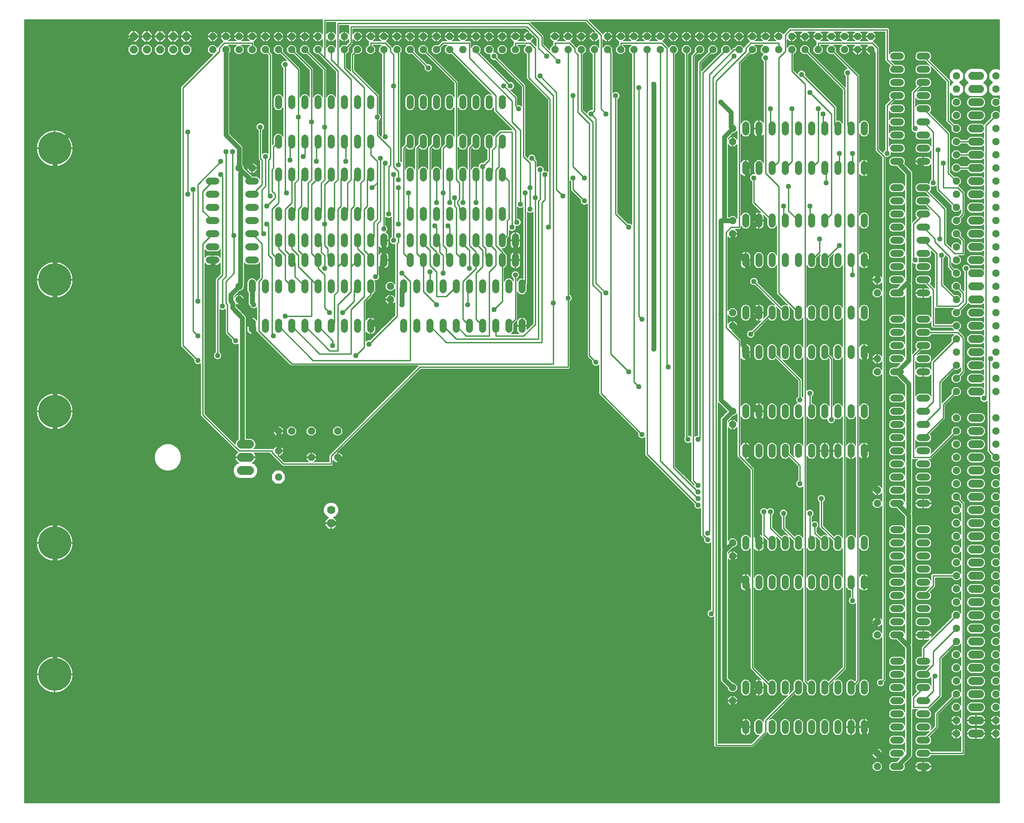
<source format=gbl>
G75*
%MOIN*%
%OFA0B0*%
%FSLAX25Y25*%
%IPPOS*%
%LPD*%
%AMOC8*
5,1,8,0,0,1.08239X$1,22.5*
%
%ADD10C,0.06000*%
%ADD11C,0.06600*%
%ADD12OC8,0.06300*%
%ADD13C,0.06300*%
%ADD14OC8,0.05200*%
%ADD15OC8,0.05250*%
%ADD16C,0.05200*%
%ADD17C,0.25000*%
%ADD18OC8,0.06000*%
%ADD19C,0.03600*%
%ADD20C,0.04000*%
%ADD21C,0.00600*%
%ADD22C,0.01000*%
D10*
X0733300Y0056300D02*
X0739300Y0056300D01*
X0739300Y0066300D02*
X0733300Y0066300D01*
X0733300Y0076300D02*
X0739300Y0076300D01*
X0739300Y0086300D02*
X0733300Y0086300D01*
X0733300Y0096300D02*
X0739300Y0096300D01*
X0739300Y0106300D02*
X0733300Y0106300D01*
X0733300Y0116300D02*
X0739300Y0116300D01*
X0739300Y0126300D02*
X0733300Y0126300D01*
X0733300Y0136300D02*
X0739300Y0136300D01*
X0739300Y0146300D02*
X0733300Y0146300D01*
X0733300Y0156300D02*
X0739300Y0156300D01*
X0739300Y0166300D02*
X0733300Y0166300D01*
X0733300Y0176300D02*
X0739300Y0176300D01*
X0739300Y0186300D02*
X0733300Y0186300D01*
X0733300Y0196300D02*
X0739300Y0196300D01*
X0739300Y0206300D02*
X0733300Y0206300D01*
X0733300Y0216300D02*
X0739300Y0216300D01*
X0739300Y0226300D02*
X0733300Y0226300D01*
X0733300Y0236300D02*
X0739300Y0236300D01*
X0739300Y0246300D02*
X0733300Y0246300D01*
X0733300Y0256300D02*
X0739300Y0256300D01*
X0739300Y0266300D02*
X0733300Y0266300D01*
X0733300Y0276300D02*
X0739300Y0276300D01*
X0739300Y0286300D02*
X0733300Y0286300D01*
X0733300Y0296300D02*
X0739300Y0296300D01*
X0739300Y0316300D02*
X0733300Y0316300D01*
X0733300Y0326300D02*
X0739300Y0326300D01*
X0739300Y0336300D02*
X0733300Y0336300D01*
X0733300Y0346300D02*
X0739300Y0346300D01*
X0739300Y0356300D02*
X0733300Y0356300D01*
X0733300Y0366300D02*
X0739300Y0366300D01*
X0739300Y0376300D02*
X0733300Y0376300D01*
X0733300Y0386300D02*
X0739300Y0386300D01*
X0739300Y0396300D02*
X0733300Y0396300D01*
X0733300Y0406300D02*
X0739300Y0406300D01*
X0739300Y0416300D02*
X0733300Y0416300D01*
X0733300Y0426300D02*
X0739300Y0426300D01*
X0739300Y0436300D02*
X0733300Y0436300D01*
X0733300Y0446300D02*
X0739300Y0446300D01*
X0739300Y0456300D02*
X0733300Y0456300D01*
X0733300Y0466300D02*
X0739300Y0466300D01*
X0739300Y0476300D02*
X0733300Y0476300D01*
X0733300Y0486300D02*
X0739300Y0486300D01*
X0739300Y0496300D02*
X0733300Y0496300D01*
X0733300Y0506300D02*
X0739300Y0506300D01*
X0739300Y0516300D02*
X0733300Y0516300D01*
X0733300Y0526300D02*
X0739300Y0526300D01*
X0739300Y0536300D02*
X0733300Y0536300D01*
X0733300Y0546300D02*
X0739300Y0546300D01*
X0739300Y0556300D02*
X0733300Y0556300D01*
D11*
X0184600Y0276300D02*
X0178000Y0276300D01*
X0178000Y0266300D02*
X0184600Y0266300D01*
X0184600Y0256300D02*
X0178000Y0256300D01*
D12*
X0246300Y0216300D03*
D13*
X0246300Y0226300D03*
D14*
X0206300Y0251300D03*
X0206300Y0271300D03*
X0206300Y0286300D03*
X0216300Y0286300D03*
X0231300Y0286300D03*
X0251300Y0286300D03*
X0251300Y0266300D03*
X0231300Y0266300D03*
X0176300Y0386300D03*
X0176300Y0396300D03*
X0176300Y0486300D03*
X0186300Y0486300D03*
X0291300Y0396300D03*
X0291300Y0386300D03*
X0551300Y0376300D03*
X0551300Y0366300D03*
X0551300Y0301300D03*
X0551300Y0291300D03*
X0551300Y0201300D03*
X0551300Y0191300D03*
X0661300Y0231300D03*
X0661300Y0241300D03*
X0661300Y0331300D03*
X0661300Y0341300D03*
X0661300Y0391300D03*
X0661300Y0401300D03*
X0551300Y0436300D03*
X0551300Y0446300D03*
X0551300Y0506300D03*
X0551300Y0516300D03*
X0661300Y0141300D03*
X0661300Y0131300D03*
X0551300Y0091300D03*
X0551300Y0081300D03*
X0661300Y0041300D03*
X0661300Y0031300D03*
D15*
X0721300Y0056300D03*
X0721300Y0066300D03*
X0721300Y0076300D03*
X0721300Y0086300D03*
X0721300Y0096300D03*
X0721300Y0106300D03*
X0721300Y0116300D03*
X0721300Y0126300D03*
X0721300Y0136300D03*
X0721300Y0146300D03*
X0721300Y0156300D03*
X0721300Y0166300D03*
X0721300Y0176300D03*
X0721300Y0186300D03*
X0721300Y0196300D03*
X0721300Y0206300D03*
X0721300Y0216300D03*
X0721300Y0226300D03*
X0721300Y0236300D03*
X0721300Y0246300D03*
X0721300Y0256300D03*
X0721300Y0266300D03*
X0721300Y0276300D03*
X0721300Y0286300D03*
X0721300Y0296300D03*
X0721300Y0316300D03*
X0721300Y0326300D03*
X0721300Y0336300D03*
X0721300Y0346300D03*
X0721300Y0356300D03*
X0721300Y0366300D03*
X0721300Y0376300D03*
X0721300Y0386300D03*
X0721300Y0396300D03*
X0721300Y0406300D03*
X0721300Y0416300D03*
X0721300Y0426300D03*
X0721300Y0436300D03*
X0721300Y0446300D03*
X0721300Y0456300D03*
X0721300Y0466300D03*
X0721300Y0476300D03*
X0721300Y0486300D03*
X0721300Y0496300D03*
X0721300Y0506300D03*
X0721300Y0516300D03*
X0721300Y0526300D03*
X0721300Y0536300D03*
X0721300Y0546300D03*
X0721300Y0556300D03*
X0751300Y0556300D03*
X0751300Y0546300D03*
X0751300Y0536300D03*
X0751300Y0526300D03*
X0751300Y0516300D03*
X0751300Y0506300D03*
X0751300Y0496300D03*
X0751300Y0486300D03*
X0751300Y0476300D03*
X0751300Y0466300D03*
X0751300Y0456300D03*
X0751300Y0446300D03*
X0751300Y0436300D03*
X0751300Y0426300D03*
X0751300Y0416300D03*
X0751300Y0406300D03*
X0751300Y0396300D03*
X0751300Y0386300D03*
X0751300Y0376300D03*
X0751300Y0366300D03*
X0751300Y0356300D03*
X0751300Y0346300D03*
X0751300Y0336300D03*
X0751300Y0326300D03*
X0751300Y0316300D03*
X0751300Y0296300D03*
X0751300Y0286300D03*
X0751300Y0276300D03*
X0751300Y0266300D03*
X0751300Y0256300D03*
X0751300Y0246300D03*
X0751300Y0236300D03*
X0751300Y0226300D03*
X0751300Y0216300D03*
X0751300Y0206300D03*
X0751300Y0196300D03*
X0751300Y0186300D03*
X0751300Y0176300D03*
X0751300Y0166300D03*
X0751300Y0156300D03*
X0751300Y0146300D03*
X0751300Y0136300D03*
X0751300Y0126300D03*
X0751300Y0116300D03*
X0751300Y0106300D03*
X0751300Y0096300D03*
X0751300Y0086300D03*
X0751300Y0076300D03*
X0751300Y0066300D03*
X0751300Y0056300D03*
X0656300Y0576300D03*
X0656300Y0586300D03*
X0646300Y0586300D03*
X0636300Y0586300D03*
X0626300Y0586300D03*
X0626300Y0576300D03*
X0636300Y0576300D03*
X0646300Y0576300D03*
X0616300Y0576300D03*
X0606300Y0576300D03*
X0596300Y0576300D03*
X0596300Y0586300D03*
X0606300Y0586300D03*
X0616300Y0586300D03*
X0586300Y0586300D03*
X0576300Y0586300D03*
X0566300Y0586300D03*
X0566300Y0576300D03*
X0576300Y0576300D03*
X0586300Y0576300D03*
X0556300Y0576300D03*
X0546300Y0576300D03*
X0536300Y0576300D03*
X0526300Y0576300D03*
X0526300Y0586300D03*
X0536300Y0586300D03*
X0546300Y0586300D03*
X0556300Y0586300D03*
X0516300Y0586300D03*
X0506300Y0586300D03*
X0496300Y0586300D03*
X0496300Y0576300D03*
X0506300Y0576300D03*
X0516300Y0576300D03*
X0486300Y0576300D03*
X0476300Y0576300D03*
X0466300Y0576300D03*
X0466300Y0586300D03*
X0476300Y0586300D03*
X0486300Y0586300D03*
X0456300Y0586300D03*
X0446300Y0586300D03*
X0436300Y0586300D03*
X0436300Y0576300D03*
X0446300Y0576300D03*
X0456300Y0576300D03*
X0426300Y0576300D03*
X0416300Y0576300D03*
X0416300Y0586300D03*
X0426300Y0586300D03*
X0396300Y0586300D03*
X0386300Y0586300D03*
X0376300Y0586300D03*
X0366300Y0586300D03*
X0366300Y0576300D03*
X0376300Y0576300D03*
X0386300Y0576300D03*
X0396300Y0576300D03*
X0356300Y0576300D03*
X0346300Y0576300D03*
X0336300Y0576300D03*
X0336300Y0586300D03*
X0346300Y0586300D03*
X0356300Y0586300D03*
X0326300Y0586300D03*
X0316300Y0586300D03*
X0306300Y0586300D03*
X0306300Y0576300D03*
X0316300Y0576300D03*
X0326300Y0576300D03*
X0296300Y0576300D03*
X0286300Y0576300D03*
X0276300Y0576300D03*
X0276300Y0586300D03*
X0286300Y0586300D03*
X0296300Y0586300D03*
X0266300Y0586300D03*
X0256300Y0586300D03*
X0246300Y0586300D03*
X0246300Y0576300D03*
X0256300Y0576300D03*
X0266300Y0576300D03*
X0236300Y0576300D03*
X0226300Y0576300D03*
X0216300Y0576300D03*
X0206300Y0576300D03*
X0206300Y0586300D03*
X0216300Y0586300D03*
X0226300Y0586300D03*
X0236300Y0586300D03*
X0196300Y0586300D03*
X0186300Y0586300D03*
X0176300Y0586300D03*
X0176300Y0576300D03*
X0186300Y0576300D03*
X0196300Y0576300D03*
X0166300Y0576300D03*
X0156300Y0576300D03*
X0156300Y0586300D03*
X0166300Y0586300D03*
D16*
X0206300Y0538900D02*
X0206300Y0533700D01*
X0216300Y0533700D02*
X0216300Y0538900D01*
X0226300Y0538900D02*
X0226300Y0533700D01*
X0236300Y0533700D02*
X0236300Y0538900D01*
X0246300Y0538900D02*
X0246300Y0533700D01*
X0256300Y0533700D02*
X0256300Y0538900D01*
X0266300Y0538900D02*
X0266300Y0533700D01*
X0276300Y0533700D02*
X0276300Y0538900D01*
X0306300Y0538900D02*
X0306300Y0533700D01*
X0316300Y0533700D02*
X0316300Y0538900D01*
X0326300Y0538900D02*
X0326300Y0533700D01*
X0336300Y0533700D02*
X0336300Y0538900D01*
X0346300Y0538900D02*
X0346300Y0533700D01*
X0356300Y0533700D02*
X0356300Y0538900D01*
X0366300Y0538900D02*
X0366300Y0533700D01*
X0376300Y0533700D02*
X0376300Y0538900D01*
X0376300Y0508900D02*
X0376300Y0503700D01*
X0366300Y0503700D02*
X0366300Y0508900D01*
X0356300Y0508900D02*
X0356300Y0503700D01*
X0346300Y0503700D02*
X0346300Y0508900D01*
X0336300Y0508900D02*
X0336300Y0503700D01*
X0326300Y0503700D02*
X0326300Y0508900D01*
X0316300Y0508900D02*
X0316300Y0503700D01*
X0306300Y0503700D02*
X0306300Y0508900D01*
X0306300Y0483900D02*
X0306300Y0478700D01*
X0316300Y0478700D02*
X0316300Y0483900D01*
X0326300Y0483900D02*
X0326300Y0478700D01*
X0336300Y0478700D02*
X0336300Y0483900D01*
X0346300Y0483900D02*
X0346300Y0478700D01*
X0356300Y0478700D02*
X0356300Y0483900D01*
X0366300Y0483900D02*
X0366300Y0478700D01*
X0376300Y0478700D02*
X0376300Y0483900D01*
X0376300Y0453900D02*
X0376300Y0448700D01*
X0366300Y0448700D02*
X0366300Y0453900D01*
X0356300Y0453900D02*
X0356300Y0448700D01*
X0346300Y0448700D02*
X0346300Y0453900D01*
X0336300Y0453900D02*
X0336300Y0448700D01*
X0326300Y0448700D02*
X0326300Y0453900D01*
X0316300Y0453900D02*
X0316300Y0448700D01*
X0306300Y0448700D02*
X0306300Y0453900D01*
X0306300Y0433900D02*
X0306300Y0428700D01*
X0316300Y0428700D02*
X0316300Y0433900D01*
X0326300Y0433900D02*
X0326300Y0428700D01*
X0326300Y0418900D02*
X0326300Y0413700D01*
X0316300Y0413700D02*
X0316300Y0418900D01*
X0306300Y0418900D02*
X0306300Y0413700D01*
X0301300Y0398900D02*
X0301300Y0393700D01*
X0311300Y0393700D02*
X0311300Y0398900D01*
X0321300Y0398900D02*
X0321300Y0393700D01*
X0331300Y0393700D02*
X0331300Y0398900D01*
X0341300Y0398900D02*
X0341300Y0393700D01*
X0351300Y0393700D02*
X0351300Y0398900D01*
X0361300Y0398900D02*
X0361300Y0393700D01*
X0371300Y0393700D02*
X0371300Y0398900D01*
X0381300Y0398900D02*
X0381300Y0393700D01*
X0391300Y0393700D02*
X0391300Y0398900D01*
X0386300Y0413700D02*
X0386300Y0418900D01*
X0376300Y0418900D02*
X0376300Y0413700D01*
X0366300Y0413700D02*
X0366300Y0418900D01*
X0366300Y0428700D02*
X0366300Y0433900D01*
X0376300Y0433900D02*
X0376300Y0428700D01*
X0386300Y0428700D02*
X0386300Y0433900D01*
X0356300Y0433900D02*
X0356300Y0428700D01*
X0346300Y0428700D02*
X0346300Y0433900D01*
X0336300Y0433900D02*
X0336300Y0428700D01*
X0336300Y0418900D02*
X0336300Y0413700D01*
X0346300Y0413700D02*
X0346300Y0418900D01*
X0356300Y0418900D02*
X0356300Y0413700D01*
X0351300Y0368900D02*
X0351300Y0363700D01*
X0361300Y0363700D02*
X0361300Y0368900D01*
X0371300Y0368900D02*
X0371300Y0363700D01*
X0381300Y0363700D02*
X0381300Y0368900D01*
X0391300Y0368900D02*
X0391300Y0363700D01*
X0341300Y0363700D02*
X0341300Y0368900D01*
X0331300Y0368900D02*
X0331300Y0363700D01*
X0321300Y0363700D02*
X0321300Y0368900D01*
X0311300Y0368900D02*
X0311300Y0363700D01*
X0301300Y0363700D02*
X0301300Y0368900D01*
X0276300Y0368900D02*
X0276300Y0363700D01*
X0266300Y0363700D02*
X0266300Y0368900D01*
X0256300Y0368900D02*
X0256300Y0363700D01*
X0246300Y0363700D02*
X0246300Y0368900D01*
X0236300Y0368900D02*
X0236300Y0363700D01*
X0226300Y0363700D02*
X0226300Y0368900D01*
X0216300Y0368900D02*
X0216300Y0363700D01*
X0206300Y0363700D02*
X0206300Y0368900D01*
X0196300Y0368900D02*
X0196300Y0363700D01*
X0186300Y0363700D02*
X0186300Y0368900D01*
X0186300Y0393700D02*
X0186300Y0398900D01*
X0196300Y0398900D02*
X0196300Y0393700D01*
X0206300Y0393700D02*
X0206300Y0398900D01*
X0216300Y0398900D02*
X0216300Y0393700D01*
X0226300Y0393700D02*
X0226300Y0398900D01*
X0236300Y0398900D02*
X0236300Y0393700D01*
X0246300Y0393700D02*
X0246300Y0398900D01*
X0256300Y0398900D02*
X0256300Y0393700D01*
X0266300Y0393700D02*
X0266300Y0398900D01*
X0276300Y0398900D02*
X0276300Y0393700D01*
X0276300Y0413700D02*
X0276300Y0418900D01*
X0286300Y0418900D02*
X0286300Y0413700D01*
X0286300Y0428700D02*
X0286300Y0433900D01*
X0276300Y0433900D02*
X0276300Y0428700D01*
X0266300Y0428700D02*
X0266300Y0433900D01*
X0256300Y0433900D02*
X0256300Y0428700D01*
X0246300Y0428700D02*
X0246300Y0433900D01*
X0236300Y0433900D02*
X0236300Y0428700D01*
X0226300Y0428700D02*
X0226300Y0433900D01*
X0216300Y0433900D02*
X0216300Y0428700D01*
X0206300Y0428700D02*
X0206300Y0433900D01*
X0206300Y0448700D02*
X0206300Y0453900D01*
X0216300Y0453900D02*
X0216300Y0448700D01*
X0226300Y0448700D02*
X0226300Y0453900D01*
X0236300Y0453900D02*
X0236300Y0448700D01*
X0246300Y0448700D02*
X0246300Y0453900D01*
X0256300Y0453900D02*
X0256300Y0448700D01*
X0266300Y0448700D02*
X0266300Y0453900D01*
X0276300Y0453900D02*
X0276300Y0448700D01*
X0276300Y0478700D02*
X0276300Y0483900D01*
X0266300Y0483900D02*
X0266300Y0478700D01*
X0256300Y0478700D02*
X0256300Y0483900D01*
X0246300Y0483900D02*
X0246300Y0478700D01*
X0236300Y0478700D02*
X0236300Y0483900D01*
X0226300Y0483900D02*
X0226300Y0478700D01*
X0216300Y0478700D02*
X0216300Y0483900D01*
X0206300Y0483900D02*
X0206300Y0478700D01*
X0188900Y0476300D02*
X0183700Y0476300D01*
X0183700Y0466300D02*
X0188900Y0466300D01*
X0188900Y0456300D02*
X0183700Y0456300D01*
X0183700Y0446300D02*
X0188900Y0446300D01*
X0188900Y0436300D02*
X0183700Y0436300D01*
X0183700Y0426300D02*
X0188900Y0426300D01*
X0188900Y0416300D02*
X0183700Y0416300D01*
X0206300Y0418900D02*
X0206300Y0413700D01*
X0216300Y0413700D02*
X0216300Y0418900D01*
X0226300Y0418900D02*
X0226300Y0413700D01*
X0236300Y0413700D02*
X0236300Y0418900D01*
X0246300Y0418900D02*
X0246300Y0413700D01*
X0256300Y0413700D02*
X0256300Y0418900D01*
X0266300Y0418900D02*
X0266300Y0413700D01*
X0266300Y0503700D02*
X0266300Y0508900D01*
X0256300Y0508900D02*
X0256300Y0503700D01*
X0246300Y0503700D02*
X0246300Y0508900D01*
X0236300Y0508900D02*
X0236300Y0503700D01*
X0226300Y0503700D02*
X0226300Y0508900D01*
X0216300Y0508900D02*
X0216300Y0503700D01*
X0206300Y0503700D02*
X0206300Y0508900D01*
X0158900Y0476300D02*
X0153700Y0476300D01*
X0153700Y0466300D02*
X0158900Y0466300D01*
X0158900Y0456300D02*
X0153700Y0456300D01*
X0153700Y0446300D02*
X0158900Y0446300D01*
X0158900Y0436300D02*
X0153700Y0436300D01*
X0153700Y0426300D02*
X0158900Y0426300D01*
X0158900Y0416300D02*
X0153700Y0416300D01*
X0276300Y0503700D02*
X0276300Y0508900D01*
X0561300Y0513700D02*
X0561300Y0518900D01*
X0571300Y0518900D02*
X0571300Y0513700D01*
X0581300Y0513700D02*
X0581300Y0518900D01*
X0591300Y0518900D02*
X0591300Y0513700D01*
X0601300Y0513700D02*
X0601300Y0518900D01*
X0611300Y0518900D02*
X0611300Y0513700D01*
X0621300Y0513700D02*
X0621300Y0518900D01*
X0631300Y0518900D02*
X0631300Y0513700D01*
X0641300Y0513700D02*
X0641300Y0518900D01*
X0651300Y0518900D02*
X0651300Y0513700D01*
X0673700Y0511300D02*
X0678900Y0511300D01*
X0678900Y0521300D02*
X0673700Y0521300D01*
X0673700Y0531300D02*
X0678900Y0531300D01*
X0693700Y0531300D02*
X0698900Y0531300D01*
X0698900Y0521300D02*
X0693700Y0521300D01*
X0693700Y0511300D02*
X0698900Y0511300D01*
X0698900Y0501300D02*
X0693700Y0501300D01*
X0678900Y0501300D02*
X0673700Y0501300D01*
X0673700Y0491300D02*
X0678900Y0491300D01*
X0693700Y0491300D02*
X0698900Y0491300D01*
X0698900Y0471300D02*
X0693700Y0471300D01*
X0678900Y0471300D02*
X0673700Y0471300D01*
X0673700Y0461300D02*
X0678900Y0461300D01*
X0678900Y0451300D02*
X0673700Y0451300D01*
X0673700Y0441300D02*
X0678900Y0441300D01*
X0693700Y0441300D02*
X0698900Y0441300D01*
X0698900Y0431300D02*
X0693700Y0431300D01*
X0693700Y0421300D02*
X0698900Y0421300D01*
X0698900Y0411300D02*
X0693700Y0411300D01*
X0693700Y0401300D02*
X0698900Y0401300D01*
X0698900Y0391300D02*
X0693700Y0391300D01*
X0678900Y0391300D02*
X0673700Y0391300D01*
X0673700Y0401300D02*
X0678900Y0401300D01*
X0678900Y0411300D02*
X0673700Y0411300D01*
X0673700Y0421300D02*
X0678900Y0421300D01*
X0678900Y0431300D02*
X0673700Y0431300D01*
X0651300Y0443700D02*
X0651300Y0448900D01*
X0641300Y0448900D02*
X0641300Y0443700D01*
X0631300Y0443700D02*
X0631300Y0448900D01*
X0621300Y0448900D02*
X0621300Y0443700D01*
X0611300Y0443700D02*
X0611300Y0448900D01*
X0601300Y0448900D02*
X0601300Y0443700D01*
X0591300Y0443700D02*
X0591300Y0448900D01*
X0581300Y0448900D02*
X0581300Y0443700D01*
X0571300Y0443700D02*
X0571300Y0448900D01*
X0561300Y0448900D02*
X0561300Y0443700D01*
X0561300Y0418900D02*
X0561300Y0413700D01*
X0571300Y0413700D02*
X0571300Y0418900D01*
X0581300Y0418900D02*
X0581300Y0413700D01*
X0591300Y0413700D02*
X0591300Y0418900D01*
X0601300Y0418900D02*
X0601300Y0413700D01*
X0611300Y0413700D02*
X0611300Y0418900D01*
X0621300Y0418900D02*
X0621300Y0413700D01*
X0631300Y0413700D02*
X0631300Y0418900D01*
X0641300Y0418900D02*
X0641300Y0413700D01*
X0651300Y0413700D02*
X0651300Y0418900D01*
X0651300Y0378900D02*
X0651300Y0373700D01*
X0641300Y0373700D02*
X0641300Y0378900D01*
X0631300Y0378900D02*
X0631300Y0373700D01*
X0621300Y0373700D02*
X0621300Y0378900D01*
X0611300Y0378900D02*
X0611300Y0373700D01*
X0601300Y0373700D02*
X0601300Y0378900D01*
X0591300Y0378900D02*
X0591300Y0373700D01*
X0581300Y0373700D02*
X0581300Y0378900D01*
X0571300Y0378900D02*
X0571300Y0373700D01*
X0561300Y0373700D02*
X0561300Y0378900D01*
X0561300Y0348900D02*
X0561300Y0343700D01*
X0571300Y0343700D02*
X0571300Y0348900D01*
X0581300Y0348900D02*
X0581300Y0343700D01*
X0591300Y0343700D02*
X0591300Y0348900D01*
X0601300Y0348900D02*
X0601300Y0343700D01*
X0611300Y0343700D02*
X0611300Y0348900D01*
X0621300Y0348900D02*
X0621300Y0343700D01*
X0631300Y0343700D02*
X0631300Y0348900D01*
X0641300Y0348900D02*
X0641300Y0343700D01*
X0651300Y0343700D02*
X0651300Y0348900D01*
X0673700Y0351300D02*
X0678900Y0351300D01*
X0678900Y0341300D02*
X0673700Y0341300D01*
X0673700Y0331300D02*
X0678900Y0331300D01*
X0693700Y0331300D02*
X0698900Y0331300D01*
X0698900Y0341300D02*
X0693700Y0341300D01*
X0693700Y0351300D02*
X0698900Y0351300D01*
X0698900Y0361300D02*
X0693700Y0361300D01*
X0678900Y0361300D02*
X0673700Y0361300D01*
X0673700Y0371300D02*
X0678900Y0371300D01*
X0693700Y0371300D02*
X0698900Y0371300D01*
X0698900Y0311300D02*
X0693700Y0311300D01*
X0678900Y0311300D02*
X0673700Y0311300D01*
X0673700Y0301300D02*
X0678900Y0301300D01*
X0693700Y0301300D02*
X0698900Y0301300D01*
X0698900Y0291300D02*
X0693700Y0291300D01*
X0693700Y0281300D02*
X0698900Y0281300D01*
X0698900Y0271300D02*
X0693700Y0271300D01*
X0693700Y0261300D02*
X0698900Y0261300D01*
X0698900Y0251300D02*
X0693700Y0251300D01*
X0678900Y0251300D02*
X0673700Y0251300D01*
X0673700Y0241300D02*
X0678900Y0241300D01*
X0678900Y0231300D02*
X0673700Y0231300D01*
X0693700Y0231300D02*
X0698900Y0231300D01*
X0698900Y0241300D02*
X0693700Y0241300D01*
X0678900Y0261300D02*
X0673700Y0261300D01*
X0673700Y0271300D02*
X0678900Y0271300D01*
X0678900Y0281300D02*
X0673700Y0281300D01*
X0673700Y0291300D02*
X0678900Y0291300D01*
X0651300Y0298700D02*
X0651300Y0303900D01*
X0641300Y0303900D02*
X0641300Y0298700D01*
X0631300Y0298700D02*
X0631300Y0303900D01*
X0621300Y0303900D02*
X0621300Y0298700D01*
X0611300Y0298700D02*
X0611300Y0303900D01*
X0601300Y0303900D02*
X0601300Y0298700D01*
X0591300Y0298700D02*
X0591300Y0303900D01*
X0581300Y0303900D02*
X0581300Y0298700D01*
X0571300Y0298700D02*
X0571300Y0303900D01*
X0561300Y0303900D02*
X0561300Y0298700D01*
X0561300Y0273900D02*
X0561300Y0268700D01*
X0571300Y0268700D02*
X0571300Y0273900D01*
X0581300Y0273900D02*
X0581300Y0268700D01*
X0591300Y0268700D02*
X0591300Y0273900D01*
X0601300Y0273900D02*
X0601300Y0268700D01*
X0611300Y0268700D02*
X0611300Y0273900D01*
X0621300Y0273900D02*
X0621300Y0268700D01*
X0631300Y0268700D02*
X0631300Y0273900D01*
X0641300Y0273900D02*
X0641300Y0268700D01*
X0651300Y0268700D02*
X0651300Y0273900D01*
X0673700Y0211300D02*
X0678900Y0211300D01*
X0678900Y0201300D02*
X0673700Y0201300D01*
X0673700Y0191300D02*
X0678900Y0191300D01*
X0693700Y0191300D02*
X0698900Y0191300D01*
X0698900Y0181300D02*
X0693700Y0181300D01*
X0693700Y0171300D02*
X0698900Y0171300D01*
X0698900Y0161300D02*
X0693700Y0161300D01*
X0678900Y0161300D02*
X0673700Y0161300D01*
X0673700Y0151300D02*
X0678900Y0151300D01*
X0678900Y0141300D02*
X0673700Y0141300D01*
X0673700Y0131300D02*
X0678900Y0131300D01*
X0693700Y0131300D02*
X0698900Y0131300D01*
X0698900Y0141300D02*
X0693700Y0141300D01*
X0693700Y0151300D02*
X0698900Y0151300D01*
X0678900Y0171300D02*
X0673700Y0171300D01*
X0673700Y0181300D02*
X0678900Y0181300D01*
X0693700Y0201300D02*
X0698900Y0201300D01*
X0698900Y0211300D02*
X0693700Y0211300D01*
X0651300Y0203900D02*
X0651300Y0198700D01*
X0641300Y0198700D02*
X0641300Y0203900D01*
X0631300Y0203900D02*
X0631300Y0198700D01*
X0621300Y0198700D02*
X0621300Y0203900D01*
X0611300Y0203900D02*
X0611300Y0198700D01*
X0601300Y0198700D02*
X0601300Y0203900D01*
X0591300Y0203900D02*
X0591300Y0198700D01*
X0581300Y0198700D02*
X0581300Y0203900D01*
X0571300Y0203900D02*
X0571300Y0198700D01*
X0561300Y0198700D02*
X0561300Y0203900D01*
X0561300Y0173900D02*
X0561300Y0168700D01*
X0571300Y0168700D02*
X0571300Y0173900D01*
X0581300Y0173900D02*
X0581300Y0168700D01*
X0591300Y0168700D02*
X0591300Y0173900D01*
X0601300Y0173900D02*
X0601300Y0168700D01*
X0611300Y0168700D02*
X0611300Y0173900D01*
X0621300Y0173900D02*
X0621300Y0168700D01*
X0631300Y0168700D02*
X0631300Y0173900D01*
X0641300Y0173900D02*
X0641300Y0168700D01*
X0651300Y0168700D02*
X0651300Y0173900D01*
X0673700Y0111300D02*
X0678900Y0111300D01*
X0693700Y0111300D02*
X0698900Y0111300D01*
X0698900Y0101300D02*
X0693700Y0101300D01*
X0693700Y0091300D02*
X0698900Y0091300D01*
X0698900Y0081300D02*
X0693700Y0081300D01*
X0678900Y0081300D02*
X0673700Y0081300D01*
X0673700Y0071300D02*
X0678900Y0071300D01*
X0678900Y0061300D02*
X0673700Y0061300D01*
X0673700Y0051300D02*
X0678900Y0051300D01*
X0693700Y0051300D02*
X0698900Y0051300D01*
X0698900Y0041300D02*
X0693700Y0041300D01*
X0693700Y0031300D02*
X0698900Y0031300D01*
X0678900Y0031300D02*
X0673700Y0031300D01*
X0673700Y0041300D02*
X0678900Y0041300D01*
X0693700Y0061300D02*
X0698900Y0061300D01*
X0698900Y0071300D02*
X0693700Y0071300D01*
X0678900Y0091300D02*
X0673700Y0091300D01*
X0673700Y0101300D02*
X0678900Y0101300D01*
X0651300Y0093900D02*
X0651300Y0088700D01*
X0641300Y0088700D02*
X0641300Y0093900D01*
X0631300Y0093900D02*
X0631300Y0088700D01*
X0621300Y0088700D02*
X0621300Y0093900D01*
X0611300Y0093900D02*
X0611300Y0088700D01*
X0601300Y0088700D02*
X0601300Y0093900D01*
X0591300Y0093900D02*
X0591300Y0088700D01*
X0581300Y0088700D02*
X0581300Y0093900D01*
X0571300Y0093900D02*
X0571300Y0088700D01*
X0561300Y0088700D02*
X0561300Y0093900D01*
X0561300Y0063900D02*
X0561300Y0058700D01*
X0571300Y0058700D02*
X0571300Y0063900D01*
X0581300Y0063900D02*
X0581300Y0058700D01*
X0591300Y0058700D02*
X0591300Y0063900D01*
X0601300Y0063900D02*
X0601300Y0058700D01*
X0611300Y0058700D02*
X0611300Y0063900D01*
X0621300Y0063900D02*
X0621300Y0058700D01*
X0631300Y0058700D02*
X0631300Y0063900D01*
X0641300Y0063900D02*
X0641300Y0058700D01*
X0651300Y0058700D02*
X0651300Y0063900D01*
X0693700Y0451300D02*
X0698900Y0451300D01*
X0698900Y0461300D02*
X0693700Y0461300D01*
X0651300Y0483700D02*
X0651300Y0488900D01*
X0641300Y0488900D02*
X0641300Y0483700D01*
X0631300Y0483700D02*
X0631300Y0488900D01*
X0621300Y0488900D02*
X0621300Y0483700D01*
X0611300Y0483700D02*
X0611300Y0488900D01*
X0601300Y0488900D02*
X0601300Y0483700D01*
X0591300Y0483700D02*
X0591300Y0488900D01*
X0581300Y0488900D02*
X0581300Y0483700D01*
X0571300Y0483700D02*
X0571300Y0488900D01*
X0561300Y0488900D02*
X0561300Y0483700D01*
X0673700Y0541300D02*
X0678900Y0541300D01*
X0678900Y0551300D02*
X0673700Y0551300D01*
X0673700Y0561300D02*
X0678900Y0561300D01*
X0693700Y0561300D02*
X0698900Y0561300D01*
X0698900Y0551300D02*
X0693700Y0551300D01*
X0693700Y0541300D02*
X0698900Y0541300D01*
X0698900Y0571300D02*
X0693700Y0571300D01*
X0678900Y0571300D02*
X0673700Y0571300D01*
D17*
X0036300Y0501300D03*
X0036300Y0401300D03*
X0036300Y0301300D03*
X0036300Y0201300D03*
X0036300Y0101300D03*
D18*
X0096300Y0576300D03*
X0106300Y0576300D03*
X0106300Y0586300D03*
X0096300Y0586300D03*
X0116300Y0586300D03*
X0126300Y0586300D03*
X0136300Y0586300D03*
X0136300Y0576300D03*
X0126300Y0576300D03*
X0116300Y0576300D03*
D19*
X0096300Y0586300D02*
X0090050Y0580050D01*
X0090050Y0555050D01*
X0036300Y0501300D01*
X0036300Y0401300D01*
X0036300Y0301300D01*
X0036300Y0201300D01*
X0036300Y0101300D01*
X0246300Y0216300D02*
X0253800Y0216300D01*
X0253800Y0263800D01*
X0251300Y0266300D01*
X0206300Y0271300D02*
X0206300Y0286300D01*
X0187550Y0305050D01*
X0187550Y0365050D01*
X0186300Y0366300D01*
X0183800Y0368800D01*
X0183800Y0378800D01*
X0176300Y0386300D01*
X0171300Y0383800D02*
X0171300Y0380050D01*
X0178800Y0372550D01*
X0178800Y0278800D01*
X0181300Y0276300D01*
X0276300Y0366300D02*
X0286300Y0376300D01*
X0285050Y0377550D01*
X0285050Y0415050D01*
X0286300Y0416300D01*
X0286300Y0431300D01*
X0301300Y0396300D02*
X0300050Y0395050D01*
X0300050Y0382550D01*
X0291300Y0381300D02*
X0291300Y0386300D01*
X0291300Y0381300D02*
X0286300Y0376300D01*
X0187550Y0382550D02*
X0186300Y0383800D01*
X0186300Y0396300D01*
X0177550Y0397550D02*
X0177550Y0482550D01*
X0178800Y0483800D01*
X0186300Y0476300D01*
X0178800Y0483800D02*
X0176300Y0486300D01*
X0176300Y0501300D01*
X0166300Y0511300D01*
X0166300Y0576300D01*
X0181300Y0562550D02*
X0181300Y0491300D01*
X0186300Y0486300D01*
X0156300Y0416300D02*
X0156300Y0396300D01*
X0170050Y0390050D02*
X0170050Y0385050D01*
X0171300Y0383800D01*
X0170050Y0390050D02*
X0176300Y0396300D01*
X0177550Y0397550D01*
X0386300Y0416300D02*
X0386300Y0431300D01*
X0491300Y0348800D02*
X0491300Y0550050D01*
X0542550Y0536300D02*
X0550050Y0528800D01*
X0550050Y0517550D01*
X0551300Y0516300D01*
X0545050Y0510050D01*
X0545050Y0446300D01*
X0551300Y0446300D01*
X0545050Y0446300D02*
X0542550Y0446300D01*
X0542550Y0375050D01*
X0542550Y0310050D01*
X0551300Y0301300D01*
X0545050Y0295050D01*
X0545050Y0197550D01*
X0546300Y0196300D01*
X0545050Y0195050D01*
X0545050Y0097550D01*
X0551300Y0091300D01*
X0562550Y0100050D02*
X0562550Y0170050D01*
X0561300Y0171300D01*
X0551300Y0181300D01*
X0551300Y0191300D01*
X0546300Y0196300D02*
X0551300Y0201300D01*
X0570050Y0202550D02*
X0570050Y0262550D01*
X0561300Y0271300D01*
X0571300Y0281300D01*
X0571300Y0301300D01*
X0562550Y0310050D01*
X0562550Y0345050D01*
X0561300Y0346300D01*
X0560050Y0347550D01*
X0560050Y0357550D01*
X0556300Y0361300D01*
X0571300Y0376300D01*
X0562550Y0385050D01*
X0562550Y0415050D01*
X0561300Y0416300D01*
X0551300Y0426300D01*
X0571300Y0446300D01*
X0562550Y0455050D01*
X0562550Y0485050D01*
X0561300Y0486300D01*
X0571300Y0496300D01*
X0571300Y0516300D01*
X0651300Y0486300D02*
X0657550Y0492550D01*
X0657550Y0575050D01*
X0656300Y0576300D01*
X0676300Y0491300D02*
X0685050Y0482550D01*
X0685050Y0400050D01*
X0683800Y0398800D01*
X0685050Y0397550D01*
X0685050Y0340050D01*
X0676300Y0331300D01*
X0685050Y0322550D01*
X0685050Y0225050D01*
X0683800Y0223800D01*
X0676300Y0231300D01*
X0683800Y0223800D02*
X0685050Y0222550D01*
X0685050Y0125050D01*
X0683800Y0123800D01*
X0685050Y0122550D01*
X0685050Y0040050D01*
X0676300Y0031300D01*
X0672550Y0025050D02*
X0667550Y0030050D01*
X0667550Y0035050D01*
X0661300Y0041300D01*
X0651300Y0051300D01*
X0651300Y0061300D01*
X0657550Y0067550D01*
X0657550Y0127550D01*
X0655050Y0130050D01*
X0655050Y0135050D01*
X0661300Y0141300D01*
X0661300Y0161300D01*
X0651300Y0171300D01*
X0657550Y0177550D01*
X0657550Y0227550D01*
X0655050Y0230050D01*
X0655050Y0245050D01*
X0656300Y0246300D01*
X0661300Y0241300D01*
X0656300Y0246300D02*
X0651300Y0251300D01*
X0651300Y0271300D01*
X0657550Y0277550D01*
X0657550Y0322550D01*
X0660050Y0325050D01*
X0651300Y0333800D01*
X0651300Y0346300D01*
X0658800Y0353800D01*
X0658800Y0383800D01*
X0660050Y0385050D01*
X0655050Y0390050D01*
X0655050Y0410050D01*
X0656300Y0411300D01*
X0657550Y0412550D01*
X0657550Y0480050D01*
X0651300Y0486300D01*
X0690050Y0485050D02*
X0690050Y0482550D01*
X0690050Y0485050D02*
X0696300Y0491300D01*
X0651300Y0416300D02*
X0656300Y0411300D01*
X0661300Y0406300D01*
X0661300Y0401300D01*
X0676300Y0391300D02*
X0683800Y0398800D01*
X0556300Y0361300D02*
X0551300Y0366300D01*
X0551300Y0426300D02*
X0551300Y0436300D01*
X0570050Y0202550D02*
X0571300Y0201300D01*
X0676300Y0131300D02*
X0683800Y0123800D01*
X0696300Y0031300D02*
X0696300Y0025050D01*
X0672550Y0025050D01*
X0571300Y0091300D02*
X0562550Y0100050D01*
X0571300Y0091300D02*
X0551300Y0071300D01*
X0551300Y0081300D01*
X0551300Y0071300D02*
X0561300Y0061300D01*
D20*
X0535050Y0147550D03*
X0532550Y0203800D03*
X0532550Y0208800D03*
X0525050Y0230050D03*
X0525050Y0235050D03*
X0525050Y0240050D03*
X0525050Y0245050D03*
X0525050Y0280050D03*
X0517550Y0280050D03*
X0482550Y0283800D03*
X0480050Y0320050D03*
X0472550Y0331300D03*
X0491300Y0348800D03*
X0502550Y0335050D03*
X0482550Y0371300D03*
X0455050Y0391300D03*
X0426300Y0387550D03*
X0415050Y0383800D03*
X0386300Y0405050D03*
X0370050Y0378800D03*
X0350050Y0382550D03*
X0326300Y0382550D03*
X0300050Y0382550D03*
X0300050Y0406300D03*
X0280050Y0403800D03*
X0293800Y0431300D03*
X0297550Y0435050D03*
X0297550Y0443800D03*
X0290050Y0451300D03*
X0286300Y0440050D03*
X0305050Y0467550D03*
X0297550Y0471300D03*
X0297550Y0477550D03*
X0293800Y0481300D03*
X0297550Y0488800D03*
X0287550Y0490050D03*
X0283800Y0493800D03*
X0287550Y0510050D03*
X0281300Y0525050D03*
X0293800Y0548800D03*
X0320050Y0562550D03*
X0370050Y0571300D03*
X0377550Y0548800D03*
X0382550Y0548800D03*
X0388800Y0531300D03*
X0405050Y0556300D03*
X0418800Y0567550D03*
X0410050Y0571300D03*
X0430050Y0541300D03*
X0443800Y0527550D03*
X0455050Y0527550D03*
X0462550Y0541300D03*
X0480050Y0547550D03*
X0491300Y0550050D03*
X0542550Y0536300D03*
X0580050Y0531300D03*
X0596300Y0531300D03*
X0610050Y0543800D03*
X0616300Y0531300D03*
X0620050Y0527550D03*
X0632550Y0497550D03*
X0642550Y0497550D03*
X0668800Y0497550D03*
X0690050Y0482550D03*
X0703800Y0475050D03*
X0711300Y0490050D03*
X0707550Y0500050D03*
X0690050Y0516300D03*
X0638800Y0558800D03*
X0603800Y0557550D03*
X0576300Y0570050D03*
X0552550Y0571300D03*
X0567550Y0478800D03*
X0593800Y0472550D03*
X0590050Y0457550D03*
X0610050Y0457550D03*
X0622550Y0475050D03*
X0617550Y0432550D03*
X0632550Y0427550D03*
X0642550Y0405050D03*
X0660050Y0385050D03*
X0690050Y0416300D03*
X0710050Y0420050D03*
X0708800Y0432550D03*
X0728800Y0410050D03*
X0747550Y0341300D03*
X0742550Y0311300D03*
X0660050Y0325050D03*
X0626300Y0295050D03*
X0610050Y0315050D03*
X0602550Y0310050D03*
X0565050Y0360050D03*
X0542550Y0375050D03*
X0567550Y0400050D03*
X0472550Y0441300D03*
X0438800Y0461300D03*
X0422550Y0465050D03*
X0430050Y0478800D03*
X0438800Y0478800D03*
X0408800Y0481300D03*
X0405050Y0485050D03*
X0398800Y0493800D03*
X0397550Y0471300D03*
X0393800Y0467550D03*
X0401300Y0463800D03*
X0390050Y0458800D03*
X0397550Y0455050D03*
X0387550Y0445050D03*
X0383800Y0441300D03*
X0411300Y0441300D03*
X0356300Y0460050D03*
X0346300Y0460050D03*
X0340050Y0463800D03*
X0336300Y0460050D03*
X0331300Y0467550D03*
X0326300Y0460050D03*
X0325050Y0442550D03*
X0335050Y0442550D03*
X0351300Y0410050D03*
X0331300Y0406300D03*
X0321300Y0407550D03*
X0275050Y0352550D03*
X0265050Y0343800D03*
X0247550Y0351300D03*
X0245050Y0376300D03*
X0255050Y0376300D03*
X0241300Y0410050D03*
X0241300Y0443800D03*
X0212550Y0467550D03*
X0200050Y0465050D03*
X0197550Y0457550D03*
X0197550Y0443800D03*
X0195050Y0436300D03*
X0172550Y0435050D03*
X0137550Y0466300D03*
X0141300Y0470050D03*
X0162550Y0481300D03*
X0162550Y0491300D03*
X0166300Y0498800D03*
X0171300Y0498800D03*
X0196300Y0495050D03*
X0215050Y0492550D03*
X0225050Y0495050D03*
X0235050Y0491300D03*
X0257550Y0491300D03*
X0277550Y0471300D03*
X0241300Y0517550D03*
X0231300Y0521300D03*
X0221300Y0525050D03*
X0192550Y0517550D03*
X0181300Y0562550D03*
X0211300Y0565050D03*
X0137550Y0513800D03*
X0156300Y0396300D03*
X0145050Y0385050D03*
X0163800Y0381300D03*
X0187550Y0382550D03*
X0211300Y0373800D03*
X0202550Y0358800D03*
X0173800Y0355050D03*
X0160050Y0343800D03*
X0145050Y0340050D03*
X0145050Y0358800D03*
X0361300Y0487550D03*
X0447550Y0338800D03*
X0575050Y0225050D03*
X0580050Y0225050D03*
X0590050Y0223800D03*
X0610050Y0223800D03*
X0613800Y0215050D03*
X0618800Y0235050D03*
X0602550Y0246300D03*
X0642550Y0157550D03*
X0705050Y0100050D03*
X0663800Y0095050D03*
D21*
X0013600Y0003600D02*
X0013600Y0599000D01*
X0239700Y0599000D01*
X0239700Y0588451D01*
X0237926Y0590225D01*
X0236600Y0590225D01*
X0236600Y0586600D01*
X0236000Y0586600D01*
X0236000Y0590225D01*
X0234674Y0590225D01*
X0232375Y0587926D01*
X0232375Y0586600D01*
X0236000Y0586600D01*
X0236000Y0586000D01*
X0236600Y0586000D01*
X0236600Y0582375D01*
X0237926Y0582375D01*
X0239700Y0584149D01*
X0239700Y0578168D01*
X0237843Y0580025D01*
X0234757Y0580025D01*
X0232575Y0577843D01*
X0232575Y0574757D01*
X0234757Y0572575D01*
X0236512Y0572575D01*
X0239700Y0569387D01*
X0240637Y0568450D01*
X0240637Y0568450D01*
X0249700Y0559387D01*
X0249700Y0540360D01*
X0249437Y0540996D01*
X0248396Y0542037D01*
X0247036Y0542600D01*
X0245564Y0542600D01*
X0244204Y0542037D01*
X0243163Y0540996D01*
X0242900Y0540360D01*
X0242900Y0561963D01*
X0230025Y0574838D01*
X0230025Y0577843D01*
X0227843Y0580025D01*
X0224757Y0580025D01*
X0222575Y0577843D01*
X0222575Y0574757D01*
X0224757Y0572575D01*
X0227762Y0572575D01*
X0239700Y0560637D01*
X0239700Y0540360D01*
X0239437Y0540996D01*
X0238396Y0542037D01*
X0237036Y0542600D01*
X0235564Y0542600D01*
X0234204Y0542037D01*
X0233163Y0540996D01*
X0232900Y0540360D01*
X0232900Y0561963D01*
X0220025Y0574838D01*
X0220025Y0577843D01*
X0217843Y0580025D01*
X0214757Y0580025D01*
X0212575Y0577843D01*
X0212575Y0574757D01*
X0214757Y0572575D01*
X0217762Y0572575D01*
X0229700Y0560637D01*
X0229700Y0540360D01*
X0229437Y0540996D01*
X0228396Y0542037D01*
X0227036Y0542600D01*
X0225564Y0542600D01*
X0224204Y0542037D01*
X0223163Y0540996D01*
X0222900Y0540360D01*
X0222900Y0561963D01*
X0210025Y0574838D01*
X0210025Y0577843D01*
X0207843Y0580025D01*
X0204757Y0580025D01*
X0202575Y0577843D01*
X0202575Y0574757D01*
X0204757Y0572575D01*
X0207762Y0572575D01*
X0212379Y0567959D01*
X0211917Y0568150D01*
X0210683Y0568150D01*
X0209544Y0567678D01*
X0208672Y0566806D01*
X0208200Y0565667D01*
X0208200Y0564433D01*
X0208672Y0563294D01*
X0209544Y0562422D01*
X0209700Y0562357D01*
X0209700Y0540360D01*
X0209437Y0540996D01*
X0208396Y0542037D01*
X0207036Y0542600D01*
X0205564Y0542600D01*
X0204204Y0542037D01*
X0203163Y0540996D01*
X0202600Y0539636D01*
X0202600Y0532964D01*
X0203163Y0531604D01*
X0204204Y0530563D01*
X0205564Y0530000D01*
X0207036Y0530000D01*
X0208396Y0530563D01*
X0209437Y0531604D01*
X0209700Y0532240D01*
X0209700Y0510360D01*
X0209437Y0510996D01*
X0208396Y0512037D01*
X0207036Y0512600D01*
X0205564Y0512600D01*
X0204204Y0512037D01*
X0203163Y0510996D01*
X0202600Y0509636D01*
X0202600Y0504863D01*
X0201887Y0504150D01*
X0201650Y0503913D01*
X0201650Y0571887D01*
X0201650Y0573213D01*
X0200025Y0574838D01*
X0200025Y0577843D01*
X0197843Y0580025D01*
X0194757Y0580025D01*
X0192575Y0577843D01*
X0192575Y0574757D01*
X0194757Y0572575D01*
X0197762Y0572575D01*
X0198450Y0571887D01*
X0198450Y0497284D01*
X0198056Y0497678D01*
X0196917Y0498150D01*
X0195683Y0498150D01*
X0194544Y0497678D01*
X0194150Y0497284D01*
X0194150Y0514857D01*
X0194306Y0514922D01*
X0195178Y0515794D01*
X0195650Y0516933D01*
X0195650Y0518167D01*
X0195178Y0519306D01*
X0194306Y0520178D01*
X0193167Y0520650D01*
X0191933Y0520650D01*
X0190794Y0520178D01*
X0189922Y0519306D01*
X0189450Y0518167D01*
X0189450Y0516933D01*
X0189922Y0515794D01*
X0190794Y0514922D01*
X0190950Y0514857D01*
X0190950Y0493137D01*
X0191887Y0492200D01*
X0192200Y0491887D01*
X0192200Y0478002D01*
X0192037Y0478396D01*
X0190996Y0479437D01*
X0189636Y0480000D01*
X0186701Y0480000D01*
X0181258Y0485443D01*
X0180443Y0486258D01*
X0180000Y0486701D01*
X0180000Y0487833D01*
X0179200Y0488633D01*
X0179200Y0501877D01*
X0178758Y0502943D01*
X0177943Y0503758D01*
X0169200Y0512501D01*
X0169200Y0573932D01*
X0170025Y0574757D01*
X0170025Y0577843D01*
X0168168Y0579700D01*
X0174432Y0579700D01*
X0172575Y0577843D01*
X0172575Y0574757D01*
X0174757Y0572575D01*
X0177843Y0572575D01*
X0180025Y0574757D01*
X0180025Y0577843D01*
X0178168Y0579700D01*
X0184432Y0579700D01*
X0182575Y0577843D01*
X0182575Y0574757D01*
X0184757Y0572575D01*
X0187843Y0572575D01*
X0190025Y0574757D01*
X0190025Y0577843D01*
X0187900Y0579968D01*
X0187900Y0581963D01*
X0187488Y0582375D01*
X0187926Y0582375D01*
X0190225Y0584674D01*
X0190225Y0586000D01*
X0186600Y0586000D01*
X0186600Y0586600D01*
X0186000Y0586600D01*
X0186000Y0590225D01*
X0184674Y0590225D01*
X0182375Y0587926D01*
X0182375Y0586600D01*
X0186000Y0586600D01*
X0186000Y0586000D01*
X0182375Y0586000D01*
X0182375Y0584674D01*
X0184149Y0582900D01*
X0178451Y0582900D01*
X0180225Y0584674D01*
X0180225Y0586000D01*
X0176600Y0586000D01*
X0176600Y0586600D01*
X0176000Y0586600D01*
X0176000Y0590225D01*
X0174674Y0590225D01*
X0172375Y0587926D01*
X0172375Y0586600D01*
X0176000Y0586600D01*
X0176000Y0586000D01*
X0172375Y0586000D01*
X0172375Y0584674D01*
X0174149Y0582900D01*
X0168451Y0582900D01*
X0170225Y0584674D01*
X0170225Y0586000D01*
X0166600Y0586000D01*
X0166600Y0586600D01*
X0166000Y0586600D01*
X0166000Y0590225D01*
X0164674Y0590225D01*
X0162375Y0587926D01*
X0162375Y0586600D01*
X0166000Y0586600D01*
X0166000Y0586000D01*
X0162375Y0586000D01*
X0162375Y0584674D01*
X0164268Y0582781D01*
X0163450Y0581963D01*
X0163450Y0581963D01*
X0160637Y0579150D01*
X0159700Y0578213D01*
X0159700Y0578168D01*
X0157843Y0580025D01*
X0154757Y0580025D01*
X0152575Y0577843D01*
X0152575Y0574757D01*
X0154757Y0572575D01*
X0156562Y0572575D01*
X0132200Y0548213D01*
X0132200Y0350637D01*
X0133137Y0349700D01*
X0142015Y0340823D01*
X0141950Y0340667D01*
X0141950Y0339433D01*
X0142422Y0338294D01*
X0143294Y0337422D01*
X0144433Y0336950D01*
X0145667Y0336950D01*
X0146806Y0337422D01*
X0147200Y0337816D01*
X0147200Y0298137D01*
X0174700Y0270637D01*
X0175308Y0270030D01*
X0175003Y0269809D01*
X0174491Y0269297D01*
X0174066Y0268711D01*
X0173737Y0268066D01*
X0173513Y0267377D01*
X0173400Y0266662D01*
X0173400Y0266600D01*
X0181000Y0266600D01*
X0181000Y0266000D01*
X0173400Y0266000D01*
X0173400Y0265938D01*
X0173513Y0265223D01*
X0173737Y0264534D01*
X0174066Y0263889D01*
X0174491Y0263303D01*
X0175003Y0262791D01*
X0175589Y0262366D01*
X0176206Y0262051D01*
X0174601Y0261387D01*
X0172913Y0259699D01*
X0172000Y0257493D01*
X0172000Y0255107D01*
X0172913Y0252901D01*
X0174601Y0251213D01*
X0176807Y0250300D01*
X0185793Y0250300D01*
X0187999Y0251213D01*
X0189687Y0252901D01*
X0190600Y0255107D01*
X0190600Y0257493D01*
X0189687Y0259699D01*
X0187999Y0261387D01*
X0186394Y0262051D01*
X0187011Y0262366D01*
X0187597Y0262791D01*
X0188109Y0263303D01*
X0188534Y0263889D01*
X0188863Y0264534D01*
X0189087Y0265223D01*
X0189200Y0265938D01*
X0189200Y0266000D01*
X0181600Y0266000D01*
X0181600Y0266600D01*
X0189200Y0266600D01*
X0189200Y0266662D01*
X0189087Y0267377D01*
X0188863Y0268066D01*
X0188534Y0268711D01*
X0188109Y0269297D01*
X0187705Y0269700D01*
X0199700Y0269700D01*
X0199700Y0269387D01*
X0208450Y0260637D01*
X0209387Y0259700D01*
X0246963Y0259700D01*
X0247900Y0260637D01*
X0247900Y0264185D01*
X0249685Y0262400D01*
X0251000Y0262400D01*
X0251000Y0266000D01*
X0251600Y0266000D01*
X0251600Y0266600D01*
X0251000Y0266600D01*
X0251000Y0269987D01*
X0314463Y0333450D01*
X0426963Y0333450D01*
X0427900Y0334387D01*
X0427900Y0384857D01*
X0428056Y0384922D01*
X0428928Y0385794D01*
X0429400Y0386933D01*
X0429400Y0388167D01*
X0428928Y0389306D01*
X0428056Y0390178D01*
X0427900Y0390243D01*
X0427900Y0476566D01*
X0428294Y0476172D01*
X0428450Y0476107D01*
X0428450Y0469387D01*
X0429387Y0468450D01*
X0435765Y0462073D01*
X0435700Y0461917D01*
X0435700Y0460683D01*
X0436172Y0459544D01*
X0437044Y0458672D01*
X0438183Y0458200D01*
X0439417Y0458200D01*
X0440556Y0458672D01*
X0440950Y0459066D01*
X0440950Y0343137D01*
X0441887Y0342200D01*
X0444515Y0339573D01*
X0444450Y0339417D01*
X0444450Y0338183D01*
X0444922Y0337044D01*
X0445794Y0336172D01*
X0446933Y0335700D01*
X0448167Y0335700D01*
X0449306Y0336172D01*
X0449700Y0336566D01*
X0449700Y0314387D01*
X0450637Y0313450D01*
X0479515Y0284573D01*
X0479450Y0284417D01*
X0479450Y0283183D01*
X0479922Y0282044D01*
X0480794Y0281172D01*
X0481933Y0280700D01*
X0483167Y0280700D01*
X0484306Y0281172D01*
X0484700Y0281566D01*
X0484700Y0268137D01*
X0485637Y0267200D01*
X0522015Y0230823D01*
X0521950Y0230667D01*
X0521950Y0229433D01*
X0522422Y0228294D01*
X0523294Y0227422D01*
X0524433Y0226950D01*
X0525667Y0226950D01*
X0526806Y0227422D01*
X0527200Y0227816D01*
X0527200Y0206887D01*
X0528137Y0205950D01*
X0529515Y0204573D01*
X0529450Y0204417D01*
X0529450Y0203183D01*
X0529922Y0202044D01*
X0530794Y0201172D01*
X0531933Y0200700D01*
X0533167Y0200700D01*
X0534306Y0201172D01*
X0534700Y0201566D01*
X0534700Y0150650D01*
X0534433Y0150650D01*
X0533294Y0150178D01*
X0532422Y0149306D01*
X0531950Y0148167D01*
X0531950Y0146933D01*
X0532422Y0145794D01*
X0533294Y0144922D01*
X0534433Y0144450D01*
X0535667Y0144450D01*
X0536806Y0144922D01*
X0537200Y0145316D01*
X0537200Y0046887D01*
X0538137Y0045950D01*
X0566963Y0045950D01*
X0567900Y0046887D01*
X0577900Y0056887D01*
X0577900Y0057240D01*
X0578163Y0056604D01*
X0579204Y0055563D01*
X0580564Y0055000D01*
X0582036Y0055000D01*
X0583396Y0055563D01*
X0584437Y0056604D01*
X0585000Y0057964D01*
X0585000Y0064636D01*
X0584437Y0065996D01*
X0583396Y0067037D01*
X0582036Y0067600D01*
X0580564Y0067600D01*
X0579367Y0067104D01*
X0598515Y0086252D01*
X0599204Y0085563D01*
X0600564Y0085000D01*
X0602036Y0085000D01*
X0603396Y0085563D01*
X0604437Y0086604D01*
X0605000Y0087964D01*
X0605000Y0094636D01*
X0604437Y0095996D01*
X0603396Y0097037D01*
X0602036Y0097600D01*
X0600564Y0097600D01*
X0599204Y0097037D01*
X0598163Y0095996D01*
X0597600Y0094636D01*
X0597600Y0089863D01*
X0594504Y0086767D01*
X0595000Y0087964D01*
X0595000Y0094636D01*
X0594437Y0095996D01*
X0593396Y0097037D01*
X0592036Y0097600D01*
X0590564Y0097600D01*
X0589204Y0097037D01*
X0588163Y0095996D01*
X0587600Y0094636D01*
X0587600Y0087964D01*
X0588163Y0086604D01*
X0589204Y0085563D01*
X0590564Y0085000D01*
X0592036Y0085000D01*
X0593233Y0085496D01*
X0575637Y0067900D01*
X0574700Y0066963D01*
X0574700Y0065360D01*
X0574437Y0065996D01*
X0573396Y0067037D01*
X0572036Y0067600D01*
X0570564Y0067600D01*
X0569204Y0067037D01*
X0568163Y0065996D01*
X0567600Y0064636D01*
X0567600Y0057964D01*
X0568163Y0056604D01*
X0569204Y0055563D01*
X0570564Y0055000D01*
X0571487Y0055000D01*
X0565637Y0049150D01*
X0540400Y0049150D01*
X0540400Y0308099D01*
X0547199Y0301300D01*
X0543407Y0297508D01*
X0542591Y0296693D01*
X0542150Y0295627D01*
X0542150Y0196973D01*
X0542429Y0196300D01*
X0542150Y0195627D01*
X0542150Y0096973D01*
X0542591Y0095907D01*
X0543407Y0095091D01*
X0547600Y0090899D01*
X0547600Y0089767D01*
X0549767Y0087600D01*
X0552833Y0087600D01*
X0555000Y0089767D01*
X0555000Y0092833D01*
X0552833Y0095000D01*
X0551701Y0095000D01*
X0547950Y0098751D01*
X0547950Y0189135D01*
X0549685Y0187400D01*
X0551000Y0187400D01*
X0551000Y0191000D01*
X0551600Y0191000D01*
X0551600Y0191600D01*
X0551000Y0191600D01*
X0551000Y0195200D01*
X0549685Y0195200D01*
X0547950Y0193465D01*
X0547950Y0193849D01*
X0548758Y0194657D01*
X0551701Y0197600D01*
X0552833Y0197600D01*
X0555000Y0199767D01*
X0555000Y0202833D01*
X0552833Y0205000D01*
X0549767Y0205000D01*
X0547950Y0203183D01*
X0547950Y0289135D01*
X0549685Y0287400D01*
X0551000Y0287400D01*
X0551000Y0291000D01*
X0551600Y0291000D01*
X0551600Y0287400D01*
X0552915Y0287400D01*
X0554700Y0289185D01*
X0554700Y0266887D01*
X0555637Y0265950D01*
X0564700Y0256887D01*
X0564700Y0205360D01*
X0564437Y0205996D01*
X0563396Y0207037D01*
X0562036Y0207600D01*
X0560564Y0207600D01*
X0559204Y0207037D01*
X0558163Y0205996D01*
X0557600Y0204636D01*
X0557600Y0197964D01*
X0558163Y0196604D01*
X0559204Y0195563D01*
X0560564Y0195000D01*
X0562036Y0195000D01*
X0563396Y0195563D01*
X0564437Y0196604D01*
X0564700Y0197240D01*
X0564700Y0175831D01*
X0564329Y0176386D01*
X0563786Y0176929D01*
X0563147Y0177356D01*
X0562438Y0177650D01*
X0561684Y0177800D01*
X0561600Y0177800D01*
X0561600Y0171600D01*
X0561000Y0171600D01*
X0561000Y0177800D01*
X0560916Y0177800D01*
X0560162Y0177650D01*
X0559453Y0177356D01*
X0558814Y0176929D01*
X0558271Y0176386D01*
X0557844Y0175747D01*
X0557550Y0175038D01*
X0557400Y0174284D01*
X0557400Y0171600D01*
X0561000Y0171600D01*
X0561000Y0171000D01*
X0561600Y0171000D01*
X0561600Y0164800D01*
X0561684Y0164800D01*
X0562438Y0164950D01*
X0563147Y0165244D01*
X0563786Y0165671D01*
X0564329Y0166214D01*
X0564700Y0166769D01*
X0564700Y0105637D01*
X0565637Y0104700D01*
X0572864Y0097474D01*
X0572438Y0097650D01*
X0571684Y0097800D01*
X0571600Y0097800D01*
X0571600Y0091600D01*
X0575200Y0091600D01*
X0575200Y0094284D01*
X0575050Y0095038D01*
X0574874Y0095464D01*
X0577600Y0092737D01*
X0577600Y0087964D01*
X0578163Y0086604D01*
X0579204Y0085563D01*
X0580564Y0085000D01*
X0582036Y0085000D01*
X0583396Y0085563D01*
X0584437Y0086604D01*
X0585000Y0087964D01*
X0585000Y0094636D01*
X0584437Y0095996D01*
X0583396Y0097037D01*
X0582036Y0097600D01*
X0580564Y0097600D01*
X0579204Y0097037D01*
X0578515Y0096348D01*
X0567900Y0106963D01*
X0567900Y0167240D01*
X0568163Y0166604D01*
X0569204Y0165563D01*
X0570564Y0165000D01*
X0572036Y0165000D01*
X0573396Y0165563D01*
X0574437Y0166604D01*
X0575000Y0167964D01*
X0575000Y0174636D01*
X0574437Y0175996D01*
X0573396Y0177037D01*
X0572036Y0177600D01*
X0570564Y0177600D01*
X0569204Y0177037D01*
X0568163Y0175996D01*
X0567900Y0175360D01*
X0567900Y0196769D01*
X0568271Y0196214D01*
X0568814Y0195671D01*
X0569453Y0195244D01*
X0570162Y0194950D01*
X0570916Y0194800D01*
X0571000Y0194800D01*
X0571000Y0201000D01*
X0571600Y0201000D01*
X0571600Y0201600D01*
X0571000Y0201600D01*
X0571000Y0207800D01*
X0570916Y0207800D01*
X0570162Y0207650D01*
X0569453Y0207356D01*
X0568814Y0206929D01*
X0568271Y0206386D01*
X0567900Y0205831D01*
X0567900Y0258213D01*
X0561000Y0265113D01*
X0561000Y0271000D01*
X0561600Y0271000D01*
X0561600Y0271600D01*
X0561000Y0271600D01*
X0561000Y0277800D01*
X0560916Y0277800D01*
X0560162Y0277650D01*
X0559453Y0277356D01*
X0558814Y0276929D01*
X0558271Y0276386D01*
X0557900Y0275831D01*
X0557900Y0297240D01*
X0558163Y0296604D01*
X0559204Y0295563D01*
X0560564Y0295000D01*
X0562036Y0295000D01*
X0563396Y0295563D01*
X0564437Y0296604D01*
X0565000Y0297964D01*
X0565000Y0304636D01*
X0564437Y0305996D01*
X0563396Y0307037D01*
X0562036Y0307600D01*
X0560564Y0307600D01*
X0559204Y0307037D01*
X0558163Y0305996D01*
X0557900Y0305360D01*
X0557900Y0341769D01*
X0558271Y0341214D01*
X0558814Y0340671D01*
X0559453Y0340244D01*
X0560162Y0339950D01*
X0560916Y0339800D01*
X0561000Y0339800D01*
X0561000Y0346000D01*
X0561600Y0346000D01*
X0561600Y0346600D01*
X0561000Y0346600D01*
X0561000Y0352800D01*
X0560916Y0352800D01*
X0560162Y0352650D01*
X0559453Y0352356D01*
X0558814Y0351929D01*
X0558271Y0351386D01*
X0557900Y0350831D01*
X0557900Y0355713D01*
X0551000Y0362613D01*
X0551000Y0366000D01*
X0551600Y0366000D01*
X0551600Y0366600D01*
X0551000Y0366600D01*
X0551000Y0370200D01*
X0549685Y0370200D01*
X0547900Y0368415D01*
X0547900Y0374467D01*
X0549767Y0372600D01*
X0552833Y0372600D01*
X0555000Y0374767D01*
X0555000Y0377833D01*
X0552833Y0380000D01*
X0549767Y0380000D01*
X0547900Y0378133D01*
X0547900Y0434185D01*
X0549685Y0432400D01*
X0551000Y0432400D01*
X0551000Y0436000D01*
X0551600Y0436000D01*
X0551600Y0436600D01*
X0555200Y0436600D01*
X0555200Y0437915D01*
X0553415Y0439700D01*
X0556963Y0439700D01*
X0557900Y0440637D01*
X0557900Y0442240D01*
X0558163Y0441604D01*
X0559204Y0440563D01*
X0560564Y0440000D01*
X0562036Y0440000D01*
X0563396Y0440563D01*
X0564437Y0441604D01*
X0565000Y0442964D01*
X0565000Y0449636D01*
X0564437Y0450996D01*
X0563396Y0452037D01*
X0562036Y0452600D01*
X0560564Y0452600D01*
X0559204Y0452037D01*
X0558163Y0450996D01*
X0557900Y0450360D01*
X0557900Y0481769D01*
X0558271Y0481214D01*
X0558814Y0480671D01*
X0559453Y0480244D01*
X0560162Y0479950D01*
X0560916Y0479800D01*
X0561000Y0479800D01*
X0561000Y0486000D01*
X0561600Y0486000D01*
X0561600Y0486600D01*
X0561000Y0486600D01*
X0561000Y0492800D01*
X0560916Y0492800D01*
X0560162Y0492650D01*
X0559453Y0492356D01*
X0558814Y0491929D01*
X0558271Y0491386D01*
X0557900Y0490831D01*
X0557900Y0512240D01*
X0558163Y0511604D01*
X0559204Y0510563D01*
X0560564Y0510000D01*
X0562036Y0510000D01*
X0563396Y0510563D01*
X0564437Y0511604D01*
X0565000Y0512964D01*
X0565000Y0519636D01*
X0564437Y0520996D01*
X0563396Y0522037D01*
X0562036Y0522600D01*
X0560564Y0522600D01*
X0559204Y0522037D01*
X0558163Y0520996D01*
X0557900Y0520360D01*
X0557900Y0565637D01*
X0564838Y0572575D01*
X0567843Y0572575D01*
X0570025Y0574757D01*
X0570025Y0577843D01*
X0568168Y0579700D01*
X0574432Y0579700D01*
X0572575Y0577843D01*
X0572575Y0574757D01*
X0574622Y0572710D01*
X0574544Y0572678D01*
X0573672Y0571806D01*
X0573200Y0570667D01*
X0573200Y0569433D01*
X0573672Y0568294D01*
X0574544Y0567422D01*
X0574700Y0567357D01*
X0574700Y0520831D01*
X0574329Y0521386D01*
X0573786Y0521929D01*
X0573147Y0522356D01*
X0572438Y0522650D01*
X0571684Y0522800D01*
X0571600Y0522800D01*
X0571600Y0516600D01*
X0571000Y0516600D01*
X0571000Y0522800D01*
X0570916Y0522800D01*
X0570162Y0522650D01*
X0569453Y0522356D01*
X0568814Y0521929D01*
X0568271Y0521386D01*
X0567844Y0520747D01*
X0567550Y0520038D01*
X0567400Y0519284D01*
X0567400Y0516600D01*
X0571000Y0516600D01*
X0571000Y0516000D01*
X0571600Y0516000D01*
X0571600Y0509800D01*
X0571684Y0509800D01*
X0572438Y0509950D01*
X0573147Y0510244D01*
X0573786Y0510671D01*
X0574329Y0511214D01*
X0574700Y0511769D01*
X0574700Y0490360D01*
X0574437Y0490996D01*
X0573396Y0492037D01*
X0572036Y0492600D01*
X0570564Y0492600D01*
X0569204Y0492037D01*
X0568163Y0490996D01*
X0567600Y0489636D01*
X0567600Y0482964D01*
X0568041Y0481900D01*
X0566933Y0481900D01*
X0565794Y0481428D01*
X0564922Y0480556D01*
X0564450Y0479417D01*
X0564450Y0478183D01*
X0564922Y0477044D01*
X0565794Y0476172D01*
X0565950Y0476107D01*
X0565950Y0459387D01*
X0566887Y0458450D01*
X0572864Y0452474D01*
X0572438Y0452650D01*
X0571684Y0452800D01*
X0571600Y0452800D01*
X0571600Y0446600D01*
X0575200Y0446600D01*
X0575200Y0449284D01*
X0575050Y0450038D01*
X0574874Y0450464D01*
X0577600Y0447737D01*
X0577600Y0442964D01*
X0578163Y0441604D01*
X0579204Y0440563D01*
X0580564Y0440000D01*
X0582036Y0440000D01*
X0583396Y0440563D01*
X0584437Y0441604D01*
X0584700Y0442240D01*
X0584700Y0420360D01*
X0584437Y0420996D01*
X0583396Y0422037D01*
X0582036Y0422600D01*
X0580564Y0422600D01*
X0579204Y0422037D01*
X0578163Y0420996D01*
X0577600Y0419636D01*
X0577600Y0412964D01*
X0578163Y0411604D01*
X0579204Y0410563D01*
X0580564Y0410000D01*
X0582036Y0410000D01*
X0583396Y0410563D01*
X0584437Y0411604D01*
X0584700Y0412240D01*
X0584700Y0390637D01*
X0585637Y0389700D01*
X0593233Y0382104D01*
X0592036Y0382600D01*
X0590564Y0382600D01*
X0589204Y0382037D01*
X0588515Y0381348D01*
X0570585Y0399277D01*
X0570650Y0399433D01*
X0570650Y0400667D01*
X0570178Y0401806D01*
X0569306Y0402678D01*
X0568167Y0403150D01*
X0566933Y0403150D01*
X0565794Y0402678D01*
X0564922Y0401806D01*
X0564450Y0400667D01*
X0564450Y0399433D01*
X0564922Y0398294D01*
X0565794Y0397422D01*
X0566933Y0396950D01*
X0568167Y0396950D01*
X0568323Y0397015D01*
X0583233Y0382104D01*
X0582036Y0382600D01*
X0580564Y0382600D01*
X0579204Y0382037D01*
X0578163Y0380996D01*
X0577600Y0379636D01*
X0577600Y0374863D01*
X0574874Y0372136D01*
X0575050Y0372562D01*
X0575200Y0373316D01*
X0575200Y0376000D01*
X0571600Y0376000D01*
X0571600Y0376600D01*
X0571000Y0376600D01*
X0571000Y0382800D01*
X0570916Y0382800D01*
X0570162Y0382650D01*
X0569453Y0382356D01*
X0568814Y0381929D01*
X0568271Y0381386D01*
X0567844Y0380747D01*
X0567550Y0380038D01*
X0567400Y0379284D01*
X0567400Y0376600D01*
X0571000Y0376600D01*
X0571000Y0376000D01*
X0571600Y0376000D01*
X0571600Y0369800D01*
X0571684Y0369800D01*
X0572438Y0369950D01*
X0572864Y0370126D01*
X0565823Y0363085D01*
X0565667Y0363150D01*
X0564433Y0363150D01*
X0563294Y0362678D01*
X0562422Y0361806D01*
X0561950Y0360667D01*
X0561950Y0359433D01*
X0562422Y0358294D01*
X0563294Y0357422D01*
X0564433Y0356950D01*
X0565667Y0356950D01*
X0566806Y0357422D01*
X0567678Y0358294D01*
X0568150Y0359433D01*
X0568150Y0360667D01*
X0568085Y0360823D01*
X0578515Y0371252D01*
X0579204Y0370563D01*
X0580564Y0370000D01*
X0582036Y0370000D01*
X0583396Y0370563D01*
X0584437Y0371604D01*
X0585000Y0372964D01*
X0585000Y0379636D01*
X0584504Y0380833D01*
X0587600Y0377737D01*
X0587600Y0372964D01*
X0588163Y0371604D01*
X0589204Y0370563D01*
X0590564Y0370000D01*
X0592036Y0370000D01*
X0593396Y0370563D01*
X0594437Y0371604D01*
X0595000Y0372964D01*
X0595000Y0379636D01*
X0594504Y0380833D01*
X0597600Y0377737D01*
X0597600Y0372964D01*
X0598163Y0371604D01*
X0599204Y0370563D01*
X0600564Y0370000D01*
X0602036Y0370000D01*
X0603396Y0370563D01*
X0604437Y0371604D01*
X0604700Y0372240D01*
X0604700Y0350360D01*
X0604437Y0350996D01*
X0603396Y0352037D01*
X0602036Y0352600D01*
X0600564Y0352600D01*
X0599204Y0352037D01*
X0598163Y0350996D01*
X0597600Y0349636D01*
X0597600Y0342964D01*
X0598163Y0341604D01*
X0599204Y0340563D01*
X0600564Y0340000D01*
X0602036Y0340000D01*
X0603396Y0340563D01*
X0604437Y0341604D01*
X0604700Y0342240D01*
X0604700Y0312284D01*
X0604306Y0312678D01*
X0604150Y0312743D01*
X0604150Y0325713D01*
X0603213Y0326650D01*
X0589367Y0340496D01*
X0590564Y0340000D01*
X0592036Y0340000D01*
X0593396Y0340563D01*
X0594437Y0341604D01*
X0595000Y0342964D01*
X0595000Y0349636D01*
X0594437Y0350996D01*
X0593396Y0352037D01*
X0592036Y0352600D01*
X0590564Y0352600D01*
X0589204Y0352037D01*
X0588163Y0350996D01*
X0587600Y0349636D01*
X0587600Y0342964D01*
X0588096Y0341767D01*
X0585000Y0344863D01*
X0585000Y0349636D01*
X0584437Y0350996D01*
X0583396Y0352037D01*
X0582036Y0352600D01*
X0580564Y0352600D01*
X0579204Y0352037D01*
X0578163Y0350996D01*
X0577600Y0349636D01*
X0577600Y0342964D01*
X0578163Y0341604D01*
X0579204Y0340563D01*
X0580564Y0340000D01*
X0582036Y0340000D01*
X0583396Y0340563D01*
X0584085Y0341252D01*
X0600950Y0324387D01*
X0600950Y0312743D01*
X0600794Y0312678D01*
X0599922Y0311806D01*
X0599450Y0310667D01*
X0599450Y0309433D01*
X0599922Y0308294D01*
X0600616Y0307600D01*
X0600564Y0307600D01*
X0599204Y0307037D01*
X0598163Y0305996D01*
X0597600Y0304636D01*
X0597600Y0297964D01*
X0598163Y0296604D01*
X0599204Y0295563D01*
X0600564Y0295000D01*
X0602036Y0295000D01*
X0603396Y0295563D01*
X0604437Y0296604D01*
X0604700Y0297240D01*
X0604700Y0275360D01*
X0604437Y0275996D01*
X0603396Y0277037D01*
X0602036Y0277600D01*
X0600564Y0277600D01*
X0599204Y0277037D01*
X0598163Y0275996D01*
X0597600Y0274636D01*
X0597600Y0267964D01*
X0598096Y0266767D01*
X0595000Y0269863D01*
X0595000Y0274636D01*
X0594437Y0275996D01*
X0593396Y0277037D01*
X0592036Y0277600D01*
X0590564Y0277600D01*
X0589204Y0277037D01*
X0588163Y0275996D01*
X0587600Y0274636D01*
X0587600Y0267964D01*
X0588163Y0266604D01*
X0589204Y0265563D01*
X0590564Y0265000D01*
X0592036Y0265000D01*
X0593396Y0265563D01*
X0594085Y0266252D01*
X0600950Y0259387D01*
X0600950Y0248993D01*
X0600794Y0248928D01*
X0599922Y0248056D01*
X0599450Y0246917D01*
X0599450Y0245683D01*
X0599922Y0244544D01*
X0600794Y0243672D01*
X0601933Y0243200D01*
X0603167Y0243200D01*
X0604306Y0243672D01*
X0604700Y0244066D01*
X0604700Y0205360D01*
X0604437Y0205996D01*
X0603396Y0207037D01*
X0602036Y0207600D01*
X0600564Y0207600D01*
X0599204Y0207037D01*
X0598515Y0206348D01*
X0591650Y0213213D01*
X0591650Y0221107D01*
X0591806Y0221172D01*
X0592678Y0222044D01*
X0593150Y0223183D01*
X0593150Y0224417D01*
X0592678Y0225556D01*
X0591806Y0226428D01*
X0590667Y0226900D01*
X0589433Y0226900D01*
X0588294Y0226428D01*
X0587422Y0225556D01*
X0586950Y0224417D01*
X0586950Y0223183D01*
X0587422Y0222044D01*
X0588294Y0221172D01*
X0588450Y0221107D01*
X0588450Y0211887D01*
X0589387Y0210950D01*
X0593233Y0207104D01*
X0592036Y0207600D01*
X0590564Y0207600D01*
X0589204Y0207037D01*
X0588515Y0206348D01*
X0581650Y0213213D01*
X0581650Y0222357D01*
X0581806Y0222422D01*
X0582678Y0223294D01*
X0583150Y0224433D01*
X0583150Y0225667D01*
X0582678Y0226806D01*
X0581806Y0227678D01*
X0580667Y0228150D01*
X0579433Y0228150D01*
X0578294Y0227678D01*
X0577550Y0226934D01*
X0576806Y0227678D01*
X0575667Y0228150D01*
X0574433Y0228150D01*
X0573294Y0227678D01*
X0572422Y0226806D01*
X0571950Y0225667D01*
X0571950Y0224433D01*
X0572422Y0223294D01*
X0573294Y0222422D01*
X0573450Y0222357D01*
X0573450Y0207154D01*
X0573147Y0207356D01*
X0572438Y0207650D01*
X0571684Y0207800D01*
X0571600Y0207800D01*
X0571600Y0201600D01*
X0575200Y0201600D01*
X0575200Y0204284D01*
X0575050Y0205038D01*
X0574874Y0205464D01*
X0577600Y0202737D01*
X0577600Y0197964D01*
X0578163Y0196604D01*
X0579204Y0195563D01*
X0580564Y0195000D01*
X0582036Y0195000D01*
X0583396Y0195563D01*
X0584437Y0196604D01*
X0585000Y0197964D01*
X0585000Y0204636D01*
X0584504Y0205833D01*
X0587600Y0202737D01*
X0587600Y0197964D01*
X0588163Y0196604D01*
X0589204Y0195563D01*
X0590564Y0195000D01*
X0592036Y0195000D01*
X0593396Y0195563D01*
X0594437Y0196604D01*
X0595000Y0197964D01*
X0595000Y0204636D01*
X0594504Y0205833D01*
X0597600Y0202737D01*
X0597600Y0197964D01*
X0598163Y0196604D01*
X0599204Y0195563D01*
X0600564Y0195000D01*
X0602036Y0195000D01*
X0603396Y0195563D01*
X0604437Y0196604D01*
X0604700Y0197240D01*
X0604700Y0175360D01*
X0604437Y0175996D01*
X0603396Y0177037D01*
X0602036Y0177600D01*
X0600564Y0177600D01*
X0599204Y0177037D01*
X0598163Y0175996D01*
X0597600Y0174636D01*
X0597600Y0167964D01*
X0598163Y0166604D01*
X0599204Y0165563D01*
X0600564Y0165000D01*
X0602036Y0165000D01*
X0603396Y0165563D01*
X0604437Y0166604D01*
X0604700Y0167240D01*
X0604700Y0095637D01*
X0605637Y0094700D01*
X0607600Y0092737D01*
X0607600Y0087964D01*
X0608163Y0086604D01*
X0609204Y0085563D01*
X0610564Y0085000D01*
X0612036Y0085000D01*
X0613396Y0085563D01*
X0614437Y0086604D01*
X0615000Y0087964D01*
X0615000Y0094636D01*
X0614437Y0095996D01*
X0613396Y0097037D01*
X0612036Y0097600D01*
X0610564Y0097600D01*
X0609204Y0097037D01*
X0608515Y0096348D01*
X0607900Y0096963D01*
X0607900Y0167240D01*
X0608163Y0166604D01*
X0609204Y0165563D01*
X0610564Y0165000D01*
X0612036Y0165000D01*
X0613396Y0165563D01*
X0614437Y0166604D01*
X0615000Y0167964D01*
X0615000Y0174636D01*
X0614437Y0175996D01*
X0613396Y0177037D01*
X0612036Y0177600D01*
X0610564Y0177600D01*
X0609204Y0177037D01*
X0608163Y0175996D01*
X0607900Y0175360D01*
X0607900Y0197240D01*
X0608163Y0196604D01*
X0609204Y0195563D01*
X0610564Y0195000D01*
X0612036Y0195000D01*
X0613396Y0195563D01*
X0614437Y0196604D01*
X0615000Y0197964D01*
X0615000Y0204636D01*
X0614504Y0205833D01*
X0617600Y0202737D01*
X0617600Y0197964D01*
X0618163Y0196604D01*
X0619204Y0195563D01*
X0620564Y0195000D01*
X0622036Y0195000D01*
X0623396Y0195563D01*
X0624437Y0196604D01*
X0625000Y0197964D01*
X0625000Y0204636D01*
X0624504Y0205833D01*
X0627600Y0202737D01*
X0627600Y0197964D01*
X0628163Y0196604D01*
X0629204Y0195563D01*
X0630564Y0195000D01*
X0632036Y0195000D01*
X0633396Y0195563D01*
X0634437Y0196604D01*
X0634700Y0197240D01*
X0634700Y0175360D01*
X0634437Y0175996D01*
X0633396Y0177037D01*
X0632036Y0177600D01*
X0630564Y0177600D01*
X0629204Y0177037D01*
X0628163Y0175996D01*
X0627600Y0174636D01*
X0627600Y0167964D01*
X0628163Y0166604D01*
X0629204Y0165563D01*
X0630564Y0165000D01*
X0632036Y0165000D01*
X0633396Y0165563D01*
X0634437Y0166604D01*
X0634700Y0167240D01*
X0634700Y0106963D01*
X0624085Y0096348D01*
X0623396Y0097037D01*
X0622036Y0097600D01*
X0620564Y0097600D01*
X0619204Y0097037D01*
X0618163Y0095996D01*
X0617600Y0094636D01*
X0617600Y0087964D01*
X0618163Y0086604D01*
X0619204Y0085563D01*
X0620564Y0085000D01*
X0622036Y0085000D01*
X0623396Y0085563D01*
X0624437Y0086604D01*
X0625000Y0087964D01*
X0625000Y0092737D01*
X0628096Y0095833D01*
X0627600Y0094636D01*
X0627600Y0087964D01*
X0628163Y0086604D01*
X0629204Y0085563D01*
X0630564Y0085000D01*
X0632036Y0085000D01*
X0633396Y0085563D01*
X0634437Y0086604D01*
X0635000Y0087964D01*
X0635000Y0094636D01*
X0634437Y0095996D01*
X0633396Y0097037D01*
X0632036Y0097600D01*
X0630564Y0097600D01*
X0629367Y0097104D01*
X0636963Y0104700D01*
X0637900Y0105637D01*
X0637900Y0167240D01*
X0638163Y0166604D01*
X0639204Y0165563D01*
X0640564Y0165000D01*
X0640950Y0165000D01*
X0640950Y0160243D01*
X0640794Y0160178D01*
X0639922Y0159306D01*
X0639450Y0158167D01*
X0639450Y0156933D01*
X0639922Y0155794D01*
X0640794Y0154922D01*
X0641933Y0154450D01*
X0643167Y0154450D01*
X0644306Y0154922D01*
X0644700Y0155316D01*
X0644700Y0096963D01*
X0644085Y0096348D01*
X0643396Y0097037D01*
X0642036Y0097600D01*
X0640564Y0097600D01*
X0639204Y0097037D01*
X0638163Y0095996D01*
X0637600Y0094636D01*
X0637600Y0087964D01*
X0638163Y0086604D01*
X0639204Y0085563D01*
X0640564Y0085000D01*
X0642036Y0085000D01*
X0643396Y0085563D01*
X0644437Y0086604D01*
X0645000Y0087964D01*
X0645000Y0092737D01*
X0646963Y0094700D01*
X0647900Y0095637D01*
X0647900Y0166769D01*
X0648271Y0166214D01*
X0648814Y0165671D01*
X0649453Y0165244D01*
X0650162Y0164950D01*
X0650916Y0164800D01*
X0651000Y0164800D01*
X0651000Y0171000D01*
X0651600Y0171000D01*
X0651600Y0171600D01*
X0651000Y0171600D01*
X0651000Y0177800D01*
X0650916Y0177800D01*
X0650162Y0177650D01*
X0649453Y0177356D01*
X0648814Y0176929D01*
X0648271Y0176386D01*
X0647900Y0175831D01*
X0647900Y0197240D01*
X0648163Y0196604D01*
X0649204Y0195563D01*
X0650564Y0195000D01*
X0652036Y0195000D01*
X0653396Y0195563D01*
X0654437Y0196604D01*
X0655000Y0197964D01*
X0655000Y0204636D01*
X0654437Y0205996D01*
X0653396Y0207037D01*
X0652036Y0207600D01*
X0650564Y0207600D01*
X0649204Y0207037D01*
X0648163Y0205996D01*
X0647900Y0205360D01*
X0647900Y0266769D01*
X0648271Y0266214D01*
X0648814Y0265671D01*
X0649453Y0265244D01*
X0650162Y0264950D01*
X0650916Y0264800D01*
X0651000Y0264800D01*
X0651000Y0271000D01*
X0651600Y0271000D01*
X0651600Y0271600D01*
X0651000Y0271600D01*
X0651000Y0277800D01*
X0650916Y0277800D01*
X0650162Y0277650D01*
X0649453Y0277356D01*
X0648814Y0276929D01*
X0648271Y0276386D01*
X0647900Y0275831D01*
X0647900Y0297240D01*
X0648163Y0296604D01*
X0649204Y0295563D01*
X0650564Y0295000D01*
X0652036Y0295000D01*
X0653396Y0295563D01*
X0654437Y0296604D01*
X0655000Y0297964D01*
X0655000Y0304636D01*
X0654437Y0305996D01*
X0653396Y0307037D01*
X0652036Y0307600D01*
X0650564Y0307600D01*
X0649204Y0307037D01*
X0648163Y0305996D01*
X0647900Y0305360D01*
X0647900Y0341769D01*
X0648271Y0341214D01*
X0648814Y0340671D01*
X0649453Y0340244D01*
X0650162Y0339950D01*
X0650916Y0339800D01*
X0651000Y0339800D01*
X0651000Y0346000D01*
X0651600Y0346000D01*
X0651600Y0346600D01*
X0651000Y0346600D01*
X0651000Y0352800D01*
X0650916Y0352800D01*
X0650162Y0352650D01*
X0649453Y0352356D01*
X0648814Y0351929D01*
X0648271Y0351386D01*
X0647900Y0350831D01*
X0647900Y0372240D01*
X0648163Y0371604D01*
X0649204Y0370563D01*
X0650564Y0370000D01*
X0652036Y0370000D01*
X0653396Y0370563D01*
X0654437Y0371604D01*
X0655000Y0372964D01*
X0655000Y0379636D01*
X0654437Y0380996D01*
X0653396Y0382037D01*
X0652036Y0382600D01*
X0650564Y0382600D01*
X0649204Y0382037D01*
X0648163Y0380996D01*
X0647900Y0380360D01*
X0647900Y0411769D01*
X0648271Y0411214D01*
X0648814Y0410671D01*
X0649453Y0410244D01*
X0650162Y0409950D01*
X0650916Y0409800D01*
X0651000Y0409800D01*
X0651000Y0416000D01*
X0651600Y0416000D01*
X0651600Y0416600D01*
X0651000Y0416600D01*
X0651000Y0422800D01*
X0650916Y0422800D01*
X0650162Y0422650D01*
X0649453Y0422356D01*
X0648814Y0421929D01*
X0648271Y0421386D01*
X0647900Y0420831D01*
X0647900Y0442240D01*
X0648163Y0441604D01*
X0649204Y0440563D01*
X0650564Y0440000D01*
X0652036Y0440000D01*
X0653396Y0440563D01*
X0654437Y0441604D01*
X0655000Y0442964D01*
X0655000Y0449636D01*
X0654437Y0450996D01*
X0653396Y0452037D01*
X0652036Y0452600D01*
X0650564Y0452600D01*
X0649204Y0452037D01*
X0648163Y0450996D01*
X0647900Y0450360D01*
X0647900Y0481769D01*
X0648271Y0481214D01*
X0648814Y0480671D01*
X0649453Y0480244D01*
X0650162Y0479950D01*
X0650916Y0479800D01*
X0651000Y0479800D01*
X0651000Y0486000D01*
X0651600Y0486000D01*
X0651600Y0486600D01*
X0651000Y0486600D01*
X0651000Y0492800D01*
X0650916Y0492800D01*
X0650162Y0492650D01*
X0649453Y0492356D01*
X0648814Y0491929D01*
X0648271Y0491386D01*
X0647900Y0490831D01*
X0647900Y0512240D01*
X0648163Y0511604D01*
X0649204Y0510563D01*
X0650564Y0510000D01*
X0652036Y0510000D01*
X0653396Y0510563D01*
X0654437Y0511604D01*
X0655000Y0512964D01*
X0655000Y0519636D01*
X0654437Y0520996D01*
X0653396Y0522037D01*
X0652036Y0522600D01*
X0650564Y0522600D01*
X0649204Y0522037D01*
X0648163Y0520996D01*
X0647900Y0520360D01*
X0647900Y0556963D01*
X0630025Y0574838D01*
X0630025Y0577843D01*
X0628168Y0579700D01*
X0634432Y0579700D01*
X0632575Y0577843D01*
X0632575Y0574757D01*
X0634757Y0572575D01*
X0637843Y0572575D01*
X0640025Y0574757D01*
X0640025Y0577843D01*
X0638168Y0579700D01*
X0644149Y0579700D01*
X0642375Y0577926D01*
X0642375Y0576600D01*
X0646000Y0576600D01*
X0646000Y0576000D01*
X0646600Y0576000D01*
X0646600Y0576600D01*
X0650225Y0576600D01*
X0650225Y0577926D01*
X0648451Y0579700D01*
X0654149Y0579700D01*
X0652375Y0577926D01*
X0652375Y0576600D01*
X0656000Y0576600D01*
X0656000Y0576000D01*
X0656600Y0576000D01*
X0656600Y0572375D01*
X0657926Y0572375D01*
X0659700Y0574149D01*
X0659700Y0499387D01*
X0660637Y0498450D01*
X0664700Y0494387D01*
X0664700Y0403415D01*
X0662915Y0405200D01*
X0661600Y0405200D01*
X0661600Y0401600D01*
X0661000Y0401600D01*
X0661000Y0405200D01*
X0659685Y0405200D01*
X0657400Y0402915D01*
X0657400Y0401600D01*
X0661000Y0401600D01*
X0661000Y0401000D01*
X0661600Y0401000D01*
X0661600Y0397400D01*
X0662915Y0397400D01*
X0664700Y0399185D01*
X0664700Y0393133D01*
X0662833Y0395000D01*
X0659767Y0395000D01*
X0657600Y0392833D01*
X0657600Y0389767D01*
X0659767Y0387600D01*
X0662833Y0387600D01*
X0664700Y0389467D01*
X0664700Y0343415D01*
X0662915Y0345200D01*
X0661600Y0345200D01*
X0661600Y0341600D01*
X0661000Y0341600D01*
X0661000Y0345200D01*
X0659685Y0345200D01*
X0657400Y0342915D01*
X0657400Y0341600D01*
X0661000Y0341600D01*
X0661000Y0341000D01*
X0661600Y0341000D01*
X0661600Y0337400D01*
X0662915Y0337400D01*
X0664700Y0339185D01*
X0664700Y0333133D01*
X0662833Y0335000D01*
X0659767Y0335000D01*
X0657600Y0332833D01*
X0657600Y0329767D01*
X0659767Y0327600D01*
X0662833Y0327600D01*
X0664700Y0329467D01*
X0664700Y0243415D01*
X0662915Y0245200D01*
X0661600Y0245200D01*
X0661600Y0241600D01*
X0661000Y0241600D01*
X0661000Y0245200D01*
X0659685Y0245200D01*
X0657400Y0242915D01*
X0657400Y0241600D01*
X0661000Y0241600D01*
X0661000Y0241000D01*
X0661600Y0241000D01*
X0661600Y0237400D01*
X0662915Y0237400D01*
X0664700Y0239185D01*
X0664700Y0233133D01*
X0662833Y0235000D01*
X0659767Y0235000D01*
X0657600Y0232833D01*
X0657600Y0229767D01*
X0659767Y0227600D01*
X0662833Y0227600D01*
X0664700Y0229467D01*
X0664700Y0143415D01*
X0662915Y0145200D01*
X0661600Y0145200D01*
X0661600Y0141600D01*
X0661000Y0141600D01*
X0661000Y0145200D01*
X0659685Y0145200D01*
X0657400Y0142915D01*
X0657400Y0141600D01*
X0661000Y0141600D01*
X0661000Y0141000D01*
X0661600Y0141000D01*
X0661600Y0137400D01*
X0662915Y0137400D01*
X0664700Y0139185D01*
X0664700Y0133133D01*
X0662833Y0135000D01*
X0659767Y0135000D01*
X0657600Y0132833D01*
X0657600Y0129767D01*
X0659767Y0127600D01*
X0662833Y0127600D01*
X0664700Y0129467D01*
X0664700Y0098213D01*
X0664573Y0098085D01*
X0664417Y0098150D01*
X0663183Y0098150D01*
X0662044Y0097678D01*
X0661172Y0096806D01*
X0660700Y0095667D01*
X0660700Y0094433D01*
X0661172Y0093294D01*
X0662044Y0092422D01*
X0663183Y0091950D01*
X0664417Y0091950D01*
X0665556Y0092422D01*
X0666428Y0093294D01*
X0666900Y0094433D01*
X0666900Y0095667D01*
X0666835Y0095823D01*
X0666963Y0095950D01*
X0667900Y0096887D01*
X0667900Y0494567D01*
X0668183Y0494450D01*
X0669417Y0494450D01*
X0670556Y0494922D01*
X0671428Y0495794D01*
X0671900Y0496933D01*
X0671900Y0498041D01*
X0672964Y0497600D01*
X0679636Y0497600D01*
X0680996Y0498163D01*
X0682037Y0499204D01*
X0682600Y0500564D01*
X0682600Y0502036D01*
X0682037Y0503396D01*
X0680996Y0504437D01*
X0679636Y0505000D01*
X0672964Y0505000D01*
X0671604Y0504437D01*
X0670563Y0503396D01*
X0670400Y0503002D01*
X0670400Y0509598D01*
X0670563Y0509204D01*
X0671604Y0508163D01*
X0672964Y0507600D01*
X0679636Y0507600D01*
X0680996Y0508163D01*
X0682037Y0509204D01*
X0682600Y0510564D01*
X0682600Y0512036D01*
X0682037Y0513396D01*
X0680996Y0514437D01*
X0679636Y0515000D01*
X0672964Y0515000D01*
X0671604Y0514437D01*
X0670563Y0513396D01*
X0670400Y0513002D01*
X0670400Y0519598D01*
X0670563Y0519204D01*
X0671604Y0518163D01*
X0672964Y0517600D01*
X0679636Y0517600D01*
X0680996Y0518163D01*
X0682037Y0519204D01*
X0682600Y0520564D01*
X0682600Y0522036D01*
X0682037Y0523396D01*
X0680996Y0524437D01*
X0679636Y0525000D01*
X0672964Y0525000D01*
X0671604Y0524437D01*
X0670563Y0523396D01*
X0670400Y0523002D01*
X0670400Y0529598D01*
X0670563Y0529204D01*
X0671604Y0528163D01*
X0672964Y0527600D01*
X0679636Y0527600D01*
X0680996Y0528163D01*
X0682037Y0529204D01*
X0682600Y0530564D01*
X0682600Y0532036D01*
X0682037Y0533396D01*
X0680996Y0534437D01*
X0679636Y0535000D01*
X0672964Y0535000D01*
X0671767Y0534504D01*
X0674863Y0537600D01*
X0679636Y0537600D01*
X0680996Y0538163D01*
X0682037Y0539204D01*
X0682600Y0540564D01*
X0682600Y0542036D01*
X0682037Y0543396D01*
X0680996Y0544437D01*
X0679636Y0545000D01*
X0672964Y0545000D01*
X0671604Y0544437D01*
X0670563Y0543396D01*
X0670000Y0542036D01*
X0670000Y0540564D01*
X0670563Y0539204D01*
X0671252Y0538515D01*
X0668137Y0535400D01*
X0667200Y0534463D01*
X0667200Y0500243D01*
X0667044Y0500178D01*
X0666172Y0499306D01*
X0665700Y0498167D01*
X0665700Y0497913D01*
X0662900Y0500713D01*
X0662900Y0578213D01*
X0659150Y0581963D01*
X0658332Y0582781D01*
X0660225Y0584674D01*
X0660225Y0586000D01*
X0656600Y0586000D01*
X0656600Y0586600D01*
X0660225Y0586600D01*
X0660225Y0587926D01*
X0658451Y0589700D01*
X0667200Y0589700D01*
X0667200Y0568137D01*
X0671252Y0564085D01*
X0670563Y0563396D01*
X0670000Y0562036D01*
X0670000Y0560564D01*
X0670563Y0559204D01*
X0671604Y0558163D01*
X0672964Y0557600D01*
X0679636Y0557600D01*
X0680996Y0558163D01*
X0682037Y0559204D01*
X0682600Y0560564D01*
X0682600Y0562036D01*
X0682037Y0563396D01*
X0680996Y0564437D01*
X0679636Y0565000D01*
X0674863Y0565000D01*
X0671767Y0568096D01*
X0672964Y0567600D01*
X0679636Y0567600D01*
X0680996Y0568163D01*
X0682037Y0569204D01*
X0682600Y0570564D01*
X0682600Y0572036D01*
X0682037Y0573396D01*
X0680996Y0574437D01*
X0679636Y0575000D01*
X0672964Y0575000D01*
X0671604Y0574437D01*
X0670563Y0573396D01*
X0670400Y0573002D01*
X0670400Y0591963D01*
X0669463Y0592900D01*
X0594387Y0592900D01*
X0593450Y0591963D01*
X0593450Y0591963D01*
X0590637Y0589150D01*
X0589819Y0588332D01*
X0587926Y0590225D01*
X0586600Y0590225D01*
X0586600Y0586600D01*
X0586000Y0586600D01*
X0586000Y0590225D01*
X0584674Y0590225D01*
X0582375Y0587926D01*
X0582375Y0586600D01*
X0586000Y0586600D01*
X0586000Y0586000D01*
X0582375Y0586000D01*
X0582375Y0584674D01*
X0584149Y0582900D01*
X0578451Y0582900D01*
X0580225Y0584674D01*
X0580225Y0586000D01*
X0576600Y0586000D01*
X0576600Y0586600D01*
X0576000Y0586600D01*
X0576000Y0590225D01*
X0574674Y0590225D01*
X0572375Y0587926D01*
X0572375Y0586600D01*
X0576000Y0586600D01*
X0576000Y0586000D01*
X0572375Y0586000D01*
X0572375Y0584674D01*
X0574149Y0582900D01*
X0568451Y0582900D01*
X0570225Y0584674D01*
X0570225Y0586000D01*
X0566600Y0586000D01*
X0566600Y0586600D01*
X0566000Y0586600D01*
X0566000Y0590225D01*
X0564674Y0590225D01*
X0562375Y0587926D01*
X0562375Y0586600D01*
X0566000Y0586600D01*
X0566000Y0586000D01*
X0562375Y0586000D01*
X0562375Y0584674D01*
X0564268Y0582781D01*
X0563450Y0581963D01*
X0559700Y0578213D01*
X0559700Y0578168D01*
X0557843Y0580025D01*
X0554757Y0580025D01*
X0552632Y0577900D01*
X0551887Y0577900D01*
X0550950Y0576963D01*
X0550025Y0576038D01*
X0550025Y0577843D01*
X0547843Y0580025D01*
X0544757Y0580025D01*
X0542575Y0577843D01*
X0542575Y0574838D01*
X0527900Y0560163D01*
X0527900Y0565637D01*
X0534838Y0572575D01*
X0537843Y0572575D01*
X0540025Y0574757D01*
X0540025Y0577843D01*
X0537843Y0580025D01*
X0534757Y0580025D01*
X0532575Y0577843D01*
X0532575Y0574838D01*
X0524700Y0566963D01*
X0524700Y0283150D01*
X0524433Y0283150D01*
X0523294Y0282678D01*
X0522900Y0282284D01*
X0522900Y0570637D01*
X0524838Y0572575D01*
X0527843Y0572575D01*
X0530025Y0574757D01*
X0530025Y0577843D01*
X0527843Y0580025D01*
X0524757Y0580025D01*
X0522575Y0577843D01*
X0522575Y0574838D01*
X0519700Y0571963D01*
X0519700Y0282284D01*
X0519306Y0282678D01*
X0518167Y0283150D01*
X0517900Y0283150D01*
X0517900Y0572632D01*
X0520025Y0574757D01*
X0520025Y0577843D01*
X0517843Y0580025D01*
X0514757Y0580025D01*
X0512575Y0577843D01*
X0512575Y0574757D01*
X0514700Y0572632D01*
X0514700Y0281270D01*
X0514450Y0280667D01*
X0514450Y0279433D01*
X0514922Y0278294D01*
X0515794Y0277422D01*
X0516933Y0276950D01*
X0518167Y0276950D01*
X0519306Y0277422D01*
X0519700Y0277816D01*
X0519700Y0248137D01*
X0520637Y0247200D01*
X0522015Y0245823D01*
X0521950Y0245667D01*
X0521950Y0245413D01*
X0507900Y0259463D01*
X0507900Y0572632D01*
X0510025Y0574757D01*
X0510025Y0577843D01*
X0507843Y0580025D01*
X0504757Y0580025D01*
X0502900Y0578168D01*
X0502900Y0578213D01*
X0499150Y0581963D01*
X0498332Y0582781D01*
X0500225Y0584674D01*
X0500225Y0586000D01*
X0496600Y0586000D01*
X0496600Y0586600D01*
X0496000Y0586600D01*
X0496000Y0590225D01*
X0494674Y0590225D01*
X0492375Y0587926D01*
X0492375Y0586600D01*
X0496000Y0586600D01*
X0496000Y0586000D01*
X0492375Y0586000D01*
X0492375Y0584674D01*
X0494149Y0582900D01*
X0488451Y0582900D01*
X0490225Y0584674D01*
X0490225Y0586000D01*
X0486600Y0586000D01*
X0486600Y0586600D01*
X0486000Y0586600D01*
X0486000Y0590225D01*
X0484674Y0590225D01*
X0482375Y0587926D01*
X0482375Y0586600D01*
X0486000Y0586600D01*
X0486000Y0586000D01*
X0482375Y0586000D01*
X0482375Y0584674D01*
X0484149Y0582900D01*
X0478451Y0582900D01*
X0480225Y0584674D01*
X0480225Y0586000D01*
X0476600Y0586000D01*
X0476600Y0586600D01*
X0476000Y0586600D01*
X0476000Y0590225D01*
X0474674Y0590225D01*
X0472375Y0587926D01*
X0472375Y0586600D01*
X0476000Y0586600D01*
X0476000Y0586000D01*
X0472375Y0586000D01*
X0472375Y0584674D01*
X0474149Y0582900D01*
X0468451Y0582900D01*
X0470225Y0584674D01*
X0470225Y0586000D01*
X0466600Y0586000D01*
X0466600Y0586600D01*
X0466000Y0586600D01*
X0466000Y0590225D01*
X0464674Y0590225D01*
X0462375Y0587926D01*
X0462375Y0586600D01*
X0466000Y0586600D01*
X0466000Y0586000D01*
X0462375Y0586000D01*
X0462375Y0584674D01*
X0464674Y0582375D01*
X0465112Y0582375D01*
X0464700Y0581963D01*
X0464700Y0579968D01*
X0462575Y0577843D01*
X0462575Y0574757D01*
X0464757Y0572575D01*
X0467843Y0572575D01*
X0470025Y0574757D01*
X0470025Y0577843D01*
X0468168Y0579700D01*
X0474432Y0579700D01*
X0472575Y0577843D01*
X0472575Y0574757D01*
X0474700Y0572632D01*
X0474700Y0443534D01*
X0474306Y0443928D01*
X0473167Y0444400D01*
X0471933Y0444400D01*
X0471777Y0444335D01*
X0464150Y0451963D01*
X0464150Y0538607D01*
X0464306Y0538672D01*
X0465178Y0539544D01*
X0465650Y0540683D01*
X0465650Y0541917D01*
X0465178Y0543056D01*
X0464306Y0543928D01*
X0463167Y0544400D01*
X0461933Y0544400D01*
X0460794Y0543928D01*
X0460400Y0543534D01*
X0460400Y0574463D01*
X0460025Y0574838D01*
X0460025Y0577843D01*
X0457843Y0580025D01*
X0454757Y0580025D01*
X0452900Y0578168D01*
X0452900Y0584149D01*
X0454674Y0582375D01*
X0456000Y0582375D01*
X0456000Y0586000D01*
X0456600Y0586000D01*
X0456600Y0586600D01*
X0456000Y0586600D01*
X0456000Y0590225D01*
X0454674Y0590225D01*
X0452781Y0588332D01*
X0442113Y0599000D01*
X0754000Y0599000D01*
X0754000Y0561131D01*
X0753506Y0561625D01*
X0749094Y0561625D01*
X0745975Y0558506D01*
X0745975Y0554094D01*
X0748769Y0551300D01*
X0745975Y0548506D01*
X0745975Y0544094D01*
X0749094Y0540975D01*
X0753506Y0540975D01*
X0754000Y0541469D01*
X0754000Y0538868D01*
X0752843Y0540025D01*
X0749757Y0540025D01*
X0747575Y0537843D01*
X0747575Y0534757D01*
X0749757Y0532575D01*
X0752843Y0532575D01*
X0754000Y0533732D01*
X0754000Y0528868D01*
X0752843Y0530025D01*
X0749757Y0530025D01*
X0747575Y0527843D01*
X0747575Y0524838D01*
X0743137Y0520400D01*
X0742200Y0519463D01*
X0742200Y0519198D01*
X0741622Y0519776D01*
X0740116Y0520400D01*
X0732484Y0520400D01*
X0730978Y0519776D01*
X0729824Y0518622D01*
X0729200Y0517116D01*
X0729200Y0515484D01*
X0729824Y0513978D01*
X0730978Y0512824D01*
X0732484Y0512200D01*
X0740116Y0512200D01*
X0741622Y0512824D01*
X0742200Y0513402D01*
X0742200Y0509198D01*
X0741622Y0509776D01*
X0740116Y0510400D01*
X0732484Y0510400D01*
X0730978Y0509776D01*
X0729824Y0508622D01*
X0729525Y0507900D01*
X0724968Y0507900D01*
X0722843Y0510025D01*
X0719757Y0510025D01*
X0717575Y0507843D01*
X0717575Y0504757D01*
X0719757Y0502575D01*
X0722843Y0502575D01*
X0724968Y0504700D01*
X0729525Y0504700D01*
X0729824Y0503978D01*
X0730978Y0502824D01*
X0732484Y0502200D01*
X0740116Y0502200D01*
X0741622Y0502824D01*
X0742200Y0503402D01*
X0742200Y0499198D01*
X0741622Y0499776D01*
X0740116Y0500400D01*
X0732484Y0500400D01*
X0730978Y0499776D01*
X0729824Y0498622D01*
X0729525Y0497900D01*
X0724968Y0497900D01*
X0722843Y0500025D01*
X0719757Y0500025D01*
X0717575Y0497843D01*
X0717575Y0494757D01*
X0719757Y0492575D01*
X0722843Y0492575D01*
X0724968Y0494700D01*
X0729525Y0494700D01*
X0729824Y0493978D01*
X0730978Y0492824D01*
X0732484Y0492200D01*
X0740116Y0492200D01*
X0741622Y0492824D01*
X0742200Y0493402D01*
X0742200Y0489198D01*
X0741622Y0489776D01*
X0740116Y0490400D01*
X0732484Y0490400D01*
X0730978Y0489776D01*
X0729824Y0488622D01*
X0729525Y0487900D01*
X0724968Y0487900D01*
X0722843Y0490025D01*
X0719757Y0490025D01*
X0717575Y0487843D01*
X0717575Y0484757D01*
X0719757Y0482575D01*
X0722843Y0482575D01*
X0724968Y0484700D01*
X0729525Y0484700D01*
X0729824Y0483978D01*
X0730978Y0482824D01*
X0732484Y0482200D01*
X0740116Y0482200D01*
X0741622Y0482824D01*
X0742200Y0483402D01*
X0742200Y0479198D01*
X0741622Y0479776D01*
X0740116Y0480400D01*
X0732484Y0480400D01*
X0730978Y0479776D01*
X0729824Y0478622D01*
X0729200Y0477116D01*
X0729200Y0475484D01*
X0729824Y0473978D01*
X0730978Y0472824D01*
X0732484Y0472200D01*
X0740116Y0472200D01*
X0741622Y0472824D01*
X0742200Y0473402D01*
X0742200Y0469198D01*
X0741622Y0469776D01*
X0740116Y0470400D01*
X0732484Y0470400D01*
X0730978Y0469776D01*
X0729824Y0468622D01*
X0729200Y0467116D01*
X0729200Y0465484D01*
X0729824Y0463978D01*
X0730978Y0462824D01*
X0732484Y0462200D01*
X0740116Y0462200D01*
X0741622Y0462824D01*
X0742200Y0463402D01*
X0742200Y0459198D01*
X0741622Y0459776D01*
X0740116Y0460400D01*
X0732484Y0460400D01*
X0730978Y0459776D01*
X0729824Y0458622D01*
X0729200Y0457116D01*
X0729200Y0455484D01*
X0729824Y0453978D01*
X0730978Y0452824D01*
X0732484Y0452200D01*
X0740116Y0452200D01*
X0741622Y0452824D01*
X0742200Y0453402D01*
X0742200Y0449198D01*
X0741622Y0449776D01*
X0740116Y0450400D01*
X0732484Y0450400D01*
X0730978Y0449776D01*
X0729824Y0448622D01*
X0729200Y0447116D01*
X0729200Y0445484D01*
X0729824Y0443978D01*
X0730978Y0442824D01*
X0732484Y0442200D01*
X0740116Y0442200D01*
X0741622Y0442824D01*
X0742200Y0443402D01*
X0742200Y0439198D01*
X0741622Y0439776D01*
X0740116Y0440400D01*
X0732484Y0440400D01*
X0730978Y0439776D01*
X0729824Y0438622D01*
X0729200Y0437116D01*
X0729200Y0435484D01*
X0729824Y0433978D01*
X0730978Y0432824D01*
X0732484Y0432200D01*
X0740116Y0432200D01*
X0741622Y0432824D01*
X0742200Y0433402D01*
X0742200Y0429198D01*
X0741622Y0429776D01*
X0740116Y0430400D01*
X0732484Y0430400D01*
X0730978Y0429776D01*
X0729824Y0428622D01*
X0729200Y0427116D01*
X0729200Y0425484D01*
X0729824Y0423978D01*
X0730978Y0422824D01*
X0732484Y0422200D01*
X0740116Y0422200D01*
X0741622Y0422824D01*
X0742200Y0423402D01*
X0742200Y0419198D01*
X0741622Y0419776D01*
X0740116Y0420400D01*
X0732484Y0420400D01*
X0730978Y0419776D01*
X0729824Y0418622D01*
X0729200Y0417116D01*
X0729200Y0415484D01*
X0729824Y0413978D01*
X0730978Y0412824D01*
X0732484Y0412200D01*
X0740116Y0412200D01*
X0741622Y0412824D01*
X0742200Y0413402D01*
X0742200Y0409198D01*
X0741622Y0409776D01*
X0740116Y0410400D01*
X0732484Y0410400D01*
X0731900Y0410158D01*
X0731900Y0410667D01*
X0731428Y0411806D01*
X0730556Y0412678D01*
X0729417Y0413150D01*
X0728183Y0413150D01*
X0727044Y0412678D01*
X0726172Y0411806D01*
X0725700Y0410667D01*
X0725700Y0409433D01*
X0726172Y0408294D01*
X0727044Y0407422D01*
X0727200Y0407357D01*
X0727200Y0392663D01*
X0726963Y0392900D01*
X0725025Y0394838D01*
X0725025Y0397843D01*
X0722843Y0400025D01*
X0719757Y0400025D01*
X0717575Y0397843D01*
X0717575Y0394757D01*
X0719757Y0392575D01*
X0722762Y0392575D01*
X0724700Y0390637D01*
X0724700Y0388168D01*
X0722843Y0390025D01*
X0719838Y0390025D01*
X0711650Y0398213D01*
X0711650Y0417357D01*
X0711806Y0417422D01*
X0712678Y0418294D01*
X0713150Y0419433D01*
X0713150Y0419687D01*
X0714700Y0418137D01*
X0714700Y0410637D01*
X0717575Y0407762D01*
X0717575Y0404757D01*
X0719757Y0402575D01*
X0722843Y0402575D01*
X0725025Y0404757D01*
X0725025Y0407843D01*
X0722843Y0410025D01*
X0719838Y0410025D01*
X0717900Y0411963D01*
X0717900Y0414432D01*
X0719757Y0412575D01*
X0722843Y0412575D01*
X0725025Y0414757D01*
X0725025Y0417843D01*
X0723168Y0419700D01*
X0726963Y0419700D01*
X0727900Y0420637D01*
X0727900Y0431963D01*
X0725025Y0434838D01*
X0725025Y0437843D01*
X0722843Y0440025D01*
X0719757Y0440025D01*
X0717575Y0437843D01*
X0717575Y0434757D01*
X0719757Y0432575D01*
X0722762Y0432575D01*
X0724700Y0430637D01*
X0724700Y0428168D01*
X0722843Y0430025D01*
X0719757Y0430025D01*
X0717575Y0427843D01*
X0717575Y0426038D01*
X0714150Y0429463D01*
X0714150Y0455713D01*
X0713213Y0456650D01*
X0701348Y0468515D01*
X0702037Y0469204D01*
X0702600Y0470564D01*
X0702600Y0472036D01*
X0702522Y0472224D01*
X0703183Y0471950D01*
X0704417Y0471950D01*
X0705556Y0472422D01*
X0705950Y0472816D01*
X0705950Y0469387D01*
X0706887Y0468450D01*
X0717575Y0457762D01*
X0717575Y0454757D01*
X0719757Y0452575D01*
X0722843Y0452575D01*
X0724700Y0454432D01*
X0724700Y0451963D01*
X0722762Y0450025D01*
X0719757Y0450025D01*
X0717575Y0447843D01*
X0717575Y0444757D01*
X0719757Y0442575D01*
X0722843Y0442575D01*
X0725025Y0444757D01*
X0725025Y0447762D01*
X0726963Y0449700D01*
X0727900Y0450637D01*
X0727900Y0468213D01*
X0724150Y0471963D01*
X0723213Y0472900D01*
X0723168Y0472900D01*
X0725025Y0474757D01*
X0725025Y0477843D01*
X0722843Y0480025D01*
X0719838Y0480025D01*
X0716650Y0483213D01*
X0716650Y0513213D01*
X0701348Y0528515D01*
X0702037Y0529204D01*
X0702600Y0530564D01*
X0702600Y0532036D01*
X0702037Y0533396D01*
X0700996Y0534437D01*
X0699636Y0535000D01*
X0692964Y0535000D01*
X0691604Y0534437D01*
X0690563Y0533396D01*
X0690400Y0533002D01*
X0690400Y0539598D01*
X0690563Y0539204D01*
X0691604Y0538163D01*
X0692964Y0537600D01*
X0699636Y0537600D01*
X0700996Y0538163D01*
X0702037Y0539204D01*
X0702600Y0540564D01*
X0702600Y0542036D01*
X0702037Y0543396D01*
X0700996Y0544437D01*
X0699636Y0545000D01*
X0692964Y0545000D01*
X0691767Y0544504D01*
X0694863Y0547600D01*
X0699636Y0547600D01*
X0700996Y0548163D01*
X0702037Y0549204D01*
X0702600Y0550564D01*
X0702600Y0552036D01*
X0702037Y0553396D01*
X0700996Y0554437D01*
X0699636Y0555000D01*
X0692964Y0555000D01*
X0691604Y0554437D01*
X0690563Y0553396D01*
X0690000Y0552036D01*
X0690000Y0550564D01*
X0690563Y0549204D01*
X0691252Y0548515D01*
X0687200Y0544463D01*
X0687200Y0517520D01*
X0686950Y0516917D01*
X0686950Y0515683D01*
X0687422Y0514544D01*
X0688294Y0513672D01*
X0689433Y0513200D01*
X0690482Y0513200D01*
X0690000Y0512036D01*
X0690000Y0510564D01*
X0690563Y0509204D01*
X0691604Y0508163D01*
X0692964Y0507600D01*
X0699636Y0507600D01*
X0700996Y0508163D01*
X0702037Y0509204D01*
X0702200Y0509598D01*
X0702200Y0503002D01*
X0702037Y0503396D01*
X0700996Y0504437D01*
X0699636Y0505000D01*
X0692964Y0505000D01*
X0691604Y0504437D01*
X0690563Y0503396D01*
X0690000Y0502036D01*
X0690000Y0500564D01*
X0690563Y0499204D01*
X0691604Y0498163D01*
X0692964Y0497600D01*
X0699636Y0497600D01*
X0700996Y0498163D01*
X0702037Y0499204D01*
X0702200Y0499598D01*
X0702200Y0493381D01*
X0701929Y0493786D01*
X0701386Y0494329D01*
X0700747Y0494756D01*
X0700038Y0495050D01*
X0699284Y0495200D01*
X0696600Y0495200D01*
X0696600Y0491600D01*
X0696000Y0491600D01*
X0696000Y0495200D01*
X0693316Y0495200D01*
X0692562Y0495050D01*
X0691853Y0494756D01*
X0691214Y0494329D01*
X0690671Y0493786D01*
X0690244Y0493147D01*
X0689950Y0492438D01*
X0689800Y0491684D01*
X0689800Y0491600D01*
X0696000Y0491600D01*
X0696000Y0491000D01*
X0696600Y0491000D01*
X0696600Y0487400D01*
X0699284Y0487400D01*
X0700038Y0487550D01*
X0700747Y0487844D01*
X0701386Y0488271D01*
X0701929Y0488814D01*
X0702200Y0489219D01*
X0702200Y0477743D01*
X0702044Y0477678D01*
X0701172Y0476806D01*
X0700700Y0475667D01*
X0700700Y0474559D01*
X0699636Y0475000D01*
X0692964Y0475000D01*
X0691604Y0474437D01*
X0690563Y0473396D01*
X0690000Y0472036D01*
X0690000Y0470564D01*
X0690563Y0469204D01*
X0691604Y0468163D01*
X0692964Y0467600D01*
X0697737Y0467600D01*
X0700833Y0464504D01*
X0699636Y0465000D01*
X0692964Y0465000D01*
X0691604Y0464437D01*
X0690563Y0463396D01*
X0690000Y0462036D01*
X0690000Y0460564D01*
X0690563Y0459204D01*
X0691604Y0458163D01*
X0692964Y0457600D01*
X0697737Y0457600D01*
X0700833Y0454504D01*
X0699636Y0455000D01*
X0692964Y0455000D01*
X0691604Y0454437D01*
X0690563Y0453396D01*
X0690000Y0452036D01*
X0690000Y0450564D01*
X0690563Y0449204D01*
X0691252Y0448515D01*
X0688137Y0445400D01*
X0687950Y0445213D01*
X0687950Y0483127D01*
X0687508Y0484193D01*
X0686693Y0485008D01*
X0682172Y0489530D01*
X0682600Y0490564D01*
X0682600Y0492036D01*
X0682037Y0493396D01*
X0680996Y0494437D01*
X0679636Y0495000D01*
X0672964Y0495000D01*
X0671604Y0494437D01*
X0670563Y0493396D01*
X0670000Y0492036D01*
X0670000Y0490564D01*
X0670563Y0489204D01*
X0671604Y0488163D01*
X0672964Y0487600D01*
X0675899Y0487600D01*
X0682150Y0481349D01*
X0682150Y0473122D01*
X0682037Y0473396D01*
X0680996Y0474437D01*
X0679636Y0475000D01*
X0672964Y0475000D01*
X0671604Y0474437D01*
X0670563Y0473396D01*
X0670000Y0472036D01*
X0670000Y0470564D01*
X0670563Y0469204D01*
X0671604Y0468163D01*
X0672964Y0467600D01*
X0679636Y0467600D01*
X0680996Y0468163D01*
X0682037Y0469204D01*
X0682150Y0469478D01*
X0682150Y0463122D01*
X0682037Y0463396D01*
X0680996Y0464437D01*
X0679636Y0465000D01*
X0672964Y0465000D01*
X0671604Y0464437D01*
X0670563Y0463396D01*
X0670000Y0462036D01*
X0670000Y0460564D01*
X0670563Y0459204D01*
X0671604Y0458163D01*
X0672964Y0457600D01*
X0679636Y0457600D01*
X0680996Y0458163D01*
X0682037Y0459204D01*
X0682150Y0459478D01*
X0682150Y0453122D01*
X0682037Y0453396D01*
X0680996Y0454437D01*
X0679636Y0455000D01*
X0672964Y0455000D01*
X0671604Y0454437D01*
X0670563Y0453396D01*
X0670000Y0452036D01*
X0670000Y0450564D01*
X0670563Y0449204D01*
X0671604Y0448163D01*
X0672964Y0447600D01*
X0679636Y0447600D01*
X0680996Y0448163D01*
X0682037Y0449204D01*
X0682150Y0449478D01*
X0682150Y0443122D01*
X0682037Y0443396D01*
X0680996Y0444437D01*
X0679636Y0445000D01*
X0672964Y0445000D01*
X0671604Y0444437D01*
X0670563Y0443396D01*
X0670000Y0442036D01*
X0670000Y0440564D01*
X0670563Y0439204D01*
X0671604Y0438163D01*
X0672964Y0437600D01*
X0679636Y0437600D01*
X0680996Y0438163D01*
X0682037Y0439204D01*
X0682150Y0439478D01*
X0682150Y0433122D01*
X0682037Y0433396D01*
X0680996Y0434437D01*
X0679636Y0435000D01*
X0672964Y0435000D01*
X0671604Y0434437D01*
X0670563Y0433396D01*
X0670000Y0432036D01*
X0670000Y0430564D01*
X0670563Y0429204D01*
X0671604Y0428163D01*
X0672964Y0427600D01*
X0679636Y0427600D01*
X0680996Y0428163D01*
X0682037Y0429204D01*
X0682150Y0429478D01*
X0682150Y0423122D01*
X0682037Y0423396D01*
X0680996Y0424437D01*
X0679636Y0425000D01*
X0672964Y0425000D01*
X0671604Y0424437D01*
X0670563Y0423396D01*
X0670000Y0422036D01*
X0670000Y0420564D01*
X0670563Y0419204D01*
X0671604Y0418163D01*
X0672964Y0417600D01*
X0679636Y0417600D01*
X0680996Y0418163D01*
X0682037Y0419204D01*
X0682150Y0419478D01*
X0682150Y0413122D01*
X0682037Y0413396D01*
X0680996Y0414437D01*
X0679636Y0415000D01*
X0672964Y0415000D01*
X0671604Y0414437D01*
X0670563Y0413396D01*
X0670000Y0412036D01*
X0670000Y0410564D01*
X0670563Y0409204D01*
X0671604Y0408163D01*
X0672964Y0407600D01*
X0679636Y0407600D01*
X0680996Y0408163D01*
X0682037Y0409204D01*
X0682150Y0409478D01*
X0682150Y0403122D01*
X0682037Y0403396D01*
X0680996Y0404437D01*
X0679636Y0405000D01*
X0672964Y0405000D01*
X0671604Y0404437D01*
X0670563Y0403396D01*
X0670000Y0402036D01*
X0670000Y0400564D01*
X0670563Y0399204D01*
X0671604Y0398163D01*
X0672964Y0397600D01*
X0678499Y0397600D01*
X0675899Y0395000D01*
X0672964Y0395000D01*
X0671604Y0394437D01*
X0670563Y0393396D01*
X0670000Y0392036D01*
X0670000Y0390564D01*
X0670563Y0389204D01*
X0671604Y0388163D01*
X0672964Y0387600D01*
X0679636Y0387600D01*
X0680996Y0388163D01*
X0682037Y0389204D01*
X0682150Y0389478D01*
X0682150Y0373122D01*
X0682037Y0373396D01*
X0680996Y0374437D01*
X0679636Y0375000D01*
X0672964Y0375000D01*
X0671604Y0374437D01*
X0670563Y0373396D01*
X0670000Y0372036D01*
X0670000Y0370564D01*
X0670563Y0369204D01*
X0671604Y0368163D01*
X0672964Y0367600D01*
X0679636Y0367600D01*
X0680996Y0368163D01*
X0682037Y0369204D01*
X0682150Y0369478D01*
X0682150Y0363122D01*
X0682037Y0363396D01*
X0680996Y0364437D01*
X0679636Y0365000D01*
X0672964Y0365000D01*
X0671604Y0364437D01*
X0670563Y0363396D01*
X0670000Y0362036D01*
X0670000Y0360564D01*
X0670563Y0359204D01*
X0671604Y0358163D01*
X0672964Y0357600D01*
X0679636Y0357600D01*
X0680996Y0358163D01*
X0682037Y0359204D01*
X0682150Y0359478D01*
X0682150Y0353122D01*
X0682037Y0353396D01*
X0680996Y0354437D01*
X0679636Y0355000D01*
X0672964Y0355000D01*
X0671604Y0354437D01*
X0670563Y0353396D01*
X0670000Y0352036D01*
X0670000Y0350564D01*
X0670563Y0349204D01*
X0671604Y0348163D01*
X0672964Y0347600D01*
X0679636Y0347600D01*
X0680996Y0348163D01*
X0682037Y0349204D01*
X0682150Y0349478D01*
X0682150Y0343122D01*
X0682037Y0343396D01*
X0680996Y0344437D01*
X0679636Y0345000D01*
X0672964Y0345000D01*
X0671604Y0344437D01*
X0670563Y0343396D01*
X0670000Y0342036D01*
X0670000Y0340564D01*
X0670563Y0339204D01*
X0671604Y0338163D01*
X0672964Y0337600D01*
X0678499Y0337600D01*
X0675899Y0335000D01*
X0672964Y0335000D01*
X0671604Y0334437D01*
X0670563Y0333396D01*
X0670000Y0332036D01*
X0670000Y0330564D01*
X0670563Y0329204D01*
X0671604Y0328163D01*
X0672964Y0327600D01*
X0675899Y0327600D01*
X0682150Y0321349D01*
X0682150Y0313122D01*
X0682037Y0313396D01*
X0680996Y0314437D01*
X0679636Y0315000D01*
X0672964Y0315000D01*
X0671604Y0314437D01*
X0670563Y0313396D01*
X0670000Y0312036D01*
X0670000Y0310564D01*
X0670563Y0309204D01*
X0671604Y0308163D01*
X0672964Y0307600D01*
X0679636Y0307600D01*
X0680996Y0308163D01*
X0682037Y0309204D01*
X0682150Y0309478D01*
X0682150Y0303122D01*
X0682037Y0303396D01*
X0680996Y0304437D01*
X0679636Y0305000D01*
X0672964Y0305000D01*
X0671604Y0304437D01*
X0670563Y0303396D01*
X0670000Y0302036D01*
X0670000Y0300564D01*
X0670563Y0299204D01*
X0671604Y0298163D01*
X0672964Y0297600D01*
X0679636Y0297600D01*
X0680996Y0298163D01*
X0682037Y0299204D01*
X0682150Y0299478D01*
X0682150Y0293122D01*
X0682037Y0293396D01*
X0680996Y0294437D01*
X0679636Y0295000D01*
X0672964Y0295000D01*
X0671604Y0294437D01*
X0670563Y0293396D01*
X0670000Y0292036D01*
X0670000Y0290564D01*
X0670563Y0289204D01*
X0671604Y0288163D01*
X0672964Y0287600D01*
X0679636Y0287600D01*
X0680996Y0288163D01*
X0682037Y0289204D01*
X0682150Y0289478D01*
X0682150Y0283122D01*
X0682037Y0283396D01*
X0680996Y0284437D01*
X0679636Y0285000D01*
X0672964Y0285000D01*
X0671604Y0284437D01*
X0670563Y0283396D01*
X0670000Y0282036D01*
X0670000Y0280564D01*
X0670563Y0279204D01*
X0671604Y0278163D01*
X0672964Y0277600D01*
X0679636Y0277600D01*
X0680996Y0278163D01*
X0682037Y0279204D01*
X0682150Y0279478D01*
X0682150Y0273122D01*
X0682037Y0273396D01*
X0680996Y0274437D01*
X0679636Y0275000D01*
X0672964Y0275000D01*
X0671604Y0274437D01*
X0670563Y0273396D01*
X0670000Y0272036D01*
X0670000Y0270564D01*
X0670563Y0269204D01*
X0671604Y0268163D01*
X0672964Y0267600D01*
X0679636Y0267600D01*
X0680996Y0268163D01*
X0682037Y0269204D01*
X0682150Y0269478D01*
X0682150Y0263122D01*
X0682037Y0263396D01*
X0680996Y0264437D01*
X0679636Y0265000D01*
X0672964Y0265000D01*
X0671604Y0264437D01*
X0670563Y0263396D01*
X0670000Y0262036D01*
X0670000Y0260564D01*
X0670563Y0259204D01*
X0671604Y0258163D01*
X0672964Y0257600D01*
X0679636Y0257600D01*
X0680996Y0258163D01*
X0682037Y0259204D01*
X0682150Y0259478D01*
X0682150Y0253122D01*
X0682037Y0253396D01*
X0680996Y0254437D01*
X0679636Y0255000D01*
X0672964Y0255000D01*
X0671604Y0254437D01*
X0670563Y0253396D01*
X0670000Y0252036D01*
X0670000Y0250564D01*
X0670563Y0249204D01*
X0671604Y0248163D01*
X0672964Y0247600D01*
X0679636Y0247600D01*
X0680996Y0248163D01*
X0682037Y0249204D01*
X0682150Y0249478D01*
X0682150Y0243122D01*
X0682037Y0243396D01*
X0680996Y0244437D01*
X0679636Y0245000D01*
X0672964Y0245000D01*
X0671604Y0244437D01*
X0670563Y0243396D01*
X0670000Y0242036D01*
X0670000Y0240564D01*
X0670563Y0239204D01*
X0671604Y0238163D01*
X0672964Y0237600D01*
X0679636Y0237600D01*
X0680996Y0238163D01*
X0682037Y0239204D01*
X0682150Y0239478D01*
X0682150Y0233122D01*
X0682037Y0233396D01*
X0680996Y0234437D01*
X0679636Y0235000D01*
X0672964Y0235000D01*
X0671604Y0234437D01*
X0670563Y0233396D01*
X0670000Y0232036D01*
X0670000Y0230564D01*
X0670563Y0229204D01*
X0671604Y0228163D01*
X0672964Y0227600D01*
X0675899Y0227600D01*
X0681341Y0222157D01*
X0682150Y0221349D01*
X0682150Y0213122D01*
X0682037Y0213396D01*
X0680996Y0214437D01*
X0679636Y0215000D01*
X0672964Y0215000D01*
X0671604Y0214437D01*
X0670563Y0213396D01*
X0670000Y0212036D01*
X0670000Y0210564D01*
X0670563Y0209204D01*
X0671604Y0208163D01*
X0672964Y0207600D01*
X0679636Y0207600D01*
X0680996Y0208163D01*
X0682037Y0209204D01*
X0682150Y0209478D01*
X0682150Y0203122D01*
X0682037Y0203396D01*
X0680996Y0204437D01*
X0679636Y0205000D01*
X0672964Y0205000D01*
X0671604Y0204437D01*
X0670563Y0203396D01*
X0670000Y0202036D01*
X0670000Y0200564D01*
X0670563Y0199204D01*
X0671604Y0198163D01*
X0672964Y0197600D01*
X0679636Y0197600D01*
X0680996Y0198163D01*
X0682037Y0199204D01*
X0682150Y0199478D01*
X0682150Y0193122D01*
X0682037Y0193396D01*
X0680996Y0194437D01*
X0679636Y0195000D01*
X0672964Y0195000D01*
X0671604Y0194437D01*
X0670563Y0193396D01*
X0670000Y0192036D01*
X0670000Y0190564D01*
X0670563Y0189204D01*
X0671604Y0188163D01*
X0672964Y0187600D01*
X0679636Y0187600D01*
X0680996Y0188163D01*
X0682037Y0189204D01*
X0682150Y0189478D01*
X0682150Y0183122D01*
X0682037Y0183396D01*
X0680996Y0184437D01*
X0679636Y0185000D01*
X0672964Y0185000D01*
X0671604Y0184437D01*
X0670563Y0183396D01*
X0670000Y0182036D01*
X0670000Y0180564D01*
X0670563Y0179204D01*
X0671604Y0178163D01*
X0672964Y0177600D01*
X0679636Y0177600D01*
X0680996Y0178163D01*
X0682037Y0179204D01*
X0682150Y0179478D01*
X0682150Y0173122D01*
X0682037Y0173396D01*
X0680996Y0174437D01*
X0679636Y0175000D01*
X0672964Y0175000D01*
X0671604Y0174437D01*
X0670563Y0173396D01*
X0670000Y0172036D01*
X0670000Y0170564D01*
X0670563Y0169204D01*
X0671604Y0168163D01*
X0672964Y0167600D01*
X0679636Y0167600D01*
X0680996Y0168163D01*
X0682037Y0169204D01*
X0682150Y0169478D01*
X0682150Y0163122D01*
X0682037Y0163396D01*
X0680996Y0164437D01*
X0679636Y0165000D01*
X0672964Y0165000D01*
X0671604Y0164437D01*
X0670563Y0163396D01*
X0670000Y0162036D01*
X0670000Y0160564D01*
X0670563Y0159204D01*
X0671604Y0158163D01*
X0672964Y0157600D01*
X0679636Y0157600D01*
X0680996Y0158163D01*
X0682037Y0159204D01*
X0682150Y0159478D01*
X0682150Y0153122D01*
X0682037Y0153396D01*
X0680996Y0154437D01*
X0679636Y0155000D01*
X0672964Y0155000D01*
X0671604Y0154437D01*
X0670563Y0153396D01*
X0670000Y0152036D01*
X0670000Y0150564D01*
X0670563Y0149204D01*
X0671604Y0148163D01*
X0672964Y0147600D01*
X0679636Y0147600D01*
X0680996Y0148163D01*
X0682037Y0149204D01*
X0682150Y0149478D01*
X0682150Y0143122D01*
X0682037Y0143396D01*
X0680996Y0144437D01*
X0679636Y0145000D01*
X0672964Y0145000D01*
X0671604Y0144437D01*
X0670563Y0143396D01*
X0670000Y0142036D01*
X0670000Y0140564D01*
X0670563Y0139204D01*
X0671604Y0138163D01*
X0672964Y0137600D01*
X0679636Y0137600D01*
X0680996Y0138163D01*
X0682037Y0139204D01*
X0682150Y0139478D01*
X0682150Y0133122D01*
X0682037Y0133396D01*
X0680996Y0134437D01*
X0679636Y0135000D01*
X0672964Y0135000D01*
X0671604Y0134437D01*
X0670563Y0133396D01*
X0670000Y0132036D01*
X0670000Y0130564D01*
X0670563Y0129204D01*
X0671604Y0128163D01*
X0672964Y0127600D01*
X0675899Y0127600D01*
X0682150Y0121349D01*
X0682150Y0113122D01*
X0682037Y0113396D01*
X0680996Y0114437D01*
X0679636Y0115000D01*
X0672964Y0115000D01*
X0671604Y0114437D01*
X0670563Y0113396D01*
X0670000Y0112036D01*
X0670000Y0110564D01*
X0670563Y0109204D01*
X0671604Y0108163D01*
X0672964Y0107600D01*
X0679636Y0107600D01*
X0680996Y0108163D01*
X0682037Y0109204D01*
X0682150Y0109478D01*
X0682150Y0103122D01*
X0682037Y0103396D01*
X0680996Y0104437D01*
X0679636Y0105000D01*
X0672964Y0105000D01*
X0671604Y0104437D01*
X0670563Y0103396D01*
X0670000Y0102036D01*
X0670000Y0100564D01*
X0670563Y0099204D01*
X0671604Y0098163D01*
X0672964Y0097600D01*
X0679636Y0097600D01*
X0680996Y0098163D01*
X0682037Y0099204D01*
X0682150Y0099478D01*
X0682150Y0093122D01*
X0682037Y0093396D01*
X0680996Y0094437D01*
X0679636Y0095000D01*
X0672964Y0095000D01*
X0671604Y0094437D01*
X0670563Y0093396D01*
X0670000Y0092036D01*
X0670000Y0090564D01*
X0670563Y0089204D01*
X0671604Y0088163D01*
X0672964Y0087600D01*
X0679636Y0087600D01*
X0680996Y0088163D01*
X0682037Y0089204D01*
X0682150Y0089478D01*
X0682150Y0083122D01*
X0682037Y0083396D01*
X0680996Y0084437D01*
X0679636Y0085000D01*
X0672964Y0085000D01*
X0671604Y0084437D01*
X0670563Y0083396D01*
X0670000Y0082036D01*
X0670000Y0080564D01*
X0670563Y0079204D01*
X0671604Y0078163D01*
X0672964Y0077600D01*
X0679636Y0077600D01*
X0680996Y0078163D01*
X0682037Y0079204D01*
X0682150Y0079478D01*
X0682150Y0073122D01*
X0682037Y0073396D01*
X0680996Y0074437D01*
X0679636Y0075000D01*
X0672964Y0075000D01*
X0671604Y0074437D01*
X0670563Y0073396D01*
X0670000Y0072036D01*
X0670000Y0070564D01*
X0670563Y0069204D01*
X0671604Y0068163D01*
X0672964Y0067600D01*
X0679636Y0067600D01*
X0680996Y0068163D01*
X0682037Y0069204D01*
X0682150Y0069478D01*
X0682150Y0063122D01*
X0682037Y0063396D01*
X0680996Y0064437D01*
X0679636Y0065000D01*
X0672964Y0065000D01*
X0671604Y0064437D01*
X0670563Y0063396D01*
X0670000Y0062036D01*
X0670000Y0060564D01*
X0670563Y0059204D01*
X0671604Y0058163D01*
X0672964Y0057600D01*
X0679636Y0057600D01*
X0680996Y0058163D01*
X0682037Y0059204D01*
X0682150Y0059478D01*
X0682150Y0053122D01*
X0682037Y0053396D01*
X0680996Y0054437D01*
X0679636Y0055000D01*
X0672964Y0055000D01*
X0671604Y0054437D01*
X0670563Y0053396D01*
X0670000Y0052036D01*
X0670000Y0050564D01*
X0670563Y0049204D01*
X0671604Y0048163D01*
X0672964Y0047600D01*
X0679636Y0047600D01*
X0680996Y0048163D01*
X0682037Y0049204D01*
X0682150Y0049478D01*
X0682150Y0043122D01*
X0682037Y0043396D01*
X0680996Y0044437D01*
X0679636Y0045000D01*
X0672964Y0045000D01*
X0671604Y0044437D01*
X0670563Y0043396D01*
X0670000Y0042036D01*
X0670000Y0040564D01*
X0670563Y0039204D01*
X0671604Y0038163D01*
X0672964Y0037600D01*
X0678499Y0037600D01*
X0675899Y0035000D01*
X0672964Y0035000D01*
X0671604Y0034437D01*
X0670563Y0033396D01*
X0670000Y0032036D01*
X0670000Y0030564D01*
X0670563Y0029204D01*
X0671604Y0028163D01*
X0672964Y0027600D01*
X0679636Y0027600D01*
X0680996Y0028163D01*
X0682037Y0029204D01*
X0682600Y0030564D01*
X0682600Y0032036D01*
X0682172Y0033070D01*
X0686693Y0037591D01*
X0687508Y0038407D01*
X0687950Y0039473D01*
X0687950Y0074887D01*
X0688137Y0074700D01*
X0692240Y0074700D01*
X0691604Y0074437D01*
X0690563Y0073396D01*
X0690000Y0072036D01*
X0690000Y0070564D01*
X0690563Y0069204D01*
X0691604Y0068163D01*
X0692964Y0067600D01*
X0699636Y0067600D01*
X0700996Y0068163D01*
X0702037Y0069204D01*
X0702600Y0070564D01*
X0702600Y0072036D01*
X0702037Y0073396D01*
X0700996Y0074437D01*
X0700360Y0074700D01*
X0700713Y0074700D01*
X0701650Y0075637D01*
X0710400Y0084387D01*
X0710400Y0113137D01*
X0719838Y0122575D01*
X0722843Y0122575D01*
X0724700Y0124432D01*
X0724700Y0118168D01*
X0722843Y0120025D01*
X0719757Y0120025D01*
X0717575Y0117843D01*
X0717575Y0114757D01*
X0719757Y0112575D01*
X0722843Y0112575D01*
X0724700Y0114432D01*
X0724700Y0108168D01*
X0722843Y0110025D01*
X0719757Y0110025D01*
X0717575Y0107843D01*
X0717575Y0104757D01*
X0719757Y0102575D01*
X0722843Y0102575D01*
X0724700Y0104432D01*
X0724700Y0098168D01*
X0722843Y0100025D01*
X0719757Y0100025D01*
X0717575Y0097843D01*
X0717575Y0094757D01*
X0719757Y0092575D01*
X0722843Y0092575D01*
X0724700Y0094432D01*
X0724700Y0088168D01*
X0722843Y0090025D01*
X0719757Y0090025D01*
X0717575Y0087843D01*
X0717575Y0084838D01*
X0705637Y0072900D01*
X0704700Y0071963D01*
X0704700Y0061963D01*
X0702104Y0059367D01*
X0702600Y0060564D01*
X0702600Y0062036D01*
X0702037Y0063396D01*
X0700996Y0064437D01*
X0699636Y0065000D01*
X0692964Y0065000D01*
X0691604Y0064437D01*
X0690563Y0063396D01*
X0690000Y0062036D01*
X0690000Y0060564D01*
X0690563Y0059204D01*
X0691604Y0058163D01*
X0692964Y0057600D01*
X0699636Y0057600D01*
X0700833Y0058096D01*
X0697737Y0055000D01*
X0692964Y0055000D01*
X0691604Y0054437D01*
X0690563Y0053396D01*
X0690000Y0052036D01*
X0690000Y0050564D01*
X0690563Y0049204D01*
X0691604Y0048163D01*
X0692964Y0047600D01*
X0699636Y0047600D01*
X0700996Y0048163D01*
X0702037Y0049204D01*
X0702600Y0050564D01*
X0702600Y0052036D01*
X0702037Y0053396D01*
X0701348Y0054085D01*
X0707900Y0060637D01*
X0707900Y0070637D01*
X0719838Y0082575D01*
X0722843Y0082575D01*
X0724700Y0084432D01*
X0724700Y0078168D01*
X0722843Y0080025D01*
X0719757Y0080025D01*
X0717575Y0077843D01*
X0717575Y0074757D01*
X0719757Y0072575D01*
X0722843Y0072575D01*
X0724700Y0074432D01*
X0724700Y0068451D01*
X0722926Y0070225D01*
X0721600Y0070225D01*
X0721600Y0066600D01*
X0721000Y0066600D01*
X0721000Y0070225D01*
X0719674Y0070225D01*
X0717375Y0067926D01*
X0717375Y0066600D01*
X0721000Y0066600D01*
X0721000Y0066000D01*
X0721600Y0066000D01*
X0721600Y0062375D01*
X0722926Y0062375D01*
X0724700Y0064149D01*
X0724700Y0058451D01*
X0722926Y0060225D01*
X0721600Y0060225D01*
X0721600Y0056600D01*
X0721000Y0056600D01*
X0721000Y0060225D01*
X0719674Y0060225D01*
X0717375Y0057926D01*
X0717375Y0056600D01*
X0721000Y0056600D01*
X0721000Y0056000D01*
X0721600Y0056000D01*
X0721600Y0052375D01*
X0722926Y0052375D01*
X0724700Y0054149D01*
X0724700Y0042900D01*
X0702242Y0042900D01*
X0702037Y0043396D01*
X0700996Y0044437D01*
X0699636Y0045000D01*
X0692964Y0045000D01*
X0691604Y0044437D01*
X0690563Y0043396D01*
X0690000Y0042036D01*
X0690000Y0040564D01*
X0690563Y0039204D01*
X0691604Y0038163D01*
X0692964Y0037600D01*
X0699636Y0037600D01*
X0700996Y0038163D01*
X0702037Y0039204D01*
X0702242Y0039700D01*
X0726963Y0039700D01*
X0727900Y0040637D01*
X0727900Y0231963D01*
X0725025Y0234838D01*
X0725025Y0237843D01*
X0722843Y0240025D01*
X0719757Y0240025D01*
X0717575Y0237843D01*
X0717575Y0234757D01*
X0719757Y0232575D01*
X0722762Y0232575D01*
X0724700Y0230637D01*
X0724700Y0228168D01*
X0722843Y0230025D01*
X0719757Y0230025D01*
X0717575Y0227843D01*
X0717575Y0224757D01*
X0719757Y0222575D01*
X0722843Y0222575D01*
X0724700Y0224432D01*
X0724700Y0218168D01*
X0722843Y0220025D01*
X0719757Y0220025D01*
X0717575Y0217843D01*
X0717575Y0214757D01*
X0719757Y0212575D01*
X0722843Y0212575D01*
X0724700Y0214432D01*
X0724700Y0208168D01*
X0722843Y0210025D01*
X0719757Y0210025D01*
X0717575Y0207843D01*
X0717575Y0204757D01*
X0719757Y0202575D01*
X0722843Y0202575D01*
X0724700Y0204432D01*
X0724700Y0198168D01*
X0722843Y0200025D01*
X0719757Y0200025D01*
X0717575Y0197843D01*
X0717575Y0194757D01*
X0719757Y0192575D01*
X0722843Y0192575D01*
X0724700Y0194432D01*
X0724700Y0188168D01*
X0722843Y0190025D01*
X0719757Y0190025D01*
X0717575Y0187843D01*
X0717575Y0184757D01*
X0719757Y0182575D01*
X0722843Y0182575D01*
X0724700Y0184432D01*
X0724700Y0178168D01*
X0722843Y0180025D01*
X0719757Y0180025D01*
X0717632Y0177900D01*
X0703137Y0177900D01*
X0702200Y0176963D01*
X0702200Y0173002D01*
X0702037Y0173396D01*
X0700996Y0174437D01*
X0699636Y0175000D01*
X0692964Y0175000D01*
X0691604Y0174437D01*
X0690563Y0173396D01*
X0690000Y0172036D01*
X0690000Y0170564D01*
X0690563Y0169204D01*
X0691604Y0168163D01*
X0692964Y0167600D01*
X0699636Y0167600D01*
X0700833Y0168096D01*
X0697737Y0165000D01*
X0692964Y0165000D01*
X0691604Y0164437D01*
X0690563Y0163396D01*
X0690000Y0162036D01*
X0690000Y0160564D01*
X0690563Y0159204D01*
X0691604Y0158163D01*
X0692964Y0157600D01*
X0699636Y0157600D01*
X0700996Y0158163D01*
X0702037Y0159204D01*
X0702600Y0160564D01*
X0702600Y0162036D01*
X0702037Y0163396D01*
X0701348Y0164085D01*
X0705400Y0168137D01*
X0705400Y0174700D01*
X0717632Y0174700D01*
X0719757Y0172575D01*
X0722843Y0172575D01*
X0724700Y0174432D01*
X0724700Y0168168D01*
X0722843Y0170025D01*
X0719757Y0170025D01*
X0717575Y0167843D01*
X0717575Y0164757D01*
X0719757Y0162575D01*
X0722843Y0162575D01*
X0724700Y0164432D01*
X0724700Y0158168D01*
X0722843Y0160025D01*
X0719757Y0160025D01*
X0717575Y0157843D01*
X0717575Y0154757D01*
X0719757Y0152575D01*
X0722843Y0152575D01*
X0724700Y0154432D01*
X0724700Y0148168D01*
X0722843Y0150025D01*
X0719757Y0150025D01*
X0717575Y0147843D01*
X0717575Y0144838D01*
X0702474Y0129736D01*
X0702650Y0130162D01*
X0702800Y0130916D01*
X0702800Y0131000D01*
X0696600Y0131000D01*
X0696600Y0131600D01*
X0696000Y0131600D01*
X0696000Y0135200D01*
X0693316Y0135200D01*
X0692562Y0135050D01*
X0691853Y0134756D01*
X0691214Y0134329D01*
X0690671Y0133786D01*
X0690244Y0133147D01*
X0689950Y0132438D01*
X0689800Y0131684D01*
X0689800Y0131600D01*
X0696000Y0131600D01*
X0696000Y0131000D01*
X0696600Y0131000D01*
X0696600Y0127400D01*
X0699284Y0127400D01*
X0700038Y0127550D01*
X0700464Y0127726D01*
X0695637Y0122900D01*
X0694700Y0121963D01*
X0694700Y0115000D01*
X0692964Y0115000D01*
X0691604Y0114437D01*
X0690563Y0113396D01*
X0690000Y0112036D01*
X0690000Y0110564D01*
X0690563Y0109204D01*
X0691604Y0108163D01*
X0692964Y0107600D01*
X0699636Y0107600D01*
X0700833Y0108096D01*
X0697737Y0105000D01*
X0692964Y0105000D01*
X0691604Y0104437D01*
X0690563Y0103396D01*
X0690000Y0102036D01*
X0690000Y0100564D01*
X0690563Y0099204D01*
X0691604Y0098163D01*
X0692964Y0097600D01*
X0699636Y0097600D01*
X0700996Y0098163D01*
X0702037Y0099204D01*
X0702041Y0099214D01*
X0702200Y0098830D01*
X0702200Y0093002D01*
X0702037Y0093396D01*
X0700996Y0094437D01*
X0699636Y0095000D01*
X0692964Y0095000D01*
X0691604Y0094437D01*
X0690563Y0093396D01*
X0690000Y0092036D01*
X0690000Y0090564D01*
X0690563Y0089204D01*
X0691252Y0088515D01*
X0687950Y0085213D01*
X0687950Y0123127D01*
X0687671Y0123800D01*
X0687950Y0124473D01*
X0687950Y0223127D01*
X0687671Y0223800D01*
X0687950Y0224473D01*
X0687950Y0264887D01*
X0688137Y0264700D01*
X0692240Y0264700D01*
X0691604Y0264437D01*
X0690563Y0263396D01*
X0690000Y0262036D01*
X0690000Y0260564D01*
X0690563Y0259204D01*
X0691604Y0258163D01*
X0692964Y0257600D01*
X0699636Y0257600D01*
X0700996Y0258163D01*
X0702037Y0259204D01*
X0702600Y0260564D01*
X0702600Y0262036D01*
X0702037Y0263396D01*
X0700996Y0264437D01*
X0700360Y0264700D01*
X0701963Y0264700D01*
X0702900Y0265637D01*
X0719838Y0282575D01*
X0722843Y0282575D01*
X0725025Y0284757D01*
X0725025Y0287843D01*
X0722843Y0290025D01*
X0719757Y0290025D01*
X0717575Y0287843D01*
X0717575Y0284838D01*
X0702104Y0269367D01*
X0702600Y0270564D01*
X0702600Y0272036D01*
X0702037Y0273396D01*
X0700996Y0274437D01*
X0699636Y0275000D01*
X0692964Y0275000D01*
X0691604Y0274437D01*
X0690563Y0273396D01*
X0690400Y0273002D01*
X0690400Y0279598D01*
X0690563Y0279204D01*
X0691604Y0278163D01*
X0692964Y0277600D01*
X0699636Y0277600D01*
X0700996Y0278163D01*
X0702037Y0279204D01*
X0702600Y0280564D01*
X0702600Y0282036D01*
X0702037Y0283396D01*
X0701348Y0284085D01*
X0712900Y0295637D01*
X0712900Y0305637D01*
X0719838Y0312575D01*
X0722843Y0312575D01*
X0725025Y0314757D01*
X0725025Y0317843D01*
X0722843Y0320025D01*
X0719757Y0320025D01*
X0717575Y0317843D01*
X0717575Y0314838D01*
X0710637Y0307900D01*
X0710400Y0307663D01*
X0710400Y0323137D01*
X0719838Y0332575D01*
X0722843Y0332575D01*
X0724700Y0334432D01*
X0724700Y0331963D01*
X0722762Y0330025D01*
X0719757Y0330025D01*
X0717575Y0327843D01*
X0717575Y0324757D01*
X0719757Y0322575D01*
X0722843Y0322575D01*
X0725025Y0324757D01*
X0725025Y0327762D01*
X0726963Y0329700D01*
X0727900Y0330637D01*
X0727900Y0358213D01*
X0724150Y0361963D01*
X0723213Y0362900D01*
X0723168Y0362900D01*
X0725025Y0364757D01*
X0725025Y0367843D01*
X0722843Y0370025D01*
X0719757Y0370025D01*
X0717632Y0367900D01*
X0705400Y0367900D01*
X0705400Y0379937D01*
X0705637Y0379700D01*
X0719432Y0379700D01*
X0717575Y0377843D01*
X0717575Y0374757D01*
X0719757Y0372575D01*
X0722843Y0372575D01*
X0725025Y0374757D01*
X0725025Y0377762D01*
X0729463Y0382200D01*
X0730400Y0383137D01*
X0730400Y0383402D01*
X0730978Y0382824D01*
X0732484Y0382200D01*
X0740116Y0382200D01*
X0741622Y0382824D01*
X0742200Y0383402D01*
X0742200Y0379198D01*
X0741622Y0379776D01*
X0740116Y0380400D01*
X0732484Y0380400D01*
X0730978Y0379776D01*
X0729824Y0378622D01*
X0729200Y0377116D01*
X0729200Y0375484D01*
X0729824Y0373978D01*
X0730978Y0372824D01*
X0732484Y0372200D01*
X0740116Y0372200D01*
X0741622Y0372824D01*
X0742200Y0373402D01*
X0742200Y0369198D01*
X0741622Y0369776D01*
X0740116Y0370400D01*
X0732484Y0370400D01*
X0730978Y0369776D01*
X0729824Y0368622D01*
X0729200Y0367116D01*
X0729200Y0365484D01*
X0729824Y0363978D01*
X0730978Y0362824D01*
X0732484Y0362200D01*
X0740116Y0362200D01*
X0741622Y0362824D01*
X0742200Y0363402D01*
X0742200Y0359198D01*
X0741622Y0359776D01*
X0740116Y0360400D01*
X0732484Y0360400D01*
X0730978Y0359776D01*
X0729824Y0358622D01*
X0729200Y0357116D01*
X0729200Y0355484D01*
X0729824Y0353978D01*
X0730978Y0352824D01*
X0732484Y0352200D01*
X0740116Y0352200D01*
X0741622Y0352824D01*
X0742200Y0353402D01*
X0742200Y0349198D01*
X0741622Y0349776D01*
X0740116Y0350400D01*
X0732484Y0350400D01*
X0730978Y0349776D01*
X0729824Y0348622D01*
X0729200Y0347116D01*
X0729200Y0345484D01*
X0729824Y0343978D01*
X0730978Y0342824D01*
X0732484Y0342200D01*
X0740116Y0342200D01*
X0741622Y0342824D01*
X0742200Y0343402D01*
X0742200Y0339198D01*
X0741622Y0339776D01*
X0740116Y0340400D01*
X0732484Y0340400D01*
X0730978Y0339776D01*
X0729824Y0338622D01*
X0729200Y0337116D01*
X0729200Y0335484D01*
X0729824Y0333978D01*
X0730978Y0332824D01*
X0732484Y0332200D01*
X0740116Y0332200D01*
X0741622Y0332824D01*
X0742200Y0333402D01*
X0742200Y0329198D01*
X0741622Y0329776D01*
X0740116Y0330400D01*
X0732484Y0330400D01*
X0730978Y0329776D01*
X0729824Y0328622D01*
X0729200Y0327116D01*
X0729200Y0325484D01*
X0729824Y0323978D01*
X0730978Y0322824D01*
X0732484Y0322200D01*
X0740116Y0322200D01*
X0741622Y0322824D01*
X0742200Y0323402D01*
X0742200Y0319198D01*
X0741622Y0319776D01*
X0740116Y0320400D01*
X0732484Y0320400D01*
X0730978Y0319776D01*
X0729824Y0318622D01*
X0729200Y0317116D01*
X0729200Y0315484D01*
X0729824Y0313978D01*
X0730978Y0312824D01*
X0732484Y0312200D01*
X0739567Y0312200D01*
X0739450Y0311917D01*
X0739450Y0310683D01*
X0739922Y0309544D01*
X0740794Y0308672D01*
X0741933Y0308200D01*
X0743167Y0308200D01*
X0744306Y0308672D01*
X0744700Y0309066D01*
X0744700Y0270637D01*
X0745637Y0269700D01*
X0747575Y0267762D01*
X0747575Y0264757D01*
X0749757Y0262575D01*
X0752843Y0262575D01*
X0754000Y0263732D01*
X0754000Y0258868D01*
X0752843Y0260025D01*
X0749757Y0260025D01*
X0747575Y0257843D01*
X0747575Y0254757D01*
X0749757Y0252575D01*
X0752843Y0252575D01*
X0754000Y0253732D01*
X0754000Y0248868D01*
X0752843Y0250025D01*
X0749757Y0250025D01*
X0747575Y0247843D01*
X0747575Y0244757D01*
X0749757Y0242575D01*
X0752843Y0242575D01*
X0754000Y0243732D01*
X0754000Y0238868D01*
X0752843Y0240025D01*
X0749757Y0240025D01*
X0747575Y0237843D01*
X0747575Y0234757D01*
X0749757Y0232575D01*
X0752843Y0232575D01*
X0754000Y0233732D01*
X0754000Y0228868D01*
X0752843Y0230025D01*
X0749757Y0230025D01*
X0747575Y0227843D01*
X0747575Y0224757D01*
X0749757Y0222575D01*
X0752843Y0222575D01*
X0754000Y0223732D01*
X0754000Y0218868D01*
X0752843Y0220025D01*
X0749757Y0220025D01*
X0747575Y0217843D01*
X0747575Y0214757D01*
X0749757Y0212575D01*
X0752843Y0212575D01*
X0754000Y0213732D01*
X0754000Y0208868D01*
X0752843Y0210025D01*
X0749757Y0210025D01*
X0747575Y0207843D01*
X0747575Y0204757D01*
X0749757Y0202575D01*
X0752843Y0202575D01*
X0754000Y0203732D01*
X0754000Y0198868D01*
X0752843Y0200025D01*
X0749757Y0200025D01*
X0747575Y0197843D01*
X0747575Y0194757D01*
X0749757Y0192575D01*
X0752843Y0192575D01*
X0754000Y0193732D01*
X0754000Y0188868D01*
X0752843Y0190025D01*
X0749757Y0190025D01*
X0747575Y0187843D01*
X0747575Y0184757D01*
X0749757Y0182575D01*
X0752843Y0182575D01*
X0754000Y0183732D01*
X0754000Y0178868D01*
X0752843Y0180025D01*
X0749757Y0180025D01*
X0747575Y0177843D01*
X0747575Y0174757D01*
X0749757Y0172575D01*
X0752843Y0172575D01*
X0754000Y0173732D01*
X0754000Y0168868D01*
X0752843Y0170025D01*
X0749757Y0170025D01*
X0747575Y0167843D01*
X0747575Y0164757D01*
X0749757Y0162575D01*
X0752843Y0162575D01*
X0754000Y0163732D01*
X0754000Y0158868D01*
X0752843Y0160025D01*
X0749757Y0160025D01*
X0747575Y0157843D01*
X0747575Y0154757D01*
X0749757Y0152575D01*
X0752843Y0152575D01*
X0754000Y0153732D01*
X0754000Y0148868D01*
X0752843Y0150025D01*
X0749757Y0150025D01*
X0747575Y0147843D01*
X0747575Y0144757D01*
X0749757Y0142575D01*
X0752843Y0142575D01*
X0754000Y0143732D01*
X0754000Y0138868D01*
X0752843Y0140025D01*
X0749757Y0140025D01*
X0747575Y0137843D01*
X0747575Y0134757D01*
X0749757Y0132575D01*
X0752843Y0132575D01*
X0754000Y0133732D01*
X0754000Y0128868D01*
X0752843Y0130025D01*
X0749757Y0130025D01*
X0747575Y0127843D01*
X0747575Y0124757D01*
X0749757Y0122575D01*
X0752843Y0122575D01*
X0754000Y0123732D01*
X0754000Y0118868D01*
X0752843Y0120025D01*
X0749757Y0120025D01*
X0747575Y0117843D01*
X0747575Y0114757D01*
X0749757Y0112575D01*
X0752843Y0112575D01*
X0754000Y0113732D01*
X0754000Y0108868D01*
X0752843Y0110025D01*
X0749757Y0110025D01*
X0747575Y0107843D01*
X0747575Y0104757D01*
X0749757Y0102575D01*
X0752843Y0102575D01*
X0754000Y0103732D01*
X0754000Y0098868D01*
X0752843Y0100025D01*
X0749757Y0100025D01*
X0747575Y0097843D01*
X0747575Y0094757D01*
X0749757Y0092575D01*
X0752843Y0092575D01*
X0754000Y0093732D01*
X0754000Y0088868D01*
X0752843Y0090025D01*
X0749757Y0090025D01*
X0747575Y0087843D01*
X0747575Y0084757D01*
X0749757Y0082575D01*
X0752843Y0082575D01*
X0754000Y0083732D01*
X0754000Y0078868D01*
X0752843Y0080025D01*
X0749757Y0080025D01*
X0747575Y0077843D01*
X0747575Y0074757D01*
X0749757Y0072575D01*
X0752843Y0072575D01*
X0754000Y0073732D01*
X0754000Y0069151D01*
X0752926Y0070225D01*
X0751600Y0070225D01*
X0751600Y0066600D01*
X0751000Y0066600D01*
X0751000Y0070225D01*
X0749674Y0070225D01*
X0747375Y0067926D01*
X0747375Y0066600D01*
X0751000Y0066600D01*
X0751000Y0066000D01*
X0751600Y0066000D01*
X0751600Y0062375D01*
X0752926Y0062375D01*
X0754000Y0063449D01*
X0754000Y0059151D01*
X0752926Y0060225D01*
X0751600Y0060225D01*
X0751600Y0056600D01*
X0751000Y0056600D01*
X0751000Y0060225D01*
X0749674Y0060225D01*
X0747375Y0057926D01*
X0747375Y0056600D01*
X0751000Y0056600D01*
X0751000Y0056000D01*
X0751600Y0056000D01*
X0751600Y0052375D01*
X0752926Y0052375D01*
X0754000Y0053449D01*
X0754000Y0003600D01*
X0013600Y0003600D01*
X0013600Y0003694D02*
X0754000Y0003694D01*
X0754000Y0004293D02*
X0013600Y0004293D01*
X0013600Y0004891D02*
X0754000Y0004891D01*
X0754000Y0005490D02*
X0013600Y0005490D01*
X0013600Y0006088D02*
X0754000Y0006088D01*
X0754000Y0006687D02*
X0013600Y0006687D01*
X0013600Y0007285D02*
X0754000Y0007285D01*
X0754000Y0007884D02*
X0013600Y0007884D01*
X0013600Y0008482D02*
X0754000Y0008482D01*
X0754000Y0009081D02*
X0013600Y0009081D01*
X0013600Y0009679D02*
X0754000Y0009679D01*
X0754000Y0010278D02*
X0013600Y0010278D01*
X0013600Y0010876D02*
X0754000Y0010876D01*
X0754000Y0011475D02*
X0013600Y0011475D01*
X0013600Y0012073D02*
X0754000Y0012073D01*
X0754000Y0012672D02*
X0013600Y0012672D01*
X0013600Y0013270D02*
X0754000Y0013270D01*
X0754000Y0013869D02*
X0013600Y0013869D01*
X0013600Y0014467D02*
X0754000Y0014467D01*
X0754000Y0015066D02*
X0013600Y0015066D01*
X0013600Y0015664D02*
X0754000Y0015664D01*
X0754000Y0016263D02*
X0013600Y0016263D01*
X0013600Y0016861D02*
X0754000Y0016861D01*
X0754000Y0017460D02*
X0013600Y0017460D01*
X0013600Y0018058D02*
X0754000Y0018058D01*
X0754000Y0018657D02*
X0013600Y0018657D01*
X0013600Y0019255D02*
X0754000Y0019255D01*
X0754000Y0019854D02*
X0013600Y0019854D01*
X0013600Y0020452D02*
X0754000Y0020452D01*
X0754000Y0021051D02*
X0013600Y0021051D01*
X0013600Y0021649D02*
X0754000Y0021649D01*
X0754000Y0022248D02*
X0013600Y0022248D01*
X0013600Y0022846D02*
X0754000Y0022846D01*
X0754000Y0023445D02*
X0013600Y0023445D01*
X0013600Y0024043D02*
X0754000Y0024043D01*
X0754000Y0024642D02*
X0013600Y0024642D01*
X0013600Y0025240D02*
X0754000Y0025240D01*
X0754000Y0025839D02*
X0013600Y0025839D01*
X0013600Y0026437D02*
X0754000Y0026437D01*
X0754000Y0027036D02*
X0013600Y0027036D01*
X0013600Y0027634D02*
X0659733Y0027634D01*
X0659767Y0027600D02*
X0662833Y0027600D01*
X0665000Y0029767D01*
X0665000Y0032833D01*
X0662833Y0035000D01*
X0659767Y0035000D01*
X0657600Y0032833D01*
X0657600Y0029767D01*
X0659767Y0027600D01*
X0659134Y0028233D02*
X0013600Y0028233D01*
X0013600Y0028832D02*
X0658536Y0028832D01*
X0657937Y0029430D02*
X0013600Y0029430D01*
X0013600Y0030029D02*
X0657600Y0030029D01*
X0657600Y0030627D02*
X0013600Y0030627D01*
X0013600Y0031226D02*
X0657600Y0031226D01*
X0657600Y0031824D02*
X0013600Y0031824D01*
X0013600Y0032423D02*
X0657600Y0032423D01*
X0657789Y0033021D02*
X0013600Y0033021D01*
X0013600Y0033620D02*
X0658387Y0033620D01*
X0658986Y0034218D02*
X0013600Y0034218D01*
X0013600Y0034817D02*
X0659584Y0034817D01*
X0659685Y0037400D02*
X0657400Y0039685D01*
X0657400Y0041000D01*
X0661000Y0041000D01*
X0661000Y0041600D01*
X0661000Y0045200D01*
X0659685Y0045200D01*
X0657400Y0042915D01*
X0657400Y0041600D01*
X0661000Y0041600D01*
X0661600Y0041600D01*
X0661600Y0045200D01*
X0662915Y0045200D01*
X0665200Y0042915D01*
X0665200Y0041600D01*
X0661600Y0041600D01*
X0661600Y0041000D01*
X0665200Y0041000D01*
X0665200Y0039685D01*
X0662915Y0037400D01*
X0661600Y0037400D01*
X0661600Y0041000D01*
X0661000Y0041000D01*
X0661000Y0037400D01*
X0659685Y0037400D01*
X0659275Y0037809D02*
X0013600Y0037809D01*
X0013600Y0037211D02*
X0678109Y0037211D01*
X0677511Y0036612D02*
X0013600Y0036612D01*
X0013600Y0036014D02*
X0676912Y0036014D01*
X0676314Y0035415D02*
X0013600Y0035415D01*
X0013600Y0038408D02*
X0658677Y0038408D01*
X0658078Y0039006D02*
X0013600Y0039006D01*
X0013600Y0039605D02*
X0657480Y0039605D01*
X0657400Y0040203D02*
X0013600Y0040203D01*
X0013600Y0040802D02*
X0657400Y0040802D01*
X0657400Y0041999D02*
X0013600Y0041999D01*
X0013600Y0042597D02*
X0657400Y0042597D01*
X0657680Y0043196D02*
X0013600Y0043196D01*
X0013600Y0043794D02*
X0658279Y0043794D01*
X0658877Y0044393D02*
X0013600Y0044393D01*
X0013600Y0044991D02*
X0659476Y0044991D01*
X0661000Y0044991D02*
X0661600Y0044991D01*
X0661600Y0044393D02*
X0661000Y0044393D01*
X0661000Y0043794D02*
X0661600Y0043794D01*
X0661600Y0043196D02*
X0661000Y0043196D01*
X0661000Y0042597D02*
X0661600Y0042597D01*
X0661600Y0041999D02*
X0661000Y0041999D01*
X0661000Y0041400D02*
X0013600Y0041400D01*
X0013600Y0045590D02*
X0682150Y0045590D01*
X0682150Y0046188D02*
X0567201Y0046188D01*
X0567800Y0046787D02*
X0682150Y0046787D01*
X0682150Y0047385D02*
X0568398Y0047385D01*
X0568997Y0047984D02*
X0672037Y0047984D01*
X0671185Y0048582D02*
X0569595Y0048582D01*
X0570194Y0049181D02*
X0670586Y0049181D01*
X0670325Y0049779D02*
X0570792Y0049779D01*
X0571391Y0050378D02*
X0670077Y0050378D01*
X0670000Y0050976D02*
X0571989Y0050976D01*
X0572588Y0051575D02*
X0670000Y0051575D01*
X0670057Y0052173D02*
X0573186Y0052173D01*
X0573785Y0052772D02*
X0670305Y0052772D01*
X0670553Y0053370D02*
X0574383Y0053370D01*
X0574982Y0053969D02*
X0671136Y0053969D01*
X0671920Y0054568D02*
X0575580Y0054568D01*
X0576179Y0055166D02*
X0580163Y0055166D01*
X0579003Y0055765D02*
X0576777Y0055765D01*
X0577376Y0056363D02*
X0578404Y0056363D01*
X0578015Y0056962D02*
X0577900Y0056962D01*
X0582437Y0055166D02*
X0590163Y0055166D01*
X0590564Y0055000D02*
X0592036Y0055000D01*
X0593396Y0055563D01*
X0594437Y0056604D01*
X0595000Y0057964D01*
X0595000Y0064636D01*
X0594437Y0065996D01*
X0593396Y0067037D01*
X0592036Y0067600D01*
X0590564Y0067600D01*
X0589204Y0067037D01*
X0588163Y0065996D01*
X0587600Y0064636D01*
X0587600Y0057964D01*
X0588163Y0056604D01*
X0589204Y0055563D01*
X0590564Y0055000D01*
X0589003Y0055765D02*
X0583597Y0055765D01*
X0584196Y0056363D02*
X0588404Y0056363D01*
X0588015Y0056962D02*
X0584585Y0056962D01*
X0584833Y0057560D02*
X0587767Y0057560D01*
X0587600Y0058159D02*
X0585000Y0058159D01*
X0585000Y0058757D02*
X0587600Y0058757D01*
X0587600Y0059356D02*
X0585000Y0059356D01*
X0585000Y0059954D02*
X0587600Y0059954D01*
X0587600Y0060553D02*
X0585000Y0060553D01*
X0585000Y0061151D02*
X0587600Y0061151D01*
X0587600Y0061750D02*
X0585000Y0061750D01*
X0585000Y0062348D02*
X0587600Y0062348D01*
X0587600Y0062947D02*
X0585000Y0062947D01*
X0585000Y0063545D02*
X0587600Y0063545D01*
X0587600Y0064144D02*
X0585000Y0064144D01*
X0584956Y0064742D02*
X0587644Y0064742D01*
X0587892Y0065341D02*
X0584708Y0065341D01*
X0584460Y0065939D02*
X0588140Y0065939D01*
X0588705Y0066538D02*
X0583895Y0066538D01*
X0583156Y0067136D02*
X0589444Y0067136D01*
X0593156Y0067136D02*
X0599444Y0067136D01*
X0599204Y0067037D02*
X0598163Y0065996D01*
X0597600Y0064636D01*
X0597600Y0057964D01*
X0598163Y0056604D01*
X0599204Y0055563D01*
X0600564Y0055000D01*
X0602036Y0055000D01*
X0603396Y0055563D01*
X0604437Y0056604D01*
X0605000Y0057964D01*
X0605000Y0064636D01*
X0604437Y0065996D01*
X0603396Y0067037D01*
X0602036Y0067600D01*
X0600564Y0067600D01*
X0599204Y0067037D01*
X0598705Y0066538D02*
X0593895Y0066538D01*
X0594460Y0065939D02*
X0598140Y0065939D01*
X0597892Y0065341D02*
X0594708Y0065341D01*
X0594956Y0064742D02*
X0597644Y0064742D01*
X0597600Y0064144D02*
X0595000Y0064144D01*
X0595000Y0063545D02*
X0597600Y0063545D01*
X0597600Y0062947D02*
X0595000Y0062947D01*
X0595000Y0062348D02*
X0597600Y0062348D01*
X0597600Y0061750D02*
X0595000Y0061750D01*
X0595000Y0061151D02*
X0597600Y0061151D01*
X0597600Y0060553D02*
X0595000Y0060553D01*
X0595000Y0059954D02*
X0597600Y0059954D01*
X0597600Y0059356D02*
X0595000Y0059356D01*
X0595000Y0058757D02*
X0597600Y0058757D01*
X0597600Y0058159D02*
X0595000Y0058159D01*
X0594833Y0057560D02*
X0597767Y0057560D01*
X0598015Y0056962D02*
X0594585Y0056962D01*
X0594196Y0056363D02*
X0598404Y0056363D01*
X0599003Y0055765D02*
X0593597Y0055765D01*
X0592437Y0055166D02*
X0600163Y0055166D01*
X0602437Y0055166D02*
X0610163Y0055166D01*
X0610564Y0055000D02*
X0612036Y0055000D01*
X0613396Y0055563D01*
X0614437Y0056604D01*
X0615000Y0057964D01*
X0615000Y0064636D01*
X0614437Y0065996D01*
X0613396Y0067037D01*
X0612036Y0067600D01*
X0610564Y0067600D01*
X0609204Y0067037D01*
X0608163Y0065996D01*
X0607600Y0064636D01*
X0607600Y0057964D01*
X0608163Y0056604D01*
X0609204Y0055563D01*
X0610564Y0055000D01*
X0609003Y0055765D02*
X0603597Y0055765D01*
X0604196Y0056363D02*
X0608404Y0056363D01*
X0608015Y0056962D02*
X0604585Y0056962D01*
X0604833Y0057560D02*
X0607767Y0057560D01*
X0607600Y0058159D02*
X0605000Y0058159D01*
X0605000Y0058757D02*
X0607600Y0058757D01*
X0607600Y0059356D02*
X0605000Y0059356D01*
X0605000Y0059954D02*
X0607600Y0059954D01*
X0607600Y0060553D02*
X0605000Y0060553D01*
X0605000Y0061151D02*
X0607600Y0061151D01*
X0607600Y0061750D02*
X0605000Y0061750D01*
X0605000Y0062348D02*
X0607600Y0062348D01*
X0607600Y0062947D02*
X0605000Y0062947D01*
X0605000Y0063545D02*
X0607600Y0063545D01*
X0607600Y0064144D02*
X0605000Y0064144D01*
X0604956Y0064742D02*
X0607644Y0064742D01*
X0607892Y0065341D02*
X0604708Y0065341D01*
X0604460Y0065939D02*
X0608140Y0065939D01*
X0608705Y0066538D02*
X0603895Y0066538D01*
X0603156Y0067136D02*
X0609444Y0067136D01*
X0613156Y0067136D02*
X0619444Y0067136D01*
X0619204Y0067037D02*
X0618163Y0065996D01*
X0617600Y0064636D01*
X0617600Y0057964D01*
X0618163Y0056604D01*
X0619204Y0055563D01*
X0620564Y0055000D01*
X0622036Y0055000D01*
X0623396Y0055563D01*
X0624437Y0056604D01*
X0625000Y0057964D01*
X0625000Y0064636D01*
X0624437Y0065996D01*
X0623396Y0067037D01*
X0622036Y0067600D01*
X0620564Y0067600D01*
X0619204Y0067037D01*
X0618705Y0066538D02*
X0613895Y0066538D01*
X0614460Y0065939D02*
X0618140Y0065939D01*
X0617892Y0065341D02*
X0614708Y0065341D01*
X0614956Y0064742D02*
X0617644Y0064742D01*
X0617600Y0064144D02*
X0615000Y0064144D01*
X0615000Y0063545D02*
X0617600Y0063545D01*
X0617600Y0062947D02*
X0615000Y0062947D01*
X0615000Y0062348D02*
X0617600Y0062348D01*
X0617600Y0061750D02*
X0615000Y0061750D01*
X0615000Y0061151D02*
X0617600Y0061151D01*
X0617600Y0060553D02*
X0615000Y0060553D01*
X0615000Y0059954D02*
X0617600Y0059954D01*
X0617600Y0059356D02*
X0615000Y0059356D01*
X0615000Y0058757D02*
X0617600Y0058757D01*
X0617600Y0058159D02*
X0615000Y0058159D01*
X0614833Y0057560D02*
X0617767Y0057560D01*
X0618015Y0056962D02*
X0614585Y0056962D01*
X0614196Y0056363D02*
X0618404Y0056363D01*
X0619003Y0055765D02*
X0613597Y0055765D01*
X0612437Y0055166D02*
X0620163Y0055166D01*
X0622437Y0055166D02*
X0630163Y0055166D01*
X0630564Y0055000D02*
X0632036Y0055000D01*
X0633396Y0055563D01*
X0634437Y0056604D01*
X0635000Y0057964D01*
X0635000Y0064636D01*
X0634437Y0065996D01*
X0633396Y0067037D01*
X0632036Y0067600D01*
X0630564Y0067600D01*
X0629204Y0067037D01*
X0628163Y0065996D01*
X0627600Y0064636D01*
X0627600Y0057964D01*
X0628163Y0056604D01*
X0629204Y0055563D01*
X0630564Y0055000D01*
X0629003Y0055765D02*
X0623597Y0055765D01*
X0624196Y0056363D02*
X0628404Y0056363D01*
X0628015Y0056962D02*
X0624585Y0056962D01*
X0624833Y0057560D02*
X0627767Y0057560D01*
X0627600Y0058159D02*
X0625000Y0058159D01*
X0625000Y0058757D02*
X0627600Y0058757D01*
X0627600Y0059356D02*
X0625000Y0059356D01*
X0625000Y0059954D02*
X0627600Y0059954D01*
X0627600Y0060553D02*
X0625000Y0060553D01*
X0625000Y0061151D02*
X0627600Y0061151D01*
X0627600Y0061750D02*
X0625000Y0061750D01*
X0625000Y0062348D02*
X0627600Y0062348D01*
X0627600Y0062947D02*
X0625000Y0062947D01*
X0625000Y0063545D02*
X0627600Y0063545D01*
X0627600Y0064144D02*
X0625000Y0064144D01*
X0624956Y0064742D02*
X0627644Y0064742D01*
X0627892Y0065341D02*
X0624708Y0065341D01*
X0624460Y0065939D02*
X0628140Y0065939D01*
X0628705Y0066538D02*
X0623895Y0066538D01*
X0623156Y0067136D02*
X0629444Y0067136D01*
X0633156Y0067136D02*
X0639124Y0067136D01*
X0638814Y0066929D02*
X0638271Y0066386D01*
X0637844Y0065747D01*
X0637550Y0065038D01*
X0637400Y0064284D01*
X0637400Y0061600D01*
X0641000Y0061600D01*
X0641000Y0067800D01*
X0640916Y0067800D01*
X0640162Y0067650D01*
X0639453Y0067356D01*
X0638814Y0066929D01*
X0638422Y0066538D02*
X0633895Y0066538D01*
X0634460Y0065939D02*
X0637972Y0065939D01*
X0637675Y0065341D02*
X0634708Y0065341D01*
X0634956Y0064742D02*
X0637491Y0064742D01*
X0637400Y0064144D02*
X0635000Y0064144D01*
X0635000Y0063545D02*
X0637400Y0063545D01*
X0637400Y0062947D02*
X0635000Y0062947D01*
X0635000Y0062348D02*
X0637400Y0062348D01*
X0637400Y0061750D02*
X0635000Y0061750D01*
X0635000Y0061151D02*
X0641000Y0061151D01*
X0641000Y0061000D02*
X0637400Y0061000D01*
X0637400Y0058316D01*
X0637550Y0057562D01*
X0637844Y0056853D01*
X0638271Y0056214D01*
X0638814Y0055671D01*
X0639453Y0055244D01*
X0640162Y0054950D01*
X0640916Y0054800D01*
X0641000Y0054800D01*
X0641000Y0061000D01*
X0641600Y0061000D01*
X0641600Y0061600D01*
X0645200Y0061600D01*
X0645200Y0064284D01*
X0645050Y0065038D01*
X0644756Y0065747D01*
X0644329Y0066386D01*
X0643786Y0066929D01*
X0643147Y0067356D01*
X0642438Y0067650D01*
X0641684Y0067800D01*
X0641600Y0067800D01*
X0641600Y0061600D01*
X0641000Y0061600D01*
X0641000Y0061000D01*
X0641000Y0060553D02*
X0641600Y0060553D01*
X0641600Y0061000D02*
X0641600Y0054800D01*
X0641684Y0054800D01*
X0642438Y0054950D01*
X0643147Y0055244D01*
X0643786Y0055671D01*
X0644329Y0056214D01*
X0644756Y0056853D01*
X0645050Y0057562D01*
X0645200Y0058316D01*
X0645200Y0061000D01*
X0641600Y0061000D01*
X0641600Y0061151D02*
X0651000Y0061151D01*
X0651000Y0061000D02*
X0647400Y0061000D01*
X0647400Y0058316D01*
X0647550Y0057562D01*
X0647844Y0056853D01*
X0648271Y0056214D01*
X0648814Y0055671D01*
X0649453Y0055244D01*
X0650162Y0054950D01*
X0650916Y0054800D01*
X0651000Y0054800D01*
X0651000Y0061000D01*
X0651600Y0061000D01*
X0651600Y0061600D01*
X0655200Y0061600D01*
X0655200Y0064284D01*
X0655050Y0065038D01*
X0654756Y0065747D01*
X0654329Y0066386D01*
X0653786Y0066929D01*
X0653147Y0067356D01*
X0652438Y0067650D01*
X0651684Y0067800D01*
X0651600Y0067800D01*
X0651600Y0061600D01*
X0651000Y0061600D01*
X0651000Y0067800D01*
X0650916Y0067800D01*
X0650162Y0067650D01*
X0649453Y0067356D01*
X0648814Y0066929D01*
X0648271Y0066386D01*
X0647844Y0065747D01*
X0647550Y0065038D01*
X0647400Y0064284D01*
X0647400Y0061600D01*
X0651000Y0061600D01*
X0651000Y0061000D01*
X0651000Y0060553D02*
X0651600Y0060553D01*
X0651600Y0061000D02*
X0651600Y0054800D01*
X0651684Y0054800D01*
X0652438Y0054950D01*
X0653147Y0055244D01*
X0653786Y0055671D01*
X0654329Y0056214D01*
X0654756Y0056853D01*
X0655050Y0057562D01*
X0655200Y0058316D01*
X0655200Y0061000D01*
X0651600Y0061000D01*
X0651600Y0061151D02*
X0670000Y0061151D01*
X0670005Y0060553D02*
X0655200Y0060553D01*
X0655200Y0059954D02*
X0670253Y0059954D01*
X0670501Y0059356D02*
X0655200Y0059356D01*
X0655200Y0058757D02*
X0671010Y0058757D01*
X0671615Y0058159D02*
X0655169Y0058159D01*
X0655049Y0057560D02*
X0682150Y0057560D01*
X0682150Y0056962D02*
X0654801Y0056962D01*
X0654429Y0056363D02*
X0682150Y0056363D01*
X0682150Y0055765D02*
X0653880Y0055765D01*
X0652959Y0055166D02*
X0682150Y0055166D01*
X0682150Y0054568D02*
X0680680Y0054568D01*
X0681464Y0053969D02*
X0682150Y0053969D01*
X0682150Y0053370D02*
X0682047Y0053370D01*
X0682013Y0049181D02*
X0682150Y0049181D01*
X0682150Y0048582D02*
X0681415Y0048582D01*
X0682150Y0047984D02*
X0680563Y0047984D01*
X0679657Y0044991D02*
X0682150Y0044991D01*
X0682150Y0044393D02*
X0681040Y0044393D01*
X0681638Y0043794D02*
X0682150Y0043794D01*
X0682120Y0043196D02*
X0682150Y0043196D01*
X0687950Y0043196D02*
X0690480Y0043196D01*
X0690233Y0042597D02*
X0687950Y0042597D01*
X0687950Y0041999D02*
X0690000Y0041999D01*
X0690000Y0041400D02*
X0687950Y0041400D01*
X0687950Y0040802D02*
X0690000Y0040802D01*
X0690149Y0040203D02*
X0687950Y0040203D01*
X0687950Y0039605D02*
X0690397Y0039605D01*
X0690761Y0039006D02*
X0687757Y0039006D01*
X0687509Y0038408D02*
X0691360Y0038408D01*
X0692459Y0037809D02*
X0686910Y0037809D01*
X0686312Y0037211D02*
X0754000Y0037211D01*
X0754000Y0037809D02*
X0700141Y0037809D01*
X0701240Y0038408D02*
X0754000Y0038408D01*
X0754000Y0039006D02*
X0701839Y0039006D01*
X0702203Y0039605D02*
X0754000Y0039605D01*
X0754000Y0040203D02*
X0727466Y0040203D01*
X0727900Y0040802D02*
X0754000Y0040802D01*
X0754000Y0041400D02*
X0727900Y0041400D01*
X0727900Y0041999D02*
X0754000Y0041999D01*
X0754000Y0042597D02*
X0727900Y0042597D01*
X0727900Y0043196D02*
X0754000Y0043196D01*
X0754000Y0043794D02*
X0727900Y0043794D01*
X0727900Y0044393D02*
X0754000Y0044393D01*
X0754000Y0044991D02*
X0727900Y0044991D01*
X0727900Y0045590D02*
X0754000Y0045590D01*
X0754000Y0046188D02*
X0727900Y0046188D01*
X0727900Y0046787D02*
X0754000Y0046787D01*
X0754000Y0047385D02*
X0727900Y0047385D01*
X0727900Y0047984D02*
X0754000Y0047984D01*
X0754000Y0048582D02*
X0727900Y0048582D01*
X0727900Y0049181D02*
X0754000Y0049181D01*
X0754000Y0049779D02*
X0727900Y0049779D01*
X0727900Y0050378D02*
X0754000Y0050378D01*
X0754000Y0050976D02*
X0727900Y0050976D01*
X0727900Y0051575D02*
X0754000Y0051575D01*
X0754000Y0052173D02*
X0740515Y0052173D01*
X0740307Y0052106D02*
X0740951Y0052315D01*
X0741554Y0052622D01*
X0742101Y0053020D01*
X0742580Y0053499D01*
X0742978Y0054046D01*
X0743285Y0054649D01*
X0743494Y0055293D01*
X0743600Y0055962D01*
X0743600Y0056000D01*
X0736600Y0056000D01*
X0736600Y0056600D01*
X0736000Y0056600D01*
X0736000Y0060600D01*
X0732962Y0060600D01*
X0732293Y0060494D01*
X0731649Y0060285D01*
X0731046Y0059978D01*
X0730499Y0059580D01*
X0730020Y0059101D01*
X0729622Y0058554D01*
X0729315Y0057951D01*
X0729106Y0057307D01*
X0729000Y0056638D01*
X0729000Y0056600D01*
X0736000Y0056600D01*
X0736000Y0056000D01*
X0736600Y0056000D01*
X0736600Y0052000D01*
X0739638Y0052000D01*
X0740307Y0052106D01*
X0741760Y0052772D02*
X0749277Y0052772D01*
X0749674Y0052375D02*
X0751000Y0052375D01*
X0751000Y0056000D01*
X0747375Y0056000D01*
X0747375Y0054674D01*
X0749674Y0052375D01*
X0751000Y0052772D02*
X0751600Y0052772D01*
X0751600Y0053370D02*
X0751000Y0053370D01*
X0751000Y0053969D02*
X0751600Y0053969D01*
X0751600Y0054568D02*
X0751000Y0054568D01*
X0751000Y0055166D02*
X0751600Y0055166D01*
X0751600Y0055765D02*
X0751000Y0055765D01*
X0751000Y0056363D02*
X0736600Y0056363D01*
X0736600Y0056600D02*
X0743600Y0056600D01*
X0743600Y0056638D01*
X0743494Y0057307D01*
X0743285Y0057951D01*
X0742978Y0058554D01*
X0742580Y0059101D01*
X0742101Y0059580D01*
X0741554Y0059978D01*
X0740951Y0060285D01*
X0740307Y0060494D01*
X0739638Y0060600D01*
X0736600Y0060600D01*
X0736600Y0056600D01*
X0736600Y0056962D02*
X0736000Y0056962D01*
X0736000Y0057560D02*
X0736600Y0057560D01*
X0736600Y0058159D02*
X0736000Y0058159D01*
X0736000Y0058757D02*
X0736600Y0058757D01*
X0736600Y0059356D02*
X0736000Y0059356D01*
X0736000Y0059954D02*
X0736600Y0059954D01*
X0736600Y0060553D02*
X0736000Y0060553D01*
X0736000Y0062000D02*
X0736000Y0066000D01*
X0736600Y0066000D01*
X0736600Y0066600D01*
X0736000Y0066600D01*
X0736000Y0070600D01*
X0732962Y0070600D01*
X0732293Y0070494D01*
X0731649Y0070285D01*
X0731046Y0069978D01*
X0730499Y0069580D01*
X0730020Y0069101D01*
X0729622Y0068554D01*
X0729315Y0067951D01*
X0729106Y0067307D01*
X0729000Y0066638D01*
X0729000Y0066600D01*
X0736000Y0066600D01*
X0736000Y0066000D01*
X0729000Y0066000D01*
X0729000Y0065962D01*
X0729106Y0065293D01*
X0729315Y0064649D01*
X0729622Y0064046D01*
X0730020Y0063499D01*
X0730499Y0063020D01*
X0731046Y0062622D01*
X0731649Y0062315D01*
X0732293Y0062106D01*
X0732962Y0062000D01*
X0736000Y0062000D01*
X0736000Y0062348D02*
X0736600Y0062348D01*
X0736600Y0062000D02*
X0739638Y0062000D01*
X0740307Y0062106D01*
X0740951Y0062315D01*
X0741554Y0062622D01*
X0742101Y0063020D01*
X0742580Y0063499D01*
X0742978Y0064046D01*
X0743285Y0064649D01*
X0743494Y0065293D01*
X0743600Y0065962D01*
X0743600Y0066000D01*
X0736600Y0066000D01*
X0736600Y0062000D01*
X0736600Y0062947D02*
X0736000Y0062947D01*
X0736000Y0063545D02*
X0736600Y0063545D01*
X0736600Y0064144D02*
X0736000Y0064144D01*
X0736000Y0064742D02*
X0736600Y0064742D01*
X0736600Y0065341D02*
X0736000Y0065341D01*
X0736000Y0065939D02*
X0736600Y0065939D01*
X0736600Y0066538D02*
X0751000Y0066538D01*
X0751000Y0066000D02*
X0747375Y0066000D01*
X0747375Y0064674D01*
X0749674Y0062375D01*
X0751000Y0062375D01*
X0751000Y0066000D01*
X0751000Y0065939D02*
X0751600Y0065939D01*
X0751600Y0065341D02*
X0751000Y0065341D01*
X0751000Y0064742D02*
X0751600Y0064742D01*
X0751600Y0064144D02*
X0751000Y0064144D01*
X0751000Y0063545D02*
X0751600Y0063545D01*
X0751600Y0062947D02*
X0751000Y0062947D01*
X0749103Y0062947D02*
X0742000Y0062947D01*
X0742614Y0063545D02*
X0748504Y0063545D01*
X0747906Y0064144D02*
X0743027Y0064144D01*
X0743315Y0064742D02*
X0747375Y0064742D01*
X0747375Y0065341D02*
X0743502Y0065341D01*
X0743596Y0065939D02*
X0747375Y0065939D01*
X0747375Y0067136D02*
X0743521Y0067136D01*
X0743494Y0067307D02*
X0743285Y0067951D01*
X0742978Y0068554D01*
X0742580Y0069101D01*
X0742101Y0069580D01*
X0741554Y0069978D01*
X0740951Y0070285D01*
X0740307Y0070494D01*
X0739638Y0070600D01*
X0736600Y0070600D01*
X0736600Y0066600D01*
X0743600Y0066600D01*
X0743600Y0066638D01*
X0743494Y0067307D01*
X0743355Y0067735D02*
X0747375Y0067735D01*
X0747782Y0068333D02*
X0743090Y0068333D01*
X0742703Y0068932D02*
X0748381Y0068932D01*
X0748980Y0069530D02*
X0742151Y0069530D01*
X0741257Y0070129D02*
X0749578Y0070129D01*
X0751000Y0070129D02*
X0751600Y0070129D01*
X0751600Y0069530D02*
X0751000Y0069530D01*
X0751000Y0068932D02*
X0751600Y0068932D01*
X0751600Y0068333D02*
X0751000Y0068333D01*
X0751000Y0067735D02*
X0751600Y0067735D01*
X0751600Y0067136D02*
X0751000Y0067136D01*
X0753620Y0069530D02*
X0754000Y0069530D01*
X0754000Y0070129D02*
X0753022Y0070129D01*
X0754000Y0070727D02*
X0727900Y0070727D01*
X0727900Y0070129D02*
X0731343Y0070129D01*
X0730449Y0069530D02*
X0727900Y0069530D01*
X0727900Y0068932D02*
X0729897Y0068932D01*
X0729510Y0068333D02*
X0727900Y0068333D01*
X0727900Y0067735D02*
X0729245Y0067735D01*
X0729079Y0067136D02*
X0727900Y0067136D01*
X0727900Y0066538D02*
X0736000Y0066538D01*
X0736000Y0067136D02*
X0736600Y0067136D01*
X0736600Y0067735D02*
X0736000Y0067735D01*
X0736000Y0068333D02*
X0736600Y0068333D01*
X0736600Y0068932D02*
X0736000Y0068932D01*
X0736000Y0069530D02*
X0736600Y0069530D01*
X0736600Y0070129D02*
X0736000Y0070129D01*
X0732484Y0072200D02*
X0730978Y0072824D01*
X0729824Y0073978D01*
X0729200Y0075484D01*
X0729200Y0077116D01*
X0729824Y0078622D01*
X0730978Y0079776D01*
X0732484Y0080400D01*
X0740116Y0080400D01*
X0741622Y0079776D01*
X0742776Y0078622D01*
X0743400Y0077116D01*
X0743400Y0075484D01*
X0742776Y0073978D01*
X0741622Y0072824D01*
X0740116Y0072200D01*
X0732484Y0072200D01*
X0731705Y0072523D02*
X0727900Y0072523D01*
X0727900Y0073121D02*
X0730680Y0073121D01*
X0730082Y0073720D02*
X0727900Y0073720D01*
X0727900Y0074318D02*
X0729683Y0074318D01*
X0729435Y0074917D02*
X0727900Y0074917D01*
X0727900Y0075515D02*
X0729200Y0075515D01*
X0729200Y0076114D02*
X0727900Y0076114D01*
X0727900Y0076712D02*
X0729200Y0076712D01*
X0729281Y0077311D02*
X0727900Y0077311D01*
X0727900Y0077909D02*
X0729529Y0077909D01*
X0729777Y0078508D02*
X0727900Y0078508D01*
X0727900Y0079106D02*
X0730308Y0079106D01*
X0730907Y0079705D02*
X0727900Y0079705D01*
X0727900Y0080303D02*
X0732252Y0080303D01*
X0732484Y0082200D02*
X0730978Y0082824D01*
X0729824Y0083978D01*
X0729200Y0085484D01*
X0729200Y0087116D01*
X0729824Y0088622D01*
X0730978Y0089776D01*
X0732484Y0090400D01*
X0740116Y0090400D01*
X0741622Y0089776D01*
X0742776Y0088622D01*
X0743400Y0087116D01*
X0743400Y0085484D01*
X0742776Y0083978D01*
X0741622Y0082824D01*
X0740116Y0082200D01*
X0732484Y0082200D01*
X0731283Y0082698D02*
X0727900Y0082698D01*
X0727900Y0083296D02*
X0730506Y0083296D01*
X0729907Y0083895D02*
X0727900Y0083895D01*
X0727900Y0084493D02*
X0729611Y0084493D01*
X0729363Y0085092D02*
X0727900Y0085092D01*
X0727900Y0085690D02*
X0729200Y0085690D01*
X0729200Y0086289D02*
X0727900Y0086289D01*
X0727900Y0086887D02*
X0729200Y0086887D01*
X0729353Y0087486D02*
X0727900Y0087486D01*
X0727900Y0088084D02*
X0729601Y0088084D01*
X0729884Y0088683D02*
X0727900Y0088683D01*
X0727900Y0089281D02*
X0730483Y0089281D01*
X0731228Y0089880D02*
X0727900Y0089880D01*
X0727900Y0090478D02*
X0754000Y0090478D01*
X0754000Y0089880D02*
X0752988Y0089880D01*
X0753587Y0089281D02*
X0754000Y0089281D01*
X0754000Y0091077D02*
X0727900Y0091077D01*
X0727900Y0091675D02*
X0754000Y0091675D01*
X0754000Y0092274D02*
X0740294Y0092274D01*
X0740116Y0092200D02*
X0741622Y0092824D01*
X0742776Y0093978D01*
X0743400Y0095484D01*
X0743400Y0097116D01*
X0742776Y0098622D01*
X0741622Y0099776D01*
X0740116Y0100400D01*
X0732484Y0100400D01*
X0730978Y0099776D01*
X0729824Y0098622D01*
X0729200Y0097116D01*
X0729200Y0095484D01*
X0729824Y0093978D01*
X0730978Y0092824D01*
X0732484Y0092200D01*
X0740116Y0092200D01*
X0741670Y0092872D02*
X0749460Y0092872D01*
X0748861Y0093471D02*
X0742269Y0093471D01*
X0742814Y0094069D02*
X0748263Y0094069D01*
X0747664Y0094668D02*
X0743062Y0094668D01*
X0743310Y0095266D02*
X0747575Y0095266D01*
X0747575Y0095865D02*
X0743400Y0095865D01*
X0743400Y0096463D02*
X0747575Y0096463D01*
X0747575Y0097062D02*
X0743400Y0097062D01*
X0743174Y0097660D02*
X0747575Y0097660D01*
X0747991Y0098259D02*
X0742926Y0098259D01*
X0742541Y0098857D02*
X0748589Y0098857D01*
X0749188Y0099456D02*
X0741942Y0099456D01*
X0740950Y0100054D02*
X0754000Y0100054D01*
X0754000Y0099456D02*
X0753412Y0099456D01*
X0754000Y0100653D02*
X0727900Y0100653D01*
X0727900Y0101251D02*
X0754000Y0101251D01*
X0754000Y0101850D02*
X0727900Y0101850D01*
X0727900Y0102448D02*
X0731885Y0102448D01*
X0732484Y0102200D02*
X0730978Y0102824D01*
X0729824Y0103978D01*
X0729200Y0105484D01*
X0729200Y0107116D01*
X0729824Y0108622D01*
X0730978Y0109776D01*
X0732484Y0110400D01*
X0740116Y0110400D01*
X0741622Y0109776D01*
X0742776Y0108622D01*
X0743400Y0107116D01*
X0743400Y0105484D01*
X0742776Y0103978D01*
X0741622Y0102824D01*
X0740116Y0102200D01*
X0732484Y0102200D01*
X0730755Y0103047D02*
X0727900Y0103047D01*
X0727900Y0103645D02*
X0730156Y0103645D01*
X0729714Y0104244D02*
X0727900Y0104244D01*
X0727900Y0104842D02*
X0729466Y0104842D01*
X0729218Y0105441D02*
X0727900Y0105441D01*
X0727900Y0106039D02*
X0729200Y0106039D01*
X0729200Y0106638D02*
X0727900Y0106638D01*
X0727900Y0107237D02*
X0729250Y0107237D01*
X0729498Y0107835D02*
X0727900Y0107835D01*
X0727900Y0108434D02*
X0729746Y0108434D01*
X0730234Y0109032D02*
X0727900Y0109032D01*
X0727900Y0109631D02*
X0730832Y0109631D01*
X0732072Y0110229D02*
X0727900Y0110229D01*
X0727900Y0110828D02*
X0754000Y0110828D01*
X0754000Y0111426D02*
X0727900Y0111426D01*
X0727900Y0112025D02*
X0754000Y0112025D01*
X0754000Y0112623D02*
X0752891Y0112623D01*
X0753490Y0113222D02*
X0754000Y0113222D01*
X0754000Y0110229D02*
X0740528Y0110229D01*
X0741768Y0109631D02*
X0749363Y0109631D01*
X0748764Y0109032D02*
X0742366Y0109032D01*
X0742854Y0108434D02*
X0748166Y0108434D01*
X0747575Y0107835D02*
X0743102Y0107835D01*
X0743350Y0107237D02*
X0747575Y0107237D01*
X0747575Y0106638D02*
X0743400Y0106638D01*
X0743400Y0106039D02*
X0747575Y0106039D01*
X0747575Y0105441D02*
X0743382Y0105441D01*
X0743134Y0104842D02*
X0747575Y0104842D01*
X0748088Y0104244D02*
X0742886Y0104244D01*
X0742444Y0103645D02*
X0748687Y0103645D01*
X0749285Y0103047D02*
X0741845Y0103047D01*
X0740715Y0102448D02*
X0754000Y0102448D01*
X0754000Y0103047D02*
X0753315Y0103047D01*
X0753913Y0103645D02*
X0754000Y0103645D01*
X0754000Y0109032D02*
X0753836Y0109032D01*
X0754000Y0109631D02*
X0753237Y0109631D01*
X0749709Y0112623D02*
X0741137Y0112623D01*
X0741622Y0112824D02*
X0742776Y0113978D01*
X0743400Y0115484D01*
X0743400Y0117116D01*
X0742776Y0118622D01*
X0741622Y0119776D01*
X0740116Y0120400D01*
X0732484Y0120400D01*
X0730978Y0119776D01*
X0729824Y0118622D01*
X0729200Y0117116D01*
X0729200Y0115484D01*
X0729824Y0113978D01*
X0730978Y0112824D01*
X0732484Y0112200D01*
X0740116Y0112200D01*
X0741622Y0112824D01*
X0742020Y0113222D02*
X0749110Y0113222D01*
X0748512Y0113820D02*
X0742618Y0113820D01*
X0742959Y0114419D02*
X0747913Y0114419D01*
X0747575Y0115017D02*
X0743206Y0115017D01*
X0743400Y0115616D02*
X0747575Y0115616D01*
X0747575Y0116214D02*
X0743400Y0116214D01*
X0743400Y0116813D02*
X0747575Y0116813D01*
X0747575Y0117411D02*
X0743278Y0117411D01*
X0743030Y0118010D02*
X0747742Y0118010D01*
X0748340Y0118608D02*
X0742782Y0118608D01*
X0742192Y0119207D02*
X0748939Y0119207D01*
X0749537Y0119805D02*
X0741551Y0119805D01*
X0740116Y0122200D02*
X0732484Y0122200D01*
X0730978Y0122824D01*
X0729824Y0123978D01*
X0729200Y0125484D01*
X0729200Y0127116D01*
X0729824Y0128622D01*
X0730978Y0129776D01*
X0732484Y0130400D01*
X0740116Y0130400D01*
X0741622Y0129776D01*
X0742776Y0128622D01*
X0743400Y0127116D01*
X0743400Y0125484D01*
X0742776Y0123978D01*
X0741622Y0122824D01*
X0740116Y0122200D01*
X0741559Y0122798D02*
X0749534Y0122798D01*
X0748936Y0123396D02*
X0742195Y0123396D01*
X0742783Y0123995D02*
X0748337Y0123995D01*
X0747739Y0124593D02*
X0743031Y0124593D01*
X0743279Y0125192D02*
X0747575Y0125192D01*
X0747575Y0125790D02*
X0743400Y0125790D01*
X0743400Y0126389D02*
X0747575Y0126389D01*
X0747575Y0126987D02*
X0743400Y0126987D01*
X0743205Y0127586D02*
X0747575Y0127586D01*
X0747916Y0128184D02*
X0742957Y0128184D01*
X0742615Y0128783D02*
X0748515Y0128783D01*
X0749113Y0129381D02*
X0742017Y0129381D01*
X0741130Y0129980D02*
X0749712Y0129980D01*
X0749360Y0132972D02*
X0741771Y0132972D01*
X0741622Y0132824D02*
X0742776Y0133978D01*
X0743400Y0135484D01*
X0743400Y0137116D01*
X0742776Y0138622D01*
X0741622Y0139776D01*
X0740116Y0140400D01*
X0732484Y0140400D01*
X0730978Y0139776D01*
X0729824Y0138622D01*
X0729200Y0137116D01*
X0729200Y0135484D01*
X0729824Y0133978D01*
X0730978Y0132824D01*
X0732484Y0132200D01*
X0740116Y0132200D01*
X0741622Y0132824D01*
X0742369Y0133571D02*
X0748761Y0133571D01*
X0748163Y0134170D02*
X0742855Y0134170D01*
X0743103Y0134768D02*
X0747575Y0134768D01*
X0747575Y0135367D02*
X0743351Y0135367D01*
X0743400Y0135965D02*
X0747575Y0135965D01*
X0747575Y0136564D02*
X0743400Y0136564D01*
X0743381Y0137162D02*
X0747575Y0137162D01*
X0747575Y0137761D02*
X0743133Y0137761D01*
X0742885Y0138359D02*
X0748091Y0138359D01*
X0748690Y0138958D02*
X0742441Y0138958D01*
X0741842Y0139556D02*
X0749288Y0139556D01*
X0749185Y0143147D02*
X0741945Y0143147D01*
X0741622Y0142824D02*
X0742776Y0143978D01*
X0743400Y0145484D01*
X0743400Y0147116D01*
X0742776Y0148622D01*
X0741622Y0149776D01*
X0740116Y0150400D01*
X0732484Y0150400D01*
X0730978Y0149776D01*
X0729824Y0148622D01*
X0729200Y0147116D01*
X0729200Y0145484D01*
X0729824Y0143978D01*
X0730978Y0142824D01*
X0732484Y0142200D01*
X0740116Y0142200D01*
X0741622Y0142824D01*
X0740957Y0142549D02*
X0754000Y0142549D01*
X0754000Y0143147D02*
X0753415Y0143147D01*
X0754000Y0141950D02*
X0727900Y0141950D01*
X0727900Y0141352D02*
X0754000Y0141352D01*
X0754000Y0140753D02*
X0727900Y0140753D01*
X0727900Y0140155D02*
X0731892Y0140155D01*
X0730758Y0139556D02*
X0727900Y0139556D01*
X0727900Y0138958D02*
X0730159Y0138958D01*
X0729715Y0138359D02*
X0727900Y0138359D01*
X0727900Y0137761D02*
X0729467Y0137761D01*
X0729219Y0137162D02*
X0727900Y0137162D01*
X0727900Y0136564D02*
X0729200Y0136564D01*
X0729200Y0135965D02*
X0727900Y0135965D01*
X0727900Y0135367D02*
X0729249Y0135367D01*
X0729497Y0134768D02*
X0727900Y0134768D01*
X0727900Y0134170D02*
X0729745Y0134170D01*
X0730231Y0133571D02*
X0727900Y0133571D01*
X0727900Y0132972D02*
X0730829Y0132972D01*
X0732064Y0132374D02*
X0727900Y0132374D01*
X0727900Y0131775D02*
X0754000Y0131775D01*
X0754000Y0131177D02*
X0727900Y0131177D01*
X0727900Y0130578D02*
X0754000Y0130578D01*
X0754000Y0129980D02*
X0752888Y0129980D01*
X0753487Y0129381D02*
X0754000Y0129381D01*
X0754000Y0132374D02*
X0740536Y0132374D01*
X0753240Y0132972D02*
X0754000Y0132972D01*
X0754000Y0133571D02*
X0753839Y0133571D01*
X0753910Y0138958D02*
X0754000Y0138958D01*
X0754000Y0139556D02*
X0753312Y0139556D01*
X0754000Y0140155D02*
X0740708Y0140155D01*
X0742544Y0143746D02*
X0748586Y0143746D01*
X0747988Y0144344D02*
X0742928Y0144344D01*
X0743176Y0144943D02*
X0747575Y0144943D01*
X0747575Y0145541D02*
X0743400Y0145541D01*
X0743400Y0146140D02*
X0747575Y0146140D01*
X0747575Y0146738D02*
X0743400Y0146738D01*
X0743308Y0147337D02*
X0747575Y0147337D01*
X0747667Y0147935D02*
X0743060Y0147935D01*
X0742813Y0148534D02*
X0748266Y0148534D01*
X0748864Y0149132D02*
X0742266Y0149132D01*
X0741667Y0149731D02*
X0749463Y0149731D01*
X0749609Y0152723D02*
X0741379Y0152723D01*
X0741622Y0152824D02*
X0742776Y0153978D01*
X0743400Y0155484D01*
X0743400Y0157116D01*
X0742776Y0158622D01*
X0741622Y0159776D01*
X0740116Y0160400D01*
X0732484Y0160400D01*
X0730978Y0159776D01*
X0729824Y0158622D01*
X0729200Y0157116D01*
X0729200Y0155484D01*
X0729824Y0153978D01*
X0730978Y0152824D01*
X0732484Y0152200D01*
X0740116Y0152200D01*
X0741622Y0152824D01*
X0742120Y0153322D02*
X0749010Y0153322D01*
X0748412Y0153920D02*
X0742719Y0153920D01*
X0743000Y0154519D02*
X0747813Y0154519D01*
X0747575Y0155117D02*
X0743248Y0155117D01*
X0743400Y0155716D02*
X0747575Y0155716D01*
X0747575Y0156314D02*
X0743400Y0156314D01*
X0743400Y0156913D02*
X0747575Y0156913D01*
X0747575Y0157511D02*
X0743236Y0157511D01*
X0742988Y0158110D02*
X0747842Y0158110D01*
X0748441Y0158708D02*
X0742690Y0158708D01*
X0742091Y0159307D02*
X0749039Y0159307D01*
X0749638Y0159905D02*
X0741309Y0159905D01*
X0740356Y0162300D02*
X0754000Y0162300D01*
X0754000Y0162898D02*
X0753166Y0162898D01*
X0753764Y0163497D02*
X0754000Y0163497D01*
X0754000Y0161701D02*
X0727900Y0161701D01*
X0727900Y0161103D02*
X0754000Y0161103D01*
X0754000Y0160504D02*
X0727900Y0160504D01*
X0727900Y0159905D02*
X0731291Y0159905D01*
X0730509Y0159307D02*
X0727900Y0159307D01*
X0727900Y0158708D02*
X0729910Y0158708D01*
X0729612Y0158110D02*
X0727900Y0158110D01*
X0727900Y0157511D02*
X0729364Y0157511D01*
X0729200Y0156913D02*
X0727900Y0156913D01*
X0727900Y0156314D02*
X0729200Y0156314D01*
X0729200Y0155716D02*
X0727900Y0155716D01*
X0727900Y0155117D02*
X0729352Y0155117D01*
X0729600Y0154519D02*
X0727900Y0154519D01*
X0727900Y0153920D02*
X0729881Y0153920D01*
X0730480Y0153322D02*
X0727900Y0153322D01*
X0727900Y0152723D02*
X0731221Y0152723D01*
X0732314Y0150329D02*
X0727900Y0150329D01*
X0727900Y0149731D02*
X0730933Y0149731D01*
X0730334Y0149132D02*
X0727900Y0149132D01*
X0727900Y0148534D02*
X0729787Y0148534D01*
X0729540Y0147935D02*
X0727900Y0147935D01*
X0727900Y0147337D02*
X0729292Y0147337D01*
X0729200Y0146738D02*
X0727900Y0146738D01*
X0727900Y0146140D02*
X0729200Y0146140D01*
X0729200Y0145541D02*
X0727900Y0145541D01*
X0727900Y0144943D02*
X0729424Y0144943D01*
X0729672Y0144344D02*
X0727900Y0144344D01*
X0727900Y0143746D02*
X0730056Y0143746D01*
X0730655Y0143147D02*
X0727900Y0143147D01*
X0727900Y0142549D02*
X0731643Y0142549D01*
X0724700Y0148534D02*
X0724334Y0148534D01*
X0724700Y0149132D02*
X0723736Y0149132D01*
X0723137Y0149731D02*
X0724700Y0149731D01*
X0724700Y0150329D02*
X0702503Y0150329D01*
X0702600Y0150564D02*
X0702600Y0152036D01*
X0702037Y0153396D01*
X0700996Y0154437D01*
X0699636Y0155000D01*
X0692964Y0155000D01*
X0691604Y0154437D01*
X0690563Y0153396D01*
X0690000Y0152036D01*
X0690000Y0150564D01*
X0690563Y0149204D01*
X0691604Y0148163D01*
X0692964Y0147600D01*
X0699636Y0147600D01*
X0700996Y0148163D01*
X0702037Y0149204D01*
X0702600Y0150564D01*
X0702600Y0150928D02*
X0724700Y0150928D01*
X0724700Y0151526D02*
X0702600Y0151526D01*
X0702563Y0152125D02*
X0724700Y0152125D01*
X0724700Y0152723D02*
X0722991Y0152723D01*
X0723590Y0153322D02*
X0724700Y0153322D01*
X0724700Y0153920D02*
X0724188Y0153920D01*
X0727900Y0152125D02*
X0754000Y0152125D01*
X0754000Y0152723D02*
X0752991Y0152723D01*
X0753590Y0153322D02*
X0754000Y0153322D01*
X0754000Y0151526D02*
X0727900Y0151526D01*
X0727900Y0150928D02*
X0754000Y0150928D01*
X0754000Y0150329D02*
X0740286Y0150329D01*
X0753137Y0149731D02*
X0754000Y0149731D01*
X0754000Y0149132D02*
X0753736Y0149132D01*
X0753561Y0159307D02*
X0754000Y0159307D01*
X0754000Y0159905D02*
X0752962Y0159905D01*
X0749434Y0162898D02*
X0741696Y0162898D01*
X0741622Y0162824D02*
X0742776Y0163978D01*
X0743400Y0165484D01*
X0743400Y0167116D01*
X0742776Y0168622D01*
X0741622Y0169776D01*
X0740116Y0170400D01*
X0732484Y0170400D01*
X0730978Y0169776D01*
X0729824Y0168622D01*
X0729200Y0167116D01*
X0729200Y0165484D01*
X0729824Y0163978D01*
X0730978Y0162824D01*
X0732484Y0162200D01*
X0740116Y0162200D01*
X0741622Y0162824D01*
X0742295Y0163497D02*
X0748835Y0163497D01*
X0748237Y0164095D02*
X0742824Y0164095D01*
X0743072Y0164694D02*
X0747638Y0164694D01*
X0747575Y0165292D02*
X0743320Y0165292D01*
X0743400Y0165891D02*
X0747575Y0165891D01*
X0747575Y0166489D02*
X0743400Y0166489D01*
X0743400Y0167088D02*
X0747575Y0167088D01*
X0747575Y0167686D02*
X0743164Y0167686D01*
X0742916Y0168285D02*
X0748017Y0168285D01*
X0748615Y0168883D02*
X0742515Y0168883D01*
X0741917Y0169482D02*
X0749214Y0169482D01*
X0749259Y0173073D02*
X0741871Y0173073D01*
X0741622Y0172824D02*
X0742776Y0173978D01*
X0743400Y0175484D01*
X0743400Y0177116D01*
X0742776Y0178622D01*
X0741622Y0179776D01*
X0740116Y0180400D01*
X0732484Y0180400D01*
X0730978Y0179776D01*
X0729824Y0178622D01*
X0729200Y0177116D01*
X0729200Y0175484D01*
X0729824Y0173978D01*
X0730978Y0172824D01*
X0732484Y0172200D01*
X0740116Y0172200D01*
X0741622Y0172824D01*
X0740778Y0172474D02*
X0754000Y0172474D01*
X0754000Y0171876D02*
X0727900Y0171876D01*
X0727900Y0172474D02*
X0731822Y0172474D01*
X0730729Y0173073D02*
X0727900Y0173073D01*
X0727900Y0173671D02*
X0730130Y0173671D01*
X0729703Y0174270D02*
X0727900Y0174270D01*
X0727900Y0174868D02*
X0729455Y0174868D01*
X0729207Y0175467D02*
X0727900Y0175467D01*
X0727900Y0176065D02*
X0729200Y0176065D01*
X0729200Y0176664D02*
X0727900Y0176664D01*
X0727900Y0177262D02*
X0729261Y0177262D01*
X0729509Y0177861D02*
X0727900Y0177861D01*
X0727900Y0178459D02*
X0729757Y0178459D01*
X0730260Y0179058D02*
X0727900Y0179058D01*
X0727900Y0179656D02*
X0730858Y0179656D01*
X0732134Y0180255D02*
X0727900Y0180255D01*
X0727900Y0180853D02*
X0754000Y0180853D01*
X0754000Y0180255D02*
X0740466Y0180255D01*
X0741742Y0179656D02*
X0749388Y0179656D01*
X0748790Y0179058D02*
X0742340Y0179058D01*
X0742843Y0178459D02*
X0748191Y0178459D01*
X0747593Y0177861D02*
X0743091Y0177861D01*
X0743339Y0177262D02*
X0747575Y0177262D01*
X0747575Y0176664D02*
X0743400Y0176664D01*
X0743400Y0176065D02*
X0747575Y0176065D01*
X0747575Y0175467D02*
X0743393Y0175467D01*
X0743145Y0174868D02*
X0747575Y0174868D01*
X0748062Y0174270D02*
X0742897Y0174270D01*
X0742470Y0173671D02*
X0748661Y0173671D01*
X0753341Y0173073D02*
X0754000Y0173073D01*
X0754000Y0173671D02*
X0753939Y0173671D01*
X0754000Y0171277D02*
X0727900Y0171277D01*
X0727900Y0170679D02*
X0754000Y0170679D01*
X0754000Y0170080D02*
X0740888Y0170080D01*
X0732244Y0162300D02*
X0727900Y0162300D01*
X0727900Y0162898D02*
X0730904Y0162898D01*
X0730305Y0163497D02*
X0727900Y0163497D01*
X0727900Y0164095D02*
X0729775Y0164095D01*
X0729528Y0164694D02*
X0727900Y0164694D01*
X0727900Y0165292D02*
X0729280Y0165292D01*
X0729200Y0165891D02*
X0727900Y0165891D01*
X0727900Y0166489D02*
X0729200Y0166489D01*
X0729200Y0167088D02*
X0727900Y0167088D01*
X0727900Y0167686D02*
X0729436Y0167686D01*
X0729684Y0168285D02*
X0727900Y0168285D01*
X0727900Y0168883D02*
X0730085Y0168883D01*
X0730683Y0169482D02*
X0727900Y0169482D01*
X0727900Y0170080D02*
X0731712Y0170080D01*
X0724700Y0170080D02*
X0705400Y0170080D01*
X0705400Y0169482D02*
X0719214Y0169482D01*
X0718615Y0168883D02*
X0705400Y0168883D01*
X0705400Y0168285D02*
X0718017Y0168285D01*
X0717575Y0167686D02*
X0704949Y0167686D01*
X0704350Y0167088D02*
X0717575Y0167088D01*
X0717575Y0166489D02*
X0703752Y0166489D01*
X0703153Y0165891D02*
X0717575Y0165891D01*
X0717575Y0165292D02*
X0702555Y0165292D01*
X0701956Y0164694D02*
X0717638Y0164694D01*
X0718237Y0164095D02*
X0701358Y0164095D01*
X0701936Y0163497D02*
X0718835Y0163497D01*
X0719434Y0162898D02*
X0702243Y0162898D01*
X0702491Y0162300D02*
X0724700Y0162300D01*
X0724700Y0162898D02*
X0723166Y0162898D01*
X0723764Y0163497D02*
X0724700Y0163497D01*
X0724700Y0164095D02*
X0724363Y0164095D01*
X0724700Y0161701D02*
X0702600Y0161701D01*
X0702600Y0161103D02*
X0724700Y0161103D01*
X0724700Y0160504D02*
X0702575Y0160504D01*
X0702327Y0159905D02*
X0719638Y0159905D01*
X0719039Y0159307D02*
X0702079Y0159307D01*
X0701541Y0158708D02*
X0718441Y0158708D01*
X0717842Y0158110D02*
X0700867Y0158110D01*
X0700797Y0154519D02*
X0717813Y0154519D01*
X0717575Y0155117D02*
X0687950Y0155117D01*
X0687950Y0154519D02*
X0691803Y0154519D01*
X0691088Y0153920D02*
X0687950Y0153920D01*
X0687950Y0153322D02*
X0690533Y0153322D01*
X0690285Y0152723D02*
X0687950Y0152723D01*
X0687950Y0152125D02*
X0690037Y0152125D01*
X0690000Y0151526D02*
X0687950Y0151526D01*
X0687950Y0150928D02*
X0690000Y0150928D01*
X0690097Y0150329D02*
X0687950Y0150329D01*
X0687950Y0149731D02*
X0690345Y0149731D01*
X0690635Y0149132D02*
X0687950Y0149132D01*
X0687950Y0148534D02*
X0691234Y0148534D01*
X0692155Y0147935D02*
X0687950Y0147935D01*
X0687950Y0147337D02*
X0717575Y0147337D01*
X0717575Y0146738D02*
X0687950Y0146738D01*
X0687950Y0146140D02*
X0717575Y0146140D01*
X0717575Y0145541D02*
X0687950Y0145541D01*
X0687950Y0144943D02*
X0692826Y0144943D01*
X0692964Y0145000D02*
X0691604Y0144437D01*
X0690563Y0143396D01*
X0690000Y0142036D01*
X0690000Y0140564D01*
X0690563Y0139204D01*
X0691604Y0138163D01*
X0692964Y0137600D01*
X0699636Y0137600D01*
X0700996Y0138163D01*
X0702037Y0139204D01*
X0702600Y0140564D01*
X0702600Y0142036D01*
X0702037Y0143396D01*
X0700996Y0144437D01*
X0699636Y0145000D01*
X0692964Y0145000D01*
X0691512Y0144344D02*
X0687950Y0144344D01*
X0687950Y0143746D02*
X0690913Y0143746D01*
X0690460Y0143147D02*
X0687950Y0143147D01*
X0687950Y0142549D02*
X0690212Y0142549D01*
X0690000Y0141950D02*
X0687950Y0141950D01*
X0687950Y0141352D02*
X0690000Y0141352D01*
X0690000Y0140753D02*
X0687950Y0140753D01*
X0687950Y0140155D02*
X0690170Y0140155D01*
X0690417Y0139556D02*
X0687950Y0139556D01*
X0687950Y0138958D02*
X0690810Y0138958D01*
X0691408Y0138359D02*
X0687950Y0138359D01*
X0687950Y0137761D02*
X0692576Y0137761D01*
X0691881Y0134768D02*
X0687950Y0134768D01*
X0687950Y0134170D02*
X0691054Y0134170D01*
X0690527Y0133571D02*
X0687950Y0133571D01*
X0687950Y0132972D02*
X0690171Y0132972D01*
X0689937Y0132374D02*
X0687950Y0132374D01*
X0687950Y0131775D02*
X0689818Y0131775D01*
X0689800Y0131000D02*
X0689800Y0130916D01*
X0689950Y0130162D01*
X0690244Y0129453D01*
X0690671Y0128814D01*
X0691214Y0128271D01*
X0691853Y0127844D01*
X0692562Y0127550D01*
X0693316Y0127400D01*
X0696000Y0127400D01*
X0696000Y0131000D01*
X0689800Y0131000D01*
X0689867Y0130578D02*
X0687950Y0130578D01*
X0687950Y0129980D02*
X0690025Y0129980D01*
X0690291Y0129381D02*
X0687950Y0129381D01*
X0687950Y0128783D02*
X0690702Y0128783D01*
X0691343Y0128184D02*
X0687950Y0128184D01*
X0687950Y0127586D02*
X0692475Y0127586D01*
X0696000Y0127586D02*
X0696600Y0127586D01*
X0696600Y0128184D02*
X0696000Y0128184D01*
X0696000Y0128783D02*
X0696600Y0128783D01*
X0696600Y0129381D02*
X0696000Y0129381D01*
X0696000Y0129980D02*
X0696600Y0129980D01*
X0696600Y0130578D02*
X0696000Y0130578D01*
X0696000Y0131177D02*
X0687950Y0131177D01*
X0687950Y0135367D02*
X0708104Y0135367D01*
X0708702Y0135965D02*
X0687950Y0135965D01*
X0687950Y0136564D02*
X0709301Y0136564D01*
X0709899Y0137162D02*
X0687950Y0137162D01*
X0682150Y0137162D02*
X0667900Y0137162D01*
X0667900Y0136564D02*
X0682150Y0136564D01*
X0682150Y0135965D02*
X0667900Y0135965D01*
X0667900Y0135367D02*
X0682150Y0135367D01*
X0682150Y0134768D02*
X0680196Y0134768D01*
X0681263Y0134170D02*
X0682150Y0134170D01*
X0682150Y0133571D02*
X0681862Y0133571D01*
X0682150Y0137761D02*
X0680024Y0137761D01*
X0681192Y0138359D02*
X0682150Y0138359D01*
X0682150Y0138958D02*
X0681790Y0138958D01*
X0682140Y0143147D02*
X0682150Y0143147D01*
X0682150Y0143746D02*
X0681687Y0143746D01*
X0682150Y0144344D02*
X0681088Y0144344D01*
X0682150Y0144943D02*
X0679774Y0144943D01*
X0682150Y0145541D02*
X0667900Y0145541D01*
X0667900Y0144943D02*
X0672826Y0144943D01*
X0671512Y0144344D02*
X0667900Y0144344D01*
X0667900Y0143746D02*
X0670913Y0143746D01*
X0670460Y0143147D02*
X0667900Y0143147D01*
X0667900Y0142549D02*
X0670212Y0142549D01*
X0670000Y0141950D02*
X0667900Y0141950D01*
X0667900Y0141352D02*
X0670000Y0141352D01*
X0670000Y0140753D02*
X0667900Y0140753D01*
X0667900Y0140155D02*
X0670170Y0140155D01*
X0670417Y0139556D02*
X0667900Y0139556D01*
X0667900Y0138958D02*
X0670810Y0138958D01*
X0671408Y0138359D02*
X0667900Y0138359D01*
X0667900Y0137761D02*
X0672576Y0137761D01*
X0672404Y0134768D02*
X0667900Y0134768D01*
X0667900Y0134170D02*
X0671337Y0134170D01*
X0670738Y0133571D02*
X0667900Y0133571D01*
X0667900Y0132972D02*
X0670388Y0132972D01*
X0670140Y0132374D02*
X0667900Y0132374D01*
X0667900Y0131775D02*
X0670000Y0131775D01*
X0670000Y0131177D02*
X0667900Y0131177D01*
X0667900Y0130578D02*
X0670000Y0130578D01*
X0670242Y0129980D02*
X0667900Y0129980D01*
X0667900Y0129381D02*
X0670490Y0129381D01*
X0670984Y0128783D02*
X0667900Y0128783D01*
X0667900Y0128184D02*
X0671583Y0128184D01*
X0667900Y0127586D02*
X0675913Y0127586D01*
X0676511Y0126987D02*
X0667900Y0126987D01*
X0667900Y0126389D02*
X0677110Y0126389D01*
X0677708Y0125790D02*
X0667900Y0125790D01*
X0667900Y0125192D02*
X0678307Y0125192D01*
X0678905Y0124593D02*
X0667900Y0124593D01*
X0667900Y0123995D02*
X0679504Y0123995D01*
X0680102Y0123396D02*
X0667900Y0123396D01*
X0667900Y0122798D02*
X0680701Y0122798D01*
X0681299Y0122199D02*
X0667900Y0122199D01*
X0667900Y0121601D02*
X0681898Y0121601D01*
X0682150Y0121002D02*
X0667900Y0121002D01*
X0667900Y0120404D02*
X0682150Y0120404D01*
X0682150Y0119805D02*
X0667900Y0119805D01*
X0667900Y0119207D02*
X0682150Y0119207D01*
X0682150Y0118608D02*
X0667900Y0118608D01*
X0667900Y0118010D02*
X0682150Y0118010D01*
X0682150Y0117411D02*
X0667900Y0117411D01*
X0667900Y0116813D02*
X0682150Y0116813D01*
X0682150Y0116214D02*
X0667900Y0116214D01*
X0667900Y0115616D02*
X0682150Y0115616D01*
X0682150Y0115017D02*
X0667900Y0115017D01*
X0667900Y0114419D02*
X0671586Y0114419D01*
X0670988Y0113820D02*
X0667900Y0113820D01*
X0667900Y0113222D02*
X0670491Y0113222D01*
X0670243Y0112623D02*
X0667900Y0112623D01*
X0667900Y0112025D02*
X0670000Y0112025D01*
X0670000Y0111426D02*
X0667900Y0111426D01*
X0667900Y0110828D02*
X0670000Y0110828D01*
X0670139Y0110229D02*
X0667900Y0110229D01*
X0667900Y0109631D02*
X0670387Y0109631D01*
X0670735Y0109032D02*
X0667900Y0109032D01*
X0667900Y0108434D02*
X0671334Y0108434D01*
X0672397Y0107835D02*
X0667900Y0107835D01*
X0667900Y0107237D02*
X0682150Y0107237D01*
X0682150Y0107835D02*
X0680203Y0107835D01*
X0681266Y0108434D02*
X0682150Y0108434D01*
X0682150Y0109032D02*
X0681865Y0109032D01*
X0682150Y0106638D02*
X0667900Y0106638D01*
X0667900Y0106039D02*
X0682150Y0106039D01*
X0682150Y0105441D02*
X0667900Y0105441D01*
X0667900Y0104842D02*
X0672584Y0104842D01*
X0671411Y0104244D02*
X0667900Y0104244D01*
X0667900Y0103645D02*
X0670813Y0103645D01*
X0670419Y0103047D02*
X0667900Y0103047D01*
X0667900Y0102448D02*
X0670171Y0102448D01*
X0670000Y0101850D02*
X0667900Y0101850D01*
X0667900Y0101251D02*
X0670000Y0101251D01*
X0670000Y0100653D02*
X0667900Y0100653D01*
X0667900Y0100054D02*
X0670211Y0100054D01*
X0670459Y0099456D02*
X0667900Y0099456D01*
X0667900Y0098857D02*
X0670910Y0098857D01*
X0671509Y0098259D02*
X0667900Y0098259D01*
X0667900Y0097660D02*
X0672818Y0097660D01*
X0672162Y0094668D02*
X0666900Y0094668D01*
X0666900Y0095266D02*
X0682150Y0095266D01*
X0682150Y0094668D02*
X0680438Y0094668D01*
X0681363Y0094069D02*
X0682150Y0094069D01*
X0682150Y0093471D02*
X0681962Y0093471D01*
X0682150Y0095865D02*
X0666878Y0095865D01*
X0667476Y0096463D02*
X0682150Y0096463D01*
X0682150Y0097062D02*
X0667900Y0097062D01*
X0666749Y0094069D02*
X0671237Y0094069D01*
X0670638Y0093471D02*
X0666501Y0093471D01*
X0666006Y0092872D02*
X0670346Y0092872D01*
X0670098Y0092274D02*
X0665198Y0092274D01*
X0662402Y0092274D02*
X0655000Y0092274D01*
X0655000Y0092872D02*
X0661594Y0092872D01*
X0661099Y0093471D02*
X0655000Y0093471D01*
X0655000Y0094069D02*
X0660851Y0094069D01*
X0660700Y0094668D02*
X0654987Y0094668D01*
X0655000Y0094636D02*
X0654437Y0095996D01*
X0653396Y0097037D01*
X0652036Y0097600D01*
X0650564Y0097600D01*
X0649204Y0097037D01*
X0648163Y0095996D01*
X0647600Y0094636D01*
X0647600Y0087964D01*
X0648163Y0086604D01*
X0649204Y0085563D01*
X0650564Y0085000D01*
X0652036Y0085000D01*
X0653396Y0085563D01*
X0654437Y0086604D01*
X0655000Y0087964D01*
X0655000Y0094636D01*
X0654739Y0095266D02*
X0660700Y0095266D01*
X0660782Y0095865D02*
X0654491Y0095865D01*
X0653969Y0096463D02*
X0661030Y0096463D01*
X0661428Y0097062D02*
X0653335Y0097062D01*
X0649265Y0097062D02*
X0647900Y0097062D01*
X0647900Y0097660D02*
X0662026Y0097660D01*
X0664700Y0098259D02*
X0647900Y0098259D01*
X0647900Y0098857D02*
X0664700Y0098857D01*
X0664700Y0099456D02*
X0647900Y0099456D01*
X0647900Y0100054D02*
X0664700Y0100054D01*
X0664700Y0100653D02*
X0647900Y0100653D01*
X0647900Y0101251D02*
X0664700Y0101251D01*
X0664700Y0101850D02*
X0647900Y0101850D01*
X0647900Y0102448D02*
X0664700Y0102448D01*
X0664700Y0103047D02*
X0647900Y0103047D01*
X0647900Y0103645D02*
X0664700Y0103645D01*
X0664700Y0104244D02*
X0647900Y0104244D01*
X0647900Y0104842D02*
X0664700Y0104842D01*
X0664700Y0105441D02*
X0647900Y0105441D01*
X0647900Y0106039D02*
X0664700Y0106039D01*
X0664700Y0106638D02*
X0647900Y0106638D01*
X0647900Y0107237D02*
X0664700Y0107237D01*
X0664700Y0107835D02*
X0647900Y0107835D01*
X0647900Y0108434D02*
X0664700Y0108434D01*
X0664700Y0109032D02*
X0647900Y0109032D01*
X0647900Y0109631D02*
X0664700Y0109631D01*
X0664700Y0110229D02*
X0647900Y0110229D01*
X0647900Y0110828D02*
X0664700Y0110828D01*
X0664700Y0111426D02*
X0647900Y0111426D01*
X0647900Y0112025D02*
X0664700Y0112025D01*
X0664700Y0112623D02*
X0647900Y0112623D01*
X0647900Y0113222D02*
X0664700Y0113222D01*
X0664700Y0113820D02*
X0647900Y0113820D01*
X0647900Y0114419D02*
X0664700Y0114419D01*
X0664700Y0115017D02*
X0647900Y0115017D01*
X0647900Y0115616D02*
X0664700Y0115616D01*
X0664700Y0116214D02*
X0647900Y0116214D01*
X0647900Y0116813D02*
X0664700Y0116813D01*
X0664700Y0117411D02*
X0647900Y0117411D01*
X0647900Y0118010D02*
X0664700Y0118010D01*
X0664700Y0118608D02*
X0647900Y0118608D01*
X0647900Y0119207D02*
X0664700Y0119207D01*
X0664700Y0119805D02*
X0647900Y0119805D01*
X0647900Y0120404D02*
X0664700Y0120404D01*
X0664700Y0121002D02*
X0647900Y0121002D01*
X0647900Y0121601D02*
X0664700Y0121601D01*
X0664700Y0122199D02*
X0647900Y0122199D01*
X0647900Y0122798D02*
X0664700Y0122798D01*
X0664700Y0123396D02*
X0647900Y0123396D01*
X0647900Y0123995D02*
X0664700Y0123995D01*
X0664700Y0124593D02*
X0647900Y0124593D01*
X0647900Y0125192D02*
X0664700Y0125192D01*
X0664700Y0125790D02*
X0647900Y0125790D01*
X0647900Y0126389D02*
X0664700Y0126389D01*
X0664700Y0126987D02*
X0647900Y0126987D01*
X0647900Y0127586D02*
X0664700Y0127586D01*
X0664700Y0128184D02*
X0663417Y0128184D01*
X0664015Y0128783D02*
X0664700Y0128783D01*
X0664700Y0129381D02*
X0664614Y0129381D01*
X0664700Y0133571D02*
X0664262Y0133571D01*
X0664700Y0134170D02*
X0663663Y0134170D01*
X0663065Y0134768D02*
X0664700Y0134768D01*
X0664700Y0135367D02*
X0647900Y0135367D01*
X0647900Y0135965D02*
X0664700Y0135965D01*
X0664700Y0136564D02*
X0647900Y0136564D01*
X0647900Y0137162D02*
X0664700Y0137162D01*
X0664700Y0137761D02*
X0663276Y0137761D01*
X0663874Y0138359D02*
X0664700Y0138359D01*
X0664700Y0138958D02*
X0664473Y0138958D01*
X0661600Y0138958D02*
X0661000Y0138958D01*
X0661000Y0139556D02*
X0661600Y0139556D01*
X0661600Y0140155D02*
X0661000Y0140155D01*
X0661000Y0140753D02*
X0661600Y0140753D01*
X0661000Y0141000D02*
X0661000Y0137400D01*
X0659685Y0137400D01*
X0657400Y0139685D01*
X0657400Y0141000D01*
X0661000Y0141000D01*
X0661000Y0141352D02*
X0647900Y0141352D01*
X0647900Y0141950D02*
X0657400Y0141950D01*
X0657400Y0142549D02*
X0647900Y0142549D01*
X0647900Y0143147D02*
X0657632Y0143147D01*
X0658230Y0143746D02*
X0647900Y0143746D01*
X0647900Y0144344D02*
X0658829Y0144344D01*
X0659427Y0144943D02*
X0647900Y0144943D01*
X0647900Y0145541D02*
X0664700Y0145541D01*
X0664700Y0144943D02*
X0663173Y0144943D01*
X0663771Y0144344D02*
X0664700Y0144344D01*
X0664700Y0143746D02*
X0664370Y0143746D01*
X0664700Y0146140D02*
X0647900Y0146140D01*
X0647900Y0146738D02*
X0664700Y0146738D01*
X0664700Y0147337D02*
X0647900Y0147337D01*
X0647900Y0147935D02*
X0664700Y0147935D01*
X0664700Y0148534D02*
X0647900Y0148534D01*
X0647900Y0149132D02*
X0664700Y0149132D01*
X0664700Y0149731D02*
X0647900Y0149731D01*
X0647900Y0150329D02*
X0664700Y0150329D01*
X0664700Y0150928D02*
X0647900Y0150928D01*
X0647900Y0151526D02*
X0664700Y0151526D01*
X0664700Y0152125D02*
X0647900Y0152125D01*
X0647900Y0152723D02*
X0664700Y0152723D01*
X0664700Y0153322D02*
X0647900Y0153322D01*
X0647900Y0153920D02*
X0664700Y0153920D01*
X0664700Y0154519D02*
X0647900Y0154519D01*
X0647900Y0155117D02*
X0664700Y0155117D01*
X0664700Y0155716D02*
X0647900Y0155716D01*
X0647900Y0156314D02*
X0664700Y0156314D01*
X0664700Y0156913D02*
X0647900Y0156913D01*
X0647900Y0157511D02*
X0664700Y0157511D01*
X0664700Y0158110D02*
X0647900Y0158110D01*
X0647900Y0158708D02*
X0664700Y0158708D01*
X0664700Y0159307D02*
X0647900Y0159307D01*
X0647900Y0159905D02*
X0664700Y0159905D01*
X0664700Y0160504D02*
X0647900Y0160504D01*
X0647900Y0161103D02*
X0664700Y0161103D01*
X0664700Y0161701D02*
X0647900Y0161701D01*
X0647900Y0162300D02*
X0664700Y0162300D01*
X0664700Y0162898D02*
X0647900Y0162898D01*
X0647900Y0163497D02*
X0664700Y0163497D01*
X0664700Y0164095D02*
X0647900Y0164095D01*
X0647900Y0164694D02*
X0664700Y0164694D01*
X0664700Y0165292D02*
X0653220Y0165292D01*
X0653147Y0165244D02*
X0653786Y0165671D01*
X0654329Y0166214D01*
X0654756Y0166853D01*
X0655050Y0167562D01*
X0655200Y0168316D01*
X0655200Y0171000D01*
X0651600Y0171000D01*
X0651600Y0164800D01*
X0651684Y0164800D01*
X0652438Y0164950D01*
X0653147Y0165244D01*
X0654006Y0165891D02*
X0664700Y0165891D01*
X0664700Y0166489D02*
X0654513Y0166489D01*
X0654853Y0167088D02*
X0664700Y0167088D01*
X0664700Y0167686D02*
X0655075Y0167686D01*
X0655194Y0168285D02*
X0664700Y0168285D01*
X0664700Y0168883D02*
X0655200Y0168883D01*
X0655200Y0169482D02*
X0664700Y0169482D01*
X0664700Y0170080D02*
X0655200Y0170080D01*
X0655200Y0170679D02*
X0664700Y0170679D01*
X0664700Y0171277D02*
X0651600Y0171277D01*
X0651600Y0171600D02*
X0655200Y0171600D01*
X0655200Y0174284D01*
X0655050Y0175038D01*
X0654756Y0175747D01*
X0654329Y0176386D01*
X0653786Y0176929D01*
X0653147Y0177356D01*
X0652438Y0177650D01*
X0651684Y0177800D01*
X0651600Y0177800D01*
X0651600Y0171600D01*
X0651600Y0171876D02*
X0651000Y0171876D01*
X0651000Y0172474D02*
X0651600Y0172474D01*
X0651600Y0173073D02*
X0651000Y0173073D01*
X0651000Y0173671D02*
X0651600Y0173671D01*
X0651600Y0174270D02*
X0651000Y0174270D01*
X0651000Y0174868D02*
X0651600Y0174868D01*
X0651600Y0175467D02*
X0651000Y0175467D01*
X0651000Y0176065D02*
X0651600Y0176065D01*
X0651600Y0176664D02*
X0651000Y0176664D01*
X0651000Y0177262D02*
X0651600Y0177262D01*
X0653288Y0177262D02*
X0664700Y0177262D01*
X0664700Y0176664D02*
X0654052Y0176664D01*
X0654544Y0176065D02*
X0664700Y0176065D01*
X0664700Y0175467D02*
X0654872Y0175467D01*
X0655084Y0174868D02*
X0664700Y0174868D01*
X0664700Y0174270D02*
X0655200Y0174270D01*
X0655200Y0173671D02*
X0664700Y0173671D01*
X0664700Y0173073D02*
X0655200Y0173073D01*
X0655200Y0172474D02*
X0664700Y0172474D01*
X0664700Y0171876D02*
X0655200Y0171876D01*
X0651600Y0170679D02*
X0651000Y0170679D01*
X0651000Y0170080D02*
X0651600Y0170080D01*
X0651600Y0169482D02*
X0651000Y0169482D01*
X0651000Y0168883D02*
X0651600Y0168883D01*
X0651600Y0168285D02*
X0651000Y0168285D01*
X0651000Y0167686D02*
X0651600Y0167686D01*
X0651600Y0167088D02*
X0651000Y0167088D01*
X0651000Y0166489D02*
X0651600Y0166489D01*
X0651600Y0165891D02*
X0651000Y0165891D01*
X0651000Y0165292D02*
X0651600Y0165292D01*
X0649380Y0165292D02*
X0647900Y0165292D01*
X0647900Y0165891D02*
X0648594Y0165891D01*
X0648087Y0166489D02*
X0647900Y0166489D01*
X0640950Y0164694D02*
X0637900Y0164694D01*
X0637900Y0165292D02*
X0639859Y0165292D01*
X0638877Y0165891D02*
X0637900Y0165891D01*
X0637900Y0166489D02*
X0638278Y0166489D01*
X0637963Y0167088D02*
X0637900Y0167088D01*
X0637900Y0164095D02*
X0640950Y0164095D01*
X0640950Y0163497D02*
X0637900Y0163497D01*
X0637900Y0162898D02*
X0640950Y0162898D01*
X0640950Y0162300D02*
X0637900Y0162300D01*
X0637900Y0161701D02*
X0640950Y0161701D01*
X0640950Y0161103D02*
X0637900Y0161103D01*
X0637900Y0160504D02*
X0640950Y0160504D01*
X0640521Y0159905D02*
X0637900Y0159905D01*
X0637900Y0159307D02*
X0639923Y0159307D01*
X0639674Y0158708D02*
X0637900Y0158708D01*
X0637900Y0158110D02*
X0639450Y0158110D01*
X0639450Y0157511D02*
X0637900Y0157511D01*
X0637900Y0156913D02*
X0639458Y0156913D01*
X0639706Y0156314D02*
X0637900Y0156314D01*
X0637900Y0155716D02*
X0640000Y0155716D01*
X0640599Y0155117D02*
X0637900Y0155117D01*
X0637900Y0154519D02*
X0641767Y0154519D01*
X0643333Y0154519D02*
X0644700Y0154519D01*
X0644700Y0155117D02*
X0644501Y0155117D01*
X0644700Y0153920D02*
X0637900Y0153920D01*
X0637900Y0153322D02*
X0644700Y0153322D01*
X0644700Y0152723D02*
X0637900Y0152723D01*
X0637900Y0152125D02*
X0644700Y0152125D01*
X0644700Y0151526D02*
X0637900Y0151526D01*
X0637900Y0150928D02*
X0644700Y0150928D01*
X0644700Y0150329D02*
X0637900Y0150329D01*
X0637900Y0149731D02*
X0644700Y0149731D01*
X0644700Y0149132D02*
X0637900Y0149132D01*
X0637900Y0148534D02*
X0644700Y0148534D01*
X0644700Y0147935D02*
X0637900Y0147935D01*
X0637900Y0147337D02*
X0644700Y0147337D01*
X0644700Y0146738D02*
X0637900Y0146738D01*
X0637900Y0146140D02*
X0644700Y0146140D01*
X0644700Y0145541D02*
X0637900Y0145541D01*
X0637900Y0144943D02*
X0644700Y0144943D01*
X0644700Y0144344D02*
X0637900Y0144344D01*
X0637900Y0143746D02*
X0644700Y0143746D01*
X0644700Y0143147D02*
X0637900Y0143147D01*
X0637900Y0142549D02*
X0644700Y0142549D01*
X0644700Y0141950D02*
X0637900Y0141950D01*
X0637900Y0141352D02*
X0644700Y0141352D01*
X0644700Y0140753D02*
X0637900Y0140753D01*
X0637900Y0140155D02*
X0644700Y0140155D01*
X0644700Y0139556D02*
X0637900Y0139556D01*
X0637900Y0138958D02*
X0644700Y0138958D01*
X0644700Y0138359D02*
X0637900Y0138359D01*
X0637900Y0137761D02*
X0644700Y0137761D01*
X0644700Y0137162D02*
X0637900Y0137162D01*
X0637900Y0136564D02*
X0644700Y0136564D01*
X0644700Y0135965D02*
X0637900Y0135965D01*
X0637900Y0135367D02*
X0644700Y0135367D01*
X0644700Y0134768D02*
X0637900Y0134768D01*
X0637900Y0134170D02*
X0644700Y0134170D01*
X0644700Y0133571D02*
X0637900Y0133571D01*
X0637900Y0132972D02*
X0644700Y0132972D01*
X0644700Y0132374D02*
X0637900Y0132374D01*
X0637900Y0131775D02*
X0644700Y0131775D01*
X0644700Y0131177D02*
X0637900Y0131177D01*
X0637900Y0130578D02*
X0644700Y0130578D01*
X0644700Y0129980D02*
X0637900Y0129980D01*
X0637900Y0129381D02*
X0644700Y0129381D01*
X0644700Y0128783D02*
X0637900Y0128783D01*
X0637900Y0128184D02*
X0644700Y0128184D01*
X0644700Y0127586D02*
X0637900Y0127586D01*
X0637900Y0126987D02*
X0644700Y0126987D01*
X0644700Y0126389D02*
X0637900Y0126389D01*
X0637900Y0125790D02*
X0644700Y0125790D01*
X0644700Y0125192D02*
X0637900Y0125192D01*
X0637900Y0124593D02*
X0644700Y0124593D01*
X0644700Y0123995D02*
X0637900Y0123995D01*
X0637900Y0123396D02*
X0644700Y0123396D01*
X0644700Y0122798D02*
X0637900Y0122798D01*
X0637900Y0122199D02*
X0644700Y0122199D01*
X0644700Y0121601D02*
X0637900Y0121601D01*
X0637900Y0121002D02*
X0644700Y0121002D01*
X0644700Y0120404D02*
X0637900Y0120404D01*
X0637900Y0119805D02*
X0644700Y0119805D01*
X0644700Y0119207D02*
X0637900Y0119207D01*
X0637900Y0118608D02*
X0644700Y0118608D01*
X0644700Y0118010D02*
X0637900Y0118010D01*
X0637900Y0117411D02*
X0644700Y0117411D01*
X0644700Y0116813D02*
X0637900Y0116813D01*
X0637900Y0116214D02*
X0644700Y0116214D01*
X0644700Y0115616D02*
X0637900Y0115616D01*
X0637900Y0115017D02*
X0644700Y0115017D01*
X0644700Y0114419D02*
X0637900Y0114419D01*
X0637900Y0113820D02*
X0644700Y0113820D01*
X0644700Y0113222D02*
X0637900Y0113222D01*
X0637900Y0112623D02*
X0644700Y0112623D01*
X0644700Y0112025D02*
X0637900Y0112025D01*
X0637900Y0111426D02*
X0644700Y0111426D01*
X0644700Y0110828D02*
X0637900Y0110828D01*
X0637900Y0110229D02*
X0644700Y0110229D01*
X0644700Y0109631D02*
X0637900Y0109631D01*
X0637900Y0109032D02*
X0644700Y0109032D01*
X0644700Y0108434D02*
X0637900Y0108434D01*
X0637900Y0107835D02*
X0644700Y0107835D01*
X0644700Y0107237D02*
X0637900Y0107237D01*
X0637900Y0106638D02*
X0644700Y0106638D01*
X0644700Y0106039D02*
X0637900Y0106039D01*
X0637704Y0105441D02*
X0644700Y0105441D01*
X0644700Y0104842D02*
X0637105Y0104842D01*
X0636507Y0104244D02*
X0644700Y0104244D01*
X0644700Y0103645D02*
X0635908Y0103645D01*
X0635310Y0103047D02*
X0644700Y0103047D01*
X0644700Y0102448D02*
X0634711Y0102448D01*
X0634113Y0101850D02*
X0644700Y0101850D01*
X0644700Y0101251D02*
X0633514Y0101251D01*
X0632916Y0100653D02*
X0644700Y0100653D01*
X0644700Y0100054D02*
X0632317Y0100054D01*
X0631719Y0099456D02*
X0644700Y0099456D01*
X0644700Y0098857D02*
X0631120Y0098857D01*
X0630522Y0098259D02*
X0644700Y0098259D01*
X0644700Y0097660D02*
X0629923Y0097660D01*
X0627861Y0095266D02*
X0627529Y0095266D01*
X0627613Y0094668D02*
X0626930Y0094668D01*
X0626332Y0094069D02*
X0627600Y0094069D01*
X0627600Y0093471D02*
X0625733Y0093471D01*
X0625135Y0092872D02*
X0627600Y0092872D01*
X0627600Y0092274D02*
X0625000Y0092274D01*
X0625000Y0091675D02*
X0627600Y0091675D01*
X0627600Y0091077D02*
X0625000Y0091077D01*
X0625000Y0090478D02*
X0627600Y0090478D01*
X0627600Y0089880D02*
X0625000Y0089880D01*
X0625000Y0089281D02*
X0627600Y0089281D01*
X0627600Y0088683D02*
X0625000Y0088683D01*
X0625000Y0088084D02*
X0627600Y0088084D01*
X0627798Y0087486D02*
X0624802Y0087486D01*
X0624554Y0086887D02*
X0628046Y0086887D01*
X0628479Y0086289D02*
X0624121Y0086289D01*
X0623523Y0085690D02*
X0629077Y0085690D01*
X0630343Y0085092D02*
X0622257Y0085092D01*
X0620343Y0085092D02*
X0612257Y0085092D01*
X0613523Y0085690D02*
X0619077Y0085690D01*
X0618479Y0086289D02*
X0614121Y0086289D01*
X0614554Y0086887D02*
X0618046Y0086887D01*
X0617798Y0087486D02*
X0614802Y0087486D01*
X0615000Y0088084D02*
X0617600Y0088084D01*
X0617600Y0088683D02*
X0615000Y0088683D01*
X0615000Y0089281D02*
X0617600Y0089281D01*
X0617600Y0089880D02*
X0615000Y0089880D01*
X0615000Y0090478D02*
X0617600Y0090478D01*
X0617600Y0091077D02*
X0615000Y0091077D01*
X0615000Y0091675D02*
X0617600Y0091675D01*
X0617600Y0092274D02*
X0615000Y0092274D01*
X0615000Y0092872D02*
X0617600Y0092872D01*
X0617600Y0093471D02*
X0615000Y0093471D01*
X0615000Y0094069D02*
X0617600Y0094069D01*
X0617613Y0094668D02*
X0614987Y0094668D01*
X0614739Y0095266D02*
X0617861Y0095266D01*
X0618109Y0095865D02*
X0614491Y0095865D01*
X0613969Y0096463D02*
X0618631Y0096463D01*
X0619265Y0097062D02*
X0613335Y0097062D01*
X0609265Y0097062D02*
X0607900Y0097062D01*
X0607900Y0097660D02*
X0625398Y0097660D01*
X0625996Y0098259D02*
X0607900Y0098259D01*
X0607900Y0098857D02*
X0626595Y0098857D01*
X0627193Y0099456D02*
X0607900Y0099456D01*
X0607900Y0100054D02*
X0627792Y0100054D01*
X0628390Y0100653D02*
X0607900Y0100653D01*
X0607900Y0101251D02*
X0628989Y0101251D01*
X0629587Y0101850D02*
X0607900Y0101850D01*
X0607900Y0102448D02*
X0630186Y0102448D01*
X0630784Y0103047D02*
X0607900Y0103047D01*
X0607900Y0103645D02*
X0631383Y0103645D01*
X0631981Y0104244D02*
X0607900Y0104244D01*
X0607900Y0104842D02*
X0632580Y0104842D01*
X0633178Y0105441D02*
X0607900Y0105441D01*
X0607900Y0106039D02*
X0633777Y0106039D01*
X0634375Y0106638D02*
X0607900Y0106638D01*
X0607900Y0107237D02*
X0634700Y0107237D01*
X0634700Y0107835D02*
X0607900Y0107835D01*
X0607900Y0108434D02*
X0634700Y0108434D01*
X0634700Y0109032D02*
X0607900Y0109032D01*
X0607900Y0109631D02*
X0634700Y0109631D01*
X0634700Y0110229D02*
X0607900Y0110229D01*
X0607900Y0110828D02*
X0634700Y0110828D01*
X0634700Y0111426D02*
X0607900Y0111426D01*
X0607900Y0112025D02*
X0634700Y0112025D01*
X0634700Y0112623D02*
X0607900Y0112623D01*
X0607900Y0113222D02*
X0634700Y0113222D01*
X0634700Y0113820D02*
X0607900Y0113820D01*
X0607900Y0114419D02*
X0634700Y0114419D01*
X0634700Y0115017D02*
X0607900Y0115017D01*
X0607900Y0115616D02*
X0634700Y0115616D01*
X0634700Y0116214D02*
X0607900Y0116214D01*
X0607900Y0116813D02*
X0634700Y0116813D01*
X0634700Y0117411D02*
X0607900Y0117411D01*
X0607900Y0118010D02*
X0634700Y0118010D01*
X0634700Y0118608D02*
X0607900Y0118608D01*
X0607900Y0119207D02*
X0634700Y0119207D01*
X0634700Y0119805D02*
X0607900Y0119805D01*
X0607900Y0120404D02*
X0634700Y0120404D01*
X0634700Y0121002D02*
X0607900Y0121002D01*
X0607900Y0121601D02*
X0634700Y0121601D01*
X0634700Y0122199D02*
X0607900Y0122199D01*
X0607900Y0122798D02*
X0634700Y0122798D01*
X0634700Y0123396D02*
X0607900Y0123396D01*
X0607900Y0123995D02*
X0634700Y0123995D01*
X0634700Y0124593D02*
X0607900Y0124593D01*
X0607900Y0125192D02*
X0634700Y0125192D01*
X0634700Y0125790D02*
X0607900Y0125790D01*
X0607900Y0126389D02*
X0634700Y0126389D01*
X0634700Y0126987D02*
X0607900Y0126987D01*
X0607900Y0127586D02*
X0634700Y0127586D01*
X0634700Y0128184D02*
X0607900Y0128184D01*
X0607900Y0128783D02*
X0634700Y0128783D01*
X0634700Y0129381D02*
X0607900Y0129381D01*
X0607900Y0129980D02*
X0634700Y0129980D01*
X0634700Y0130578D02*
X0607900Y0130578D01*
X0607900Y0131177D02*
X0634700Y0131177D01*
X0634700Y0131775D02*
X0607900Y0131775D01*
X0607900Y0132374D02*
X0634700Y0132374D01*
X0634700Y0132972D02*
X0607900Y0132972D01*
X0607900Y0133571D02*
X0634700Y0133571D01*
X0634700Y0134170D02*
X0607900Y0134170D01*
X0607900Y0134768D02*
X0634700Y0134768D01*
X0634700Y0135367D02*
X0607900Y0135367D01*
X0607900Y0135965D02*
X0634700Y0135965D01*
X0634700Y0136564D02*
X0607900Y0136564D01*
X0607900Y0137162D02*
X0634700Y0137162D01*
X0634700Y0137761D02*
X0607900Y0137761D01*
X0607900Y0138359D02*
X0634700Y0138359D01*
X0634700Y0138958D02*
X0607900Y0138958D01*
X0607900Y0139556D02*
X0634700Y0139556D01*
X0634700Y0140155D02*
X0607900Y0140155D01*
X0607900Y0140753D02*
X0634700Y0140753D01*
X0634700Y0141352D02*
X0607900Y0141352D01*
X0607900Y0141950D02*
X0634700Y0141950D01*
X0634700Y0142549D02*
X0607900Y0142549D01*
X0607900Y0143147D02*
X0634700Y0143147D01*
X0634700Y0143746D02*
X0607900Y0143746D01*
X0607900Y0144344D02*
X0634700Y0144344D01*
X0634700Y0144943D02*
X0607900Y0144943D01*
X0607900Y0145541D02*
X0634700Y0145541D01*
X0634700Y0146140D02*
X0607900Y0146140D01*
X0607900Y0146738D02*
X0634700Y0146738D01*
X0634700Y0147337D02*
X0607900Y0147337D01*
X0607900Y0147935D02*
X0634700Y0147935D01*
X0634700Y0148534D02*
X0607900Y0148534D01*
X0607900Y0149132D02*
X0634700Y0149132D01*
X0634700Y0149731D02*
X0607900Y0149731D01*
X0607900Y0150329D02*
X0634700Y0150329D01*
X0634700Y0150928D02*
X0607900Y0150928D01*
X0607900Y0151526D02*
X0634700Y0151526D01*
X0634700Y0152125D02*
X0607900Y0152125D01*
X0607900Y0152723D02*
X0634700Y0152723D01*
X0634700Y0153322D02*
X0607900Y0153322D01*
X0607900Y0153920D02*
X0634700Y0153920D01*
X0634700Y0154519D02*
X0607900Y0154519D01*
X0607900Y0155117D02*
X0634700Y0155117D01*
X0634700Y0155716D02*
X0607900Y0155716D01*
X0607900Y0156314D02*
X0634700Y0156314D01*
X0634700Y0156913D02*
X0607900Y0156913D01*
X0607900Y0157511D02*
X0634700Y0157511D01*
X0634700Y0158110D02*
X0607900Y0158110D01*
X0607900Y0158708D02*
X0634700Y0158708D01*
X0634700Y0159307D02*
X0607900Y0159307D01*
X0607900Y0159905D02*
X0634700Y0159905D01*
X0634700Y0160504D02*
X0607900Y0160504D01*
X0607900Y0161103D02*
X0634700Y0161103D01*
X0634700Y0161701D02*
X0607900Y0161701D01*
X0607900Y0162300D02*
X0634700Y0162300D01*
X0634700Y0162898D02*
X0607900Y0162898D01*
X0607900Y0163497D02*
X0634700Y0163497D01*
X0634700Y0164095D02*
X0607900Y0164095D01*
X0607900Y0164694D02*
X0634700Y0164694D01*
X0634700Y0165292D02*
X0632741Y0165292D01*
X0633723Y0165891D02*
X0634700Y0165891D01*
X0634700Y0166489D02*
X0634322Y0166489D01*
X0634637Y0167088D02*
X0634700Y0167088D01*
X0629859Y0165292D02*
X0622741Y0165292D01*
X0623396Y0165563D02*
X0624437Y0166604D01*
X0625000Y0167964D01*
X0625000Y0174636D01*
X0624437Y0175996D01*
X0623396Y0177037D01*
X0622036Y0177600D01*
X0620564Y0177600D01*
X0619204Y0177037D01*
X0618163Y0175996D01*
X0617600Y0174636D01*
X0617600Y0167964D01*
X0618163Y0166604D01*
X0619204Y0165563D01*
X0620564Y0165000D01*
X0622036Y0165000D01*
X0623396Y0165563D01*
X0623723Y0165891D02*
X0628877Y0165891D01*
X0628278Y0166489D02*
X0624322Y0166489D01*
X0624637Y0167088D02*
X0627963Y0167088D01*
X0627715Y0167686D02*
X0624885Y0167686D01*
X0625000Y0168285D02*
X0627600Y0168285D01*
X0627600Y0168883D02*
X0625000Y0168883D01*
X0625000Y0169482D02*
X0627600Y0169482D01*
X0627600Y0170080D02*
X0625000Y0170080D01*
X0625000Y0170679D02*
X0627600Y0170679D01*
X0627600Y0171277D02*
X0625000Y0171277D01*
X0625000Y0171876D02*
X0627600Y0171876D01*
X0627600Y0172474D02*
X0625000Y0172474D01*
X0625000Y0173073D02*
X0627600Y0173073D01*
X0627600Y0173671D02*
X0625000Y0173671D01*
X0625000Y0174270D02*
X0627600Y0174270D01*
X0627696Y0174868D02*
X0624904Y0174868D01*
X0624656Y0175467D02*
X0627944Y0175467D01*
X0628233Y0176065D02*
X0624367Y0176065D01*
X0623769Y0176664D02*
X0628831Y0176664D01*
X0629749Y0177262D02*
X0622851Y0177262D01*
X0619749Y0177262D02*
X0612851Y0177262D01*
X0613769Y0176664D02*
X0618831Y0176664D01*
X0618233Y0176065D02*
X0614367Y0176065D01*
X0614656Y0175467D02*
X0617944Y0175467D01*
X0617696Y0174868D02*
X0614904Y0174868D01*
X0615000Y0174270D02*
X0617600Y0174270D01*
X0617600Y0173671D02*
X0615000Y0173671D01*
X0615000Y0173073D02*
X0617600Y0173073D01*
X0617600Y0172474D02*
X0615000Y0172474D01*
X0615000Y0171876D02*
X0617600Y0171876D01*
X0617600Y0171277D02*
X0615000Y0171277D01*
X0615000Y0170679D02*
X0617600Y0170679D01*
X0617600Y0170080D02*
X0615000Y0170080D01*
X0615000Y0169482D02*
X0617600Y0169482D01*
X0617600Y0168883D02*
X0615000Y0168883D01*
X0615000Y0168285D02*
X0617600Y0168285D01*
X0617715Y0167686D02*
X0614885Y0167686D01*
X0614637Y0167088D02*
X0617963Y0167088D01*
X0618278Y0166489D02*
X0614322Y0166489D01*
X0613723Y0165891D02*
X0618877Y0165891D01*
X0619859Y0165292D02*
X0612741Y0165292D01*
X0609859Y0165292D02*
X0607900Y0165292D01*
X0607900Y0165891D02*
X0608877Y0165891D01*
X0608278Y0166489D02*
X0607900Y0166489D01*
X0607900Y0167088D02*
X0607963Y0167088D01*
X0604700Y0167088D02*
X0604637Y0167088D01*
X0604700Y0166489D02*
X0604322Y0166489D01*
X0604700Y0165891D02*
X0603723Y0165891D01*
X0604700Y0165292D02*
X0602741Y0165292D01*
X0604700Y0164694D02*
X0567900Y0164694D01*
X0567900Y0165292D02*
X0569859Y0165292D01*
X0568877Y0165891D02*
X0567900Y0165891D01*
X0567900Y0166489D02*
X0568278Y0166489D01*
X0567963Y0167088D02*
X0567900Y0167088D01*
X0567900Y0164095D02*
X0604700Y0164095D01*
X0604700Y0163497D02*
X0567900Y0163497D01*
X0567900Y0162898D02*
X0604700Y0162898D01*
X0604700Y0162300D02*
X0567900Y0162300D01*
X0567900Y0161701D02*
X0604700Y0161701D01*
X0604700Y0161103D02*
X0567900Y0161103D01*
X0567900Y0160504D02*
X0604700Y0160504D01*
X0604700Y0159905D02*
X0567900Y0159905D01*
X0567900Y0159307D02*
X0604700Y0159307D01*
X0604700Y0158708D02*
X0567900Y0158708D01*
X0567900Y0158110D02*
X0604700Y0158110D01*
X0604700Y0157511D02*
X0567900Y0157511D01*
X0567900Y0156913D02*
X0604700Y0156913D01*
X0604700Y0156314D02*
X0567900Y0156314D01*
X0567900Y0155716D02*
X0604700Y0155716D01*
X0604700Y0155117D02*
X0567900Y0155117D01*
X0567900Y0154519D02*
X0604700Y0154519D01*
X0604700Y0153920D02*
X0567900Y0153920D01*
X0567900Y0153322D02*
X0604700Y0153322D01*
X0604700Y0152723D02*
X0567900Y0152723D01*
X0567900Y0152125D02*
X0604700Y0152125D01*
X0604700Y0151526D02*
X0567900Y0151526D01*
X0567900Y0150928D02*
X0604700Y0150928D01*
X0604700Y0150329D02*
X0567900Y0150329D01*
X0567900Y0149731D02*
X0604700Y0149731D01*
X0604700Y0149132D02*
X0567900Y0149132D01*
X0567900Y0148534D02*
X0604700Y0148534D01*
X0604700Y0147935D02*
X0567900Y0147935D01*
X0567900Y0147337D02*
X0604700Y0147337D01*
X0604700Y0146738D02*
X0567900Y0146738D01*
X0567900Y0146140D02*
X0604700Y0146140D01*
X0604700Y0145541D02*
X0567900Y0145541D01*
X0567900Y0144943D02*
X0604700Y0144943D01*
X0604700Y0144344D02*
X0567900Y0144344D01*
X0567900Y0143746D02*
X0604700Y0143746D01*
X0604700Y0143147D02*
X0567900Y0143147D01*
X0567900Y0142549D02*
X0604700Y0142549D01*
X0604700Y0141950D02*
X0567900Y0141950D01*
X0567900Y0141352D02*
X0604700Y0141352D01*
X0604700Y0140753D02*
X0567900Y0140753D01*
X0567900Y0140155D02*
X0604700Y0140155D01*
X0604700Y0139556D02*
X0567900Y0139556D01*
X0567900Y0138958D02*
X0604700Y0138958D01*
X0604700Y0138359D02*
X0567900Y0138359D01*
X0567900Y0137761D02*
X0604700Y0137761D01*
X0604700Y0137162D02*
X0567900Y0137162D01*
X0567900Y0136564D02*
X0604700Y0136564D01*
X0604700Y0135965D02*
X0567900Y0135965D01*
X0567900Y0135367D02*
X0604700Y0135367D01*
X0604700Y0134768D02*
X0567900Y0134768D01*
X0567900Y0134170D02*
X0604700Y0134170D01*
X0604700Y0133571D02*
X0567900Y0133571D01*
X0567900Y0132972D02*
X0604700Y0132972D01*
X0604700Y0132374D02*
X0567900Y0132374D01*
X0567900Y0131775D02*
X0604700Y0131775D01*
X0604700Y0131177D02*
X0567900Y0131177D01*
X0567900Y0130578D02*
X0604700Y0130578D01*
X0604700Y0129980D02*
X0567900Y0129980D01*
X0567900Y0129381D02*
X0604700Y0129381D01*
X0604700Y0128783D02*
X0567900Y0128783D01*
X0567900Y0128184D02*
X0604700Y0128184D01*
X0604700Y0127586D02*
X0567900Y0127586D01*
X0567900Y0126987D02*
X0604700Y0126987D01*
X0604700Y0126389D02*
X0567900Y0126389D01*
X0567900Y0125790D02*
X0604700Y0125790D01*
X0604700Y0125192D02*
X0567900Y0125192D01*
X0567900Y0124593D02*
X0604700Y0124593D01*
X0604700Y0123995D02*
X0567900Y0123995D01*
X0567900Y0123396D02*
X0604700Y0123396D01*
X0604700Y0122798D02*
X0567900Y0122798D01*
X0567900Y0122199D02*
X0604700Y0122199D01*
X0604700Y0121601D02*
X0567900Y0121601D01*
X0567900Y0121002D02*
X0604700Y0121002D01*
X0604700Y0120404D02*
X0567900Y0120404D01*
X0567900Y0119805D02*
X0604700Y0119805D01*
X0604700Y0119207D02*
X0567900Y0119207D01*
X0567900Y0118608D02*
X0604700Y0118608D01*
X0604700Y0118010D02*
X0567900Y0118010D01*
X0567900Y0117411D02*
X0604700Y0117411D01*
X0604700Y0116813D02*
X0567900Y0116813D01*
X0567900Y0116214D02*
X0604700Y0116214D01*
X0604700Y0115616D02*
X0567900Y0115616D01*
X0567900Y0115017D02*
X0604700Y0115017D01*
X0604700Y0114419D02*
X0567900Y0114419D01*
X0567900Y0113820D02*
X0604700Y0113820D01*
X0604700Y0113222D02*
X0567900Y0113222D01*
X0567900Y0112623D02*
X0604700Y0112623D01*
X0604700Y0112025D02*
X0567900Y0112025D01*
X0567900Y0111426D02*
X0604700Y0111426D01*
X0604700Y0110828D02*
X0567900Y0110828D01*
X0567900Y0110229D02*
X0604700Y0110229D01*
X0604700Y0109631D02*
X0567900Y0109631D01*
X0567900Y0109032D02*
X0604700Y0109032D01*
X0604700Y0108434D02*
X0567900Y0108434D01*
X0567900Y0107835D02*
X0604700Y0107835D01*
X0604700Y0107237D02*
X0567900Y0107237D01*
X0568225Y0106638D02*
X0604700Y0106638D01*
X0604700Y0106039D02*
X0568823Y0106039D01*
X0569422Y0105441D02*
X0604700Y0105441D01*
X0604700Y0104842D02*
X0570020Y0104842D01*
X0570619Y0104244D02*
X0604700Y0104244D01*
X0604700Y0103645D02*
X0571217Y0103645D01*
X0571816Y0103047D02*
X0604700Y0103047D01*
X0604700Y0102448D02*
X0572414Y0102448D01*
X0573013Y0101850D02*
X0604700Y0101850D01*
X0604700Y0101251D02*
X0573611Y0101251D01*
X0574210Y0100653D02*
X0604700Y0100653D01*
X0604700Y0100054D02*
X0574808Y0100054D01*
X0575407Y0099456D02*
X0604700Y0099456D01*
X0604700Y0098857D02*
X0576005Y0098857D01*
X0576604Y0098259D02*
X0604700Y0098259D01*
X0604700Y0097660D02*
X0577202Y0097660D01*
X0577801Y0097062D02*
X0579265Y0097062D01*
X0578631Y0096463D02*
X0578399Y0096463D01*
X0576268Y0094069D02*
X0575200Y0094069D01*
X0575200Y0093471D02*
X0576867Y0093471D01*
X0577465Y0092872D02*
X0575200Y0092872D01*
X0575200Y0092274D02*
X0577600Y0092274D01*
X0577600Y0091675D02*
X0575200Y0091675D01*
X0575200Y0091000D02*
X0571600Y0091000D01*
X0571600Y0091600D01*
X0571000Y0091600D01*
X0571000Y0097800D01*
X0570916Y0097800D01*
X0570162Y0097650D01*
X0569453Y0097356D01*
X0568814Y0096929D01*
X0568271Y0096386D01*
X0567844Y0095747D01*
X0567550Y0095038D01*
X0567400Y0094284D01*
X0567400Y0091600D01*
X0571000Y0091600D01*
X0571000Y0091000D01*
X0571600Y0091000D01*
X0571600Y0084800D01*
X0571684Y0084800D01*
X0572438Y0084950D01*
X0573147Y0085244D01*
X0573786Y0085671D01*
X0574329Y0086214D01*
X0574756Y0086853D01*
X0575050Y0087562D01*
X0575200Y0088316D01*
X0575200Y0091000D01*
X0575200Y0090478D02*
X0577600Y0090478D01*
X0577600Y0089880D02*
X0575200Y0089880D01*
X0575200Y0089281D02*
X0577600Y0089281D01*
X0577600Y0088683D02*
X0575200Y0088683D01*
X0575154Y0088084D02*
X0577600Y0088084D01*
X0577798Y0087486D02*
X0575018Y0087486D01*
X0574770Y0086887D02*
X0578046Y0086887D01*
X0578479Y0086289D02*
X0574379Y0086289D01*
X0573806Y0085690D02*
X0579077Y0085690D01*
X0580343Y0085092D02*
X0572780Y0085092D01*
X0571600Y0085092D02*
X0571000Y0085092D01*
X0571000Y0084800D02*
X0571000Y0091000D01*
X0567400Y0091000D01*
X0567400Y0088316D01*
X0567550Y0087562D01*
X0567844Y0086853D01*
X0568271Y0086214D01*
X0568814Y0085671D01*
X0569453Y0085244D01*
X0570162Y0084950D01*
X0570916Y0084800D01*
X0571000Y0084800D01*
X0571000Y0085690D02*
X0571600Y0085690D01*
X0571600Y0086289D02*
X0571000Y0086289D01*
X0571000Y0086887D02*
X0571600Y0086887D01*
X0571600Y0087486D02*
X0571000Y0087486D01*
X0571000Y0088084D02*
X0571600Y0088084D01*
X0571600Y0088683D02*
X0571000Y0088683D01*
X0571000Y0089281D02*
X0571600Y0089281D01*
X0571600Y0089880D02*
X0571000Y0089880D01*
X0571000Y0090478D02*
X0571600Y0090478D01*
X0571600Y0091077D02*
X0577600Y0091077D01*
X0575669Y0094668D02*
X0575124Y0094668D01*
X0575071Y0095266D02*
X0574955Y0095266D01*
X0572677Y0097660D02*
X0572386Y0097660D01*
X0572078Y0098259D02*
X0548442Y0098259D01*
X0547950Y0098857D02*
X0571480Y0098857D01*
X0570881Y0099456D02*
X0547950Y0099456D01*
X0547950Y0100054D02*
X0570283Y0100054D01*
X0569684Y0100653D02*
X0547950Y0100653D01*
X0547950Y0101251D02*
X0569086Y0101251D01*
X0568487Y0101850D02*
X0547950Y0101850D01*
X0547950Y0102448D02*
X0567889Y0102448D01*
X0567290Y0103047D02*
X0547950Y0103047D01*
X0547950Y0103645D02*
X0566692Y0103645D01*
X0566093Y0104244D02*
X0547950Y0104244D01*
X0547950Y0104842D02*
X0565495Y0104842D01*
X0564896Y0105441D02*
X0547950Y0105441D01*
X0547950Y0106039D02*
X0564700Y0106039D01*
X0564700Y0106638D02*
X0547950Y0106638D01*
X0547950Y0107237D02*
X0564700Y0107237D01*
X0564700Y0107835D02*
X0547950Y0107835D01*
X0547950Y0108434D02*
X0564700Y0108434D01*
X0564700Y0109032D02*
X0547950Y0109032D01*
X0547950Y0109631D02*
X0564700Y0109631D01*
X0564700Y0110229D02*
X0547950Y0110229D01*
X0547950Y0110828D02*
X0564700Y0110828D01*
X0564700Y0111426D02*
X0547950Y0111426D01*
X0547950Y0112025D02*
X0564700Y0112025D01*
X0564700Y0112623D02*
X0547950Y0112623D01*
X0547950Y0113222D02*
X0564700Y0113222D01*
X0564700Y0113820D02*
X0547950Y0113820D01*
X0547950Y0114419D02*
X0564700Y0114419D01*
X0564700Y0115017D02*
X0547950Y0115017D01*
X0547950Y0115616D02*
X0564700Y0115616D01*
X0564700Y0116214D02*
X0547950Y0116214D01*
X0547950Y0116813D02*
X0564700Y0116813D01*
X0564700Y0117411D02*
X0547950Y0117411D01*
X0547950Y0118010D02*
X0564700Y0118010D01*
X0564700Y0118608D02*
X0547950Y0118608D01*
X0547950Y0119207D02*
X0564700Y0119207D01*
X0564700Y0119805D02*
X0547950Y0119805D01*
X0547950Y0120404D02*
X0564700Y0120404D01*
X0564700Y0121002D02*
X0547950Y0121002D01*
X0547950Y0121601D02*
X0564700Y0121601D01*
X0564700Y0122199D02*
X0547950Y0122199D01*
X0547950Y0122798D02*
X0564700Y0122798D01*
X0564700Y0123396D02*
X0547950Y0123396D01*
X0547950Y0123995D02*
X0564700Y0123995D01*
X0564700Y0124593D02*
X0547950Y0124593D01*
X0547950Y0125192D02*
X0564700Y0125192D01*
X0564700Y0125790D02*
X0547950Y0125790D01*
X0547950Y0126389D02*
X0564700Y0126389D01*
X0564700Y0126987D02*
X0547950Y0126987D01*
X0547950Y0127586D02*
X0564700Y0127586D01*
X0564700Y0128184D02*
X0547950Y0128184D01*
X0547950Y0128783D02*
X0564700Y0128783D01*
X0564700Y0129381D02*
X0547950Y0129381D01*
X0547950Y0129980D02*
X0564700Y0129980D01*
X0564700Y0130578D02*
X0547950Y0130578D01*
X0547950Y0131177D02*
X0564700Y0131177D01*
X0564700Y0131775D02*
X0547950Y0131775D01*
X0547950Y0132374D02*
X0564700Y0132374D01*
X0564700Y0132972D02*
X0547950Y0132972D01*
X0547950Y0133571D02*
X0564700Y0133571D01*
X0564700Y0134170D02*
X0547950Y0134170D01*
X0547950Y0134768D02*
X0564700Y0134768D01*
X0564700Y0135367D02*
X0547950Y0135367D01*
X0547950Y0135965D02*
X0564700Y0135965D01*
X0564700Y0136564D02*
X0547950Y0136564D01*
X0547950Y0137162D02*
X0564700Y0137162D01*
X0564700Y0137761D02*
X0547950Y0137761D01*
X0547950Y0138359D02*
X0564700Y0138359D01*
X0564700Y0138958D02*
X0547950Y0138958D01*
X0547950Y0139556D02*
X0564700Y0139556D01*
X0564700Y0140155D02*
X0547950Y0140155D01*
X0547950Y0140753D02*
X0564700Y0140753D01*
X0564700Y0141352D02*
X0547950Y0141352D01*
X0547950Y0141950D02*
X0564700Y0141950D01*
X0564700Y0142549D02*
X0547950Y0142549D01*
X0547950Y0143147D02*
X0564700Y0143147D01*
X0564700Y0143746D02*
X0547950Y0143746D01*
X0547950Y0144344D02*
X0564700Y0144344D01*
X0564700Y0144943D02*
X0547950Y0144943D01*
X0547950Y0145541D02*
X0564700Y0145541D01*
X0564700Y0146140D02*
X0547950Y0146140D01*
X0547950Y0146738D02*
X0564700Y0146738D01*
X0564700Y014
... [880220 chars truncated]
</source>
